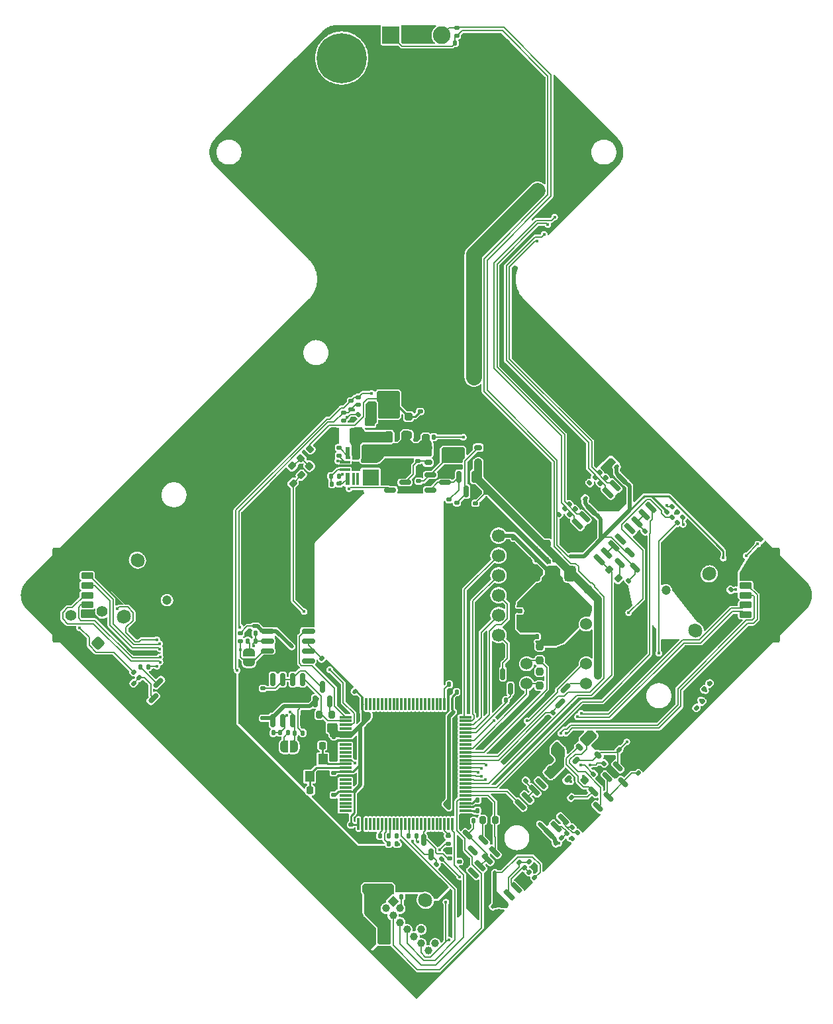
<source format=gbr>
%TF.GenerationSoftware,KiCad,Pcbnew,7.0.11*%
%TF.CreationDate,2025-06-24T23:15:39+09:00*%
%TF.ProjectId,Drive,44726976-652e-46b6-9963-61645f706362,rev?*%
%TF.SameCoordinates,Original*%
%TF.FileFunction,Copper,L2,Bot*%
%TF.FilePolarity,Positive*%
%FSLAX46Y46*%
G04 Gerber Fmt 4.6, Leading zero omitted, Abs format (unit mm)*
G04 Created by KiCad (PCBNEW 7.0.11) date 2025-06-24 23:15:39*
%MOMM*%
%LPD*%
G01*
G04 APERTURE LIST*
G04 Aperture macros list*
%AMRoundRect*
0 Rectangle with rounded corners*
0 $1 Rounding radius*
0 $2 $3 $4 $5 $6 $7 $8 $9 X,Y pos of 4 corners*
0 Add a 4 corners polygon primitive as box body*
4,1,4,$2,$3,$4,$5,$6,$7,$8,$9,$2,$3,0*
0 Add four circle primitives for the rounded corners*
1,1,$1+$1,$2,$3*
1,1,$1+$1,$4,$5*
1,1,$1+$1,$6,$7*
1,1,$1+$1,$8,$9*
0 Add four rect primitives between the rounded corners*
20,1,$1+$1,$2,$3,$4,$5,0*
20,1,$1+$1,$4,$5,$6,$7,0*
20,1,$1+$1,$6,$7,$8,$9,0*
20,1,$1+$1,$8,$9,$2,$3,0*%
%AMHorizOval*
0 Thick line with rounded ends*
0 $1 width*
0 $2 $3 position (X,Y) of the first rounded end (center of the circle)*
0 $4 $5 position (X,Y) of the second rounded end (center of the circle)*
0 Add line between two ends*
20,1,$1,$2,$3,$4,$5,0*
0 Add two circle primitives to create the rounded ends*
1,1,$1,$2,$3*
1,1,$1,$4,$5*%
%AMRotRect*
0 Rectangle, with rotation*
0 The origin of the aperture is its center*
0 $1 length*
0 $2 width*
0 $3 Rotation angle, in degrees counterclockwise*
0 Add horizontal line*
21,1,$1,$2,0,0,$3*%
%AMFreePoly0*
4,1,33,0.500000,-0.750000,0.000000,-0.750000,0.000000,-0.749013,-0.031395,-0.749013,-0.093691,-0.741144,-0.154508,-0.725528,-0.212890,-0.702414,-0.267913,-0.672164,-0.318712,-0.635257,-0.364484,-0.592274,-0.404508,-0.543893,-0.438153,-0.490877,-0.464888,-0.434062,-0.484292,-0.374345,-0.496057,-0.312667,-0.500000,-0.250000,-0.500000,0.250000,-0.496057,0.312667,-0.484292,0.374345,-0.464888,0.434062,
-0.438153,0.490877,-0.404508,0.543893,-0.364484,0.592274,-0.318712,0.635257,-0.267913,0.672164,-0.212890,0.702414,-0.154508,0.725528,-0.093691,0.741144,-0.031395,0.749013,0.000000,0.749013,0.000000,0.750000,0.500000,0.750000,0.500000,-0.750000,0.500000,-0.750000,$1*%
%AMFreePoly1*
4,1,33,0.000000,0.749013,0.031395,0.749013,0.093691,0.741144,0.154508,0.725528,0.212890,0.702414,0.267913,0.672164,0.318712,0.635257,0.364484,0.592274,0.404508,0.543893,0.438153,0.490877,0.464888,0.434062,0.484292,0.374345,0.496057,0.312667,0.500000,0.250000,0.500000,-0.250000,0.496057,-0.312667,0.484292,-0.374345,0.464888,-0.434062,0.438153,-0.490877,0.404508,-0.543893,
0.364484,-0.592274,0.318712,-0.635257,0.267913,-0.672164,0.212890,-0.702414,0.154508,-0.725528,0.093691,-0.741144,0.031395,-0.749013,0.000000,-0.749013,0.000000,-0.750000,-0.500000,-0.750000,-0.500000,0.750000,0.000000,0.750000,0.000000,0.749013,0.000000,0.749013,$1*%
G04 Aperture macros list end*
%TA.AperFunction,ComponentPad*%
%ADD10HorizOval,1.100000X-0.212132X0.212132X0.212132X-0.212132X0*%
%TD*%
%TA.AperFunction,ComponentPad*%
%ADD11C,1.524000*%
%TD*%
%TA.AperFunction,ComponentPad*%
%ADD12C,0.800000*%
%TD*%
%TA.AperFunction,ComponentPad*%
%ADD13C,6.400000*%
%TD*%
%TA.AperFunction,ComponentPad*%
%ADD14C,1.200000*%
%TD*%
%TA.AperFunction,ComponentPad*%
%ADD15C,2.000000*%
%TD*%
%TA.AperFunction,ComponentPad*%
%ADD16RoundRect,0.350000X0.000000X0.494975X-0.494975X0.000000X0.000000X-0.494975X0.494975X0.000000X0*%
%TD*%
%TA.AperFunction,ComponentPad*%
%ADD17C,1.400000*%
%TD*%
%TA.AperFunction,SMDPad,CuDef*%
%ADD18RoundRect,0.140000X0.219203X0.021213X0.021213X0.219203X-0.219203X-0.021213X-0.021213X-0.219203X0*%
%TD*%
%TA.AperFunction,SMDPad,CuDef*%
%ADD19RoundRect,0.135000X0.135000X0.185000X-0.135000X0.185000X-0.135000X-0.185000X0.135000X-0.185000X0*%
%TD*%
%TA.AperFunction,SMDPad,CuDef*%
%ADD20RoundRect,0.135000X-0.226274X-0.035355X-0.035355X-0.226274X0.226274X0.035355X0.035355X0.226274X0*%
%TD*%
%TA.AperFunction,SMDPad,CuDef*%
%ADD21RoundRect,0.175000X-0.325000X-0.175000X0.325000X-0.175000X0.325000X0.175000X-0.325000X0.175000X0*%
%TD*%
%TA.AperFunction,SMDPad,CuDef*%
%ADD22RoundRect,0.135000X0.185000X-0.135000X0.185000X0.135000X-0.185000X0.135000X-0.185000X-0.135000X0*%
%TD*%
%TA.AperFunction,SMDPad,CuDef*%
%ADD23RoundRect,0.250000X0.325000X0.650000X-0.325000X0.650000X-0.325000X-0.650000X0.325000X-0.650000X0*%
%TD*%
%TA.AperFunction,SMDPad,CuDef*%
%ADD24RoundRect,0.135000X-0.035355X0.226274X-0.226274X0.035355X0.035355X-0.226274X0.226274X-0.035355X0*%
%TD*%
%TA.AperFunction,SMDPad,CuDef*%
%ADD25RoundRect,0.140000X-0.140000X-0.170000X0.140000X-0.170000X0.140000X0.170000X-0.140000X0.170000X0*%
%TD*%
%TA.AperFunction,SMDPad,CuDef*%
%ADD26RoundRect,0.140000X-0.219203X-0.021213X-0.021213X-0.219203X0.219203X0.021213X0.021213X0.219203X0*%
%TD*%
%TA.AperFunction,SMDPad,CuDef*%
%ADD27RoundRect,0.150000X0.583363X-0.371231X-0.371231X0.583363X-0.583363X0.371231X0.371231X-0.583363X0*%
%TD*%
%TA.AperFunction,SMDPad,CuDef*%
%ADD28RoundRect,0.140000X0.140000X0.170000X-0.140000X0.170000X-0.140000X-0.170000X0.140000X-0.170000X0*%
%TD*%
%TA.AperFunction,SMDPad,CuDef*%
%ADD29R,1.200000X1.400000*%
%TD*%
%TA.AperFunction,SMDPad,CuDef*%
%ADD30RoundRect,0.150000X0.521491X-0.309359X-0.309359X0.521491X-0.521491X0.309359X0.309359X-0.521491X0*%
%TD*%
%TA.AperFunction,SMDPad,CuDef*%
%ADD31RoundRect,0.250000X-0.475000X0.250000X-0.475000X-0.250000X0.475000X-0.250000X0.475000X0.250000X0*%
%TD*%
%TA.AperFunction,SMDPad,CuDef*%
%ADD32RoundRect,0.135000X-0.135000X-0.185000X0.135000X-0.185000X0.135000X0.185000X-0.135000X0.185000X0*%
%TD*%
%TA.AperFunction,SMDPad,CuDef*%
%ADD33RoundRect,0.135000X0.035355X-0.226274X0.226274X-0.035355X-0.035355X0.226274X-0.226274X0.035355X0*%
%TD*%
%TA.AperFunction,SMDPad,CuDef*%
%ADD34RoundRect,0.150000X-0.309359X-0.521491X0.521491X0.309359X0.309359X0.521491X-0.521491X-0.309359X0*%
%TD*%
%TA.AperFunction,SMDPad,CuDef*%
%ADD35RoundRect,0.140000X0.170000X-0.140000X0.170000X0.140000X-0.170000X0.140000X-0.170000X-0.140000X0*%
%TD*%
%TA.AperFunction,SMDPad,CuDef*%
%ADD36R,0.499500X1.650000*%
%TD*%
%TA.AperFunction,SMDPad,CuDef*%
%ADD37R,0.300000X1.650000*%
%TD*%
%TA.AperFunction,SMDPad,CuDef*%
%ADD38R,2.149998X2.049998*%
%TD*%
%TA.AperFunction,SMDPad,CuDef*%
%ADD39R,2.150000X2.049998*%
%TD*%
%TA.AperFunction,SMDPad,CuDef*%
%ADD40R,0.500000X1.650000*%
%TD*%
%TA.AperFunction,SMDPad,CuDef*%
%ADD41R,1.400002X0.300000*%
%TD*%
%TA.AperFunction,SMDPad,CuDef*%
%ADD42R,5.050000X0.300000*%
%TD*%
%TA.AperFunction,SMDPad,CuDef*%
%ADD43RoundRect,0.135000X-0.185000X0.135000X-0.185000X-0.135000X0.185000X-0.135000X0.185000X0.135000X0*%
%TD*%
%TA.AperFunction,SMDPad,CuDef*%
%ADD44RoundRect,0.200000X0.200000X0.275000X-0.200000X0.275000X-0.200000X-0.275000X0.200000X-0.275000X0*%
%TD*%
%TA.AperFunction,SMDPad,CuDef*%
%ADD45RoundRect,0.200000X-0.053033X0.335876X-0.335876X0.053033X0.053033X-0.335876X0.335876X-0.053033X0*%
%TD*%
%TA.AperFunction,ComponentPad*%
%ADD46RoundRect,0.250000X-0.053033X0.901561X-0.901561X0.053033X0.053033X-0.901561X0.901561X-0.053033X0*%
%TD*%
%TA.AperFunction,ComponentPad*%
%ADD47HorizOval,1.700000X-0.053033X0.053033X0.053033X-0.053033X0*%
%TD*%
%TA.AperFunction,SMDPad,CuDef*%
%ADD48RoundRect,0.200000X0.335876X0.053033X0.053033X0.335876X-0.335876X-0.053033X-0.053033X-0.335876X0*%
%TD*%
%TA.AperFunction,SMDPad,CuDef*%
%ADD49RoundRect,0.140000X-0.170000X0.140000X-0.170000X-0.140000X0.170000X-0.140000X0.170000X0.140000X0*%
%TD*%
%TA.AperFunction,SMDPad,CuDef*%
%ADD50RoundRect,0.135000X0.226274X0.035355X0.035355X0.226274X-0.226274X-0.035355X-0.035355X-0.226274X0*%
%TD*%
%TA.AperFunction,SMDPad,CuDef*%
%ADD51RoundRect,0.250000X0.475000X-0.250000X0.475000X0.250000X-0.475000X0.250000X-0.475000X-0.250000X0*%
%TD*%
%TA.AperFunction,SMDPad,CuDef*%
%ADD52RoundRect,0.150000X-0.587500X-0.150000X0.587500X-0.150000X0.587500X0.150000X-0.587500X0.150000X0*%
%TD*%
%TA.AperFunction,SMDPad,CuDef*%
%ADD53RoundRect,0.150000X-0.583363X0.371231X0.371231X-0.583363X0.583363X-0.371231X-0.371231X0.583363X0*%
%TD*%
%TA.AperFunction,SMDPad,CuDef*%
%ADD54RoundRect,0.218750X-0.256250X0.218750X-0.256250X-0.218750X0.256250X-0.218750X0.256250X0.218750X0*%
%TD*%
%TA.AperFunction,ComponentPad*%
%ADD55RoundRect,0.250000X0.053033X-0.901561X0.901561X-0.053033X-0.053033X0.901561X-0.901561X0.053033X0*%
%TD*%
%TA.AperFunction,SMDPad,CuDef*%
%ADD56RoundRect,0.175000X-0.353553X0.106066X0.106066X-0.353553X0.353553X-0.106066X-0.106066X0.353553X0*%
%TD*%
%TA.AperFunction,SMDPad,CuDef*%
%ADD57RoundRect,0.150000X-0.150000X0.587500X-0.150000X-0.587500X0.150000X-0.587500X0.150000X0.587500X0*%
%TD*%
%TA.AperFunction,SMDPad,CuDef*%
%ADD58RoundRect,0.237500X-0.237500X0.250000X-0.237500X-0.250000X0.237500X-0.250000X0.237500X0.250000X0*%
%TD*%
%TA.AperFunction,ComponentPad*%
%ADD59RoundRect,0.250000X0.901561X0.053033X0.053033X0.901561X-0.901561X-0.053033X-0.053033X-0.901561X0*%
%TD*%
%TA.AperFunction,ComponentPad*%
%ADD60HorizOval,1.700000X0.053033X0.053033X-0.053033X-0.053033X0*%
%TD*%
%TA.AperFunction,SMDPad,CuDef*%
%ADD61RoundRect,0.225000X-0.225000X-0.250000X0.225000X-0.250000X0.225000X0.250000X-0.225000X0.250000X0*%
%TD*%
%TA.AperFunction,SMDPad,CuDef*%
%ADD62RoundRect,0.250000X-0.250000X0.250000X-0.250000X-0.250000X0.250000X-0.250000X0.250000X0.250000X0*%
%TD*%
%TA.AperFunction,SMDPad,CuDef*%
%ADD63RoundRect,0.225000X-0.225000X-0.375000X0.225000X-0.375000X0.225000X0.375000X-0.225000X0.375000X0*%
%TD*%
%TA.AperFunction,SMDPad,CuDef*%
%ADD64RoundRect,0.250000X-0.250000X-0.250000X0.250000X-0.250000X0.250000X0.250000X-0.250000X0.250000X0*%
%TD*%
%TA.AperFunction,ComponentPad*%
%ADD65R,2.250000X2.250000*%
%TD*%
%TA.AperFunction,ComponentPad*%
%ADD66C,2.250000*%
%TD*%
%TA.AperFunction,ComponentPad*%
%ADD67RotRect,1.000000X1.000000X135.000000*%
%TD*%
%TA.AperFunction,ComponentPad*%
%ADD68C,1.000000*%
%TD*%
%TA.AperFunction,SMDPad,CuDef*%
%ADD69RoundRect,0.150000X0.675000X0.150000X-0.675000X0.150000X-0.675000X-0.150000X0.675000X-0.150000X0*%
%TD*%
%TA.AperFunction,SMDPad,CuDef*%
%ADD70RoundRect,0.200000X-0.200000X-0.275000X0.200000X-0.275000X0.200000X0.275000X-0.200000X0.275000X0*%
%TD*%
%TA.AperFunction,SMDPad,CuDef*%
%ADD71RoundRect,0.150000X-0.521491X0.309359X0.309359X-0.521491X0.521491X-0.309359X-0.309359X0.521491X0*%
%TD*%
%TA.AperFunction,SMDPad,CuDef*%
%ADD72RoundRect,0.200000X-0.335876X-0.053033X-0.053033X-0.335876X0.335876X0.053033X0.053033X0.335876X0*%
%TD*%
%TA.AperFunction,SMDPad,CuDef*%
%ADD73RoundRect,0.175000X0.325000X0.175000X-0.325000X0.175000X-0.325000X-0.175000X0.325000X-0.175000X0*%
%TD*%
%TA.AperFunction,SMDPad,CuDef*%
%ADD74RoundRect,0.375000X-0.375000X0.625000X-0.375000X-0.625000X0.375000X-0.625000X0.375000X0.625000X0*%
%TD*%
%TA.AperFunction,SMDPad,CuDef*%
%ADD75RoundRect,0.500000X-1.400000X0.500000X-1.400000X-0.500000X1.400000X-0.500000X1.400000X0.500000X0*%
%TD*%
%TA.AperFunction,SMDPad,CuDef*%
%ADD76RoundRect,0.200000X0.600000X-0.200000X0.600000X0.200000X-0.600000X0.200000X-0.600000X-0.200000X0*%
%TD*%
%TA.AperFunction,SMDPad,CuDef*%
%ADD77RoundRect,0.250001X1.249999X-0.799999X1.249999X0.799999X-1.249999X0.799999X-1.249999X-0.799999X0*%
%TD*%
%TA.AperFunction,ComponentPad*%
%ADD78RoundRect,0.250000X-0.901561X-0.053033X-0.053033X-0.901561X0.901561X0.053033X0.053033X0.901561X0*%
%TD*%
%TA.AperFunction,ComponentPad*%
%ADD79HorizOval,1.700000X-0.053033X-0.053033X0.053033X0.053033X0*%
%TD*%
%TA.AperFunction,SMDPad,CuDef*%
%ADD80RoundRect,0.150000X-0.150000X0.675000X-0.150000X-0.675000X0.150000X-0.675000X0.150000X0.675000X0*%
%TD*%
%TA.AperFunction,SMDPad,CuDef*%
%ADD81RoundRect,0.250000X0.250000X-0.250000X0.250000X0.250000X-0.250000X0.250000X-0.250000X-0.250000X0*%
%TD*%
%TA.AperFunction,SMDPad,CuDef*%
%ADD82FreePoly0,180.000000*%
%TD*%
%TA.AperFunction,SMDPad,CuDef*%
%ADD83FreePoly1,180.000000*%
%TD*%
%TA.AperFunction,SMDPad,CuDef*%
%ADD84RoundRect,0.250000X0.159099X-0.512652X0.512652X-0.159099X-0.159099X0.512652X-0.512652X0.159099X0*%
%TD*%
%TA.AperFunction,SMDPad,CuDef*%
%ADD85FreePoly0,90.000000*%
%TD*%
%TA.AperFunction,SMDPad,CuDef*%
%ADD86FreePoly1,90.000000*%
%TD*%
%TA.AperFunction,SMDPad,CuDef*%
%ADD87RoundRect,0.150000X0.150000X-0.587500X0.150000X0.587500X-0.150000X0.587500X-0.150000X-0.587500X0*%
%TD*%
%TA.AperFunction,SMDPad,CuDef*%
%ADD88RoundRect,0.175000X-0.106066X-0.353553X0.353553X0.106066X0.106066X0.353553X-0.353553X-0.106066X0*%
%TD*%
%TA.AperFunction,ComponentPad*%
%ADD89C,1.700000*%
%TD*%
%TA.AperFunction,SMDPad,CuDef*%
%ADD90RoundRect,0.225000X0.225000X0.250000X-0.225000X0.250000X-0.225000X-0.250000X0.225000X-0.250000X0*%
%TD*%
%TA.AperFunction,SMDPad,CuDef*%
%ADD91RoundRect,0.200000X-0.600000X0.200000X-0.600000X-0.200000X0.600000X-0.200000X0.600000X0.200000X0*%
%TD*%
%TA.AperFunction,SMDPad,CuDef*%
%ADD92RoundRect,0.250001X-1.249999X0.799999X-1.249999X-0.799999X1.249999X-0.799999X1.249999X0.799999X0*%
%TD*%
%TA.AperFunction,SMDPad,CuDef*%
%ADD93RoundRect,0.225000X0.017678X-0.335876X0.335876X-0.017678X-0.017678X0.335876X-0.335876X0.017678X0*%
%TD*%
%TA.AperFunction,SMDPad,CuDef*%
%ADD94RoundRect,0.075000X-0.725000X-0.075000X0.725000X-0.075000X0.725000X0.075000X-0.725000X0.075000X0*%
%TD*%
%TA.AperFunction,SMDPad,CuDef*%
%ADD95RoundRect,0.075000X-0.075000X-0.725000X0.075000X-0.725000X0.075000X0.725000X-0.075000X0.725000X0*%
%TD*%
%TA.AperFunction,ViaPad*%
%ADD96C,0.450000*%
%TD*%
%TA.AperFunction,Conductor*%
%ADD97C,0.500000*%
%TD*%
%TA.AperFunction,Conductor*%
%ADD98C,0.200000*%
%TD*%
%TA.AperFunction,Conductor*%
%ADD99C,0.250000*%
%TD*%
%TA.AperFunction,Conductor*%
%ADD100C,1.000000*%
%TD*%
%TA.AperFunction,Conductor*%
%ADD101C,2.000000*%
%TD*%
G04 APERTURE END LIST*
D10*
%TO.P,J7,S1,SHIELD*%
%TO.N,GND*%
X145073978Y-138183381D03*
X147760984Y-140870387D03*
X151183381Y-132073978D03*
X153870387Y-134760984D03*
%TD*%
D11*
%TO.P,U7,2,GND*%
%TO.N,GND*%
X141090000Y-120230000D03*
X148710000Y-120230000D03*
%TO.P,U7,3,VDD*%
%TO.N,+3.3V*%
X141090000Y-117690000D03*
%TO.P,U7,11,~{RESET}*%
%TO.N,RST_BNO*%
X148710000Y-125310000D03*
%TO.P,U7,14,INT*%
%TO.N,INT_BNO*%
X148710000Y-122770000D03*
%TO.P,U7,19,COM1*%
%TO.N,SCL4*%
X141090000Y-125310000D03*
%TO.P,U7,20,COM0*%
%TO.N,SDA4*%
X141090000Y-122770000D03*
%TO.P,U7,28,VDDIO*%
%TO.N,unconnected-(U7-VDDIO-Pad28)*%
X148710000Y-117690000D03*
%TD*%
D12*
%TO.P,H1,1,1*%
%TO.N,+BATT*%
X115050000Y-45340000D03*
X115752944Y-43642944D03*
X115752944Y-47037056D03*
X117450000Y-42940000D03*
D13*
X117450000Y-45340000D03*
D12*
X117450000Y-47740000D03*
X119147056Y-43642944D03*
X119147056Y-47037056D03*
X119850000Y-45340000D03*
%TD*%
D14*
%TO.P,C32,1*%
%TO.N,+BATT*%
X158892042Y-113364466D03*
%TO.P,C32,2*%
%TO.N,GND*%
X160306256Y-111950253D03*
%TD*%
D15*
%TO.P,TP3,1,1*%
%TO.N,GND*%
X108030000Y-109170000D03*
%TD*%
D12*
%TO.P,H2,1,1*%
%TO.N,GND*%
X134135000Y-45337000D03*
X134837944Y-43639944D03*
X134837944Y-47034056D03*
X136535000Y-42937000D03*
D13*
X136535000Y-45337000D03*
D12*
X136535000Y-47737000D03*
X138232056Y-43639944D03*
X138232056Y-47034056D03*
X138935000Y-45337000D03*
%TD*%
D16*
%TO.P,SW2,1,A*%
%TO.N,unconnected-(SW2-A-Pad1)*%
X86311396Y-120141902D03*
D17*
%TO.P,SW2,2,B*%
%TO.N,/Power/S-S*%
X86806371Y-116111393D03*
%TO.P,SW2,3,C*%
%TO.N,Net-(SW2-C)*%
X82775862Y-116606368D03*
%TD*%
D14*
%TO.P,C33,1*%
%TO.N,+BATT*%
X95107959Y-114635534D03*
%TO.P,C33,2*%
%TO.N,GND*%
X93693745Y-116049747D03*
%TD*%
D18*
%TO.P,C27,1*%
%TO.N,+3.3V*%
X148577710Y-101654308D03*
%TO.P,C27,2*%
%TO.N,GND*%
X147898888Y-100975486D03*
%TD*%
D19*
%TO.P,R21,1*%
%TO.N,Net-(Q9-G)*%
X92740000Y-123160000D03*
%TO.P,R21,2*%
%TO.N,Net-(Q8-D)*%
X91720000Y-123160000D03*
%TD*%
D20*
%TO.P,R4,1*%
%TO.N,GND*%
X143139376Y-136099376D03*
%TO.P,R4,2*%
%TO.N,VBUS*%
X143860624Y-136820624D03*
%TD*%
D21*
%TO.P,Q6,1,G*%
%TO.N,Net-(Q5-D)*%
X128500000Y-97050000D03*
%TO.P,Q6,2,S*%
%TO.N,/Power/Vout*%
X128500000Y-95150000D03*
%TO.P,Q6,3,D*%
%TO.N,/Power/VSYS*%
X130900000Y-96100000D03*
%TD*%
D22*
%TO.P,R25,1*%
%TO.N,GND*%
X132180000Y-103210000D03*
%TO.P,R25,2*%
%TO.N,Net-(Q11-G)*%
X132180000Y-102190000D03*
%TD*%
D23*
%TO.P,C16,1*%
%TO.N,VCC*%
X119375000Y-93480000D03*
%TO.P,C16,2*%
%TO.N,GND*%
X116425000Y-93480000D03*
%TD*%
D24*
%TO.P,R3,1*%
%TO.N,Main->RST_BNO*%
X144429624Y-129021376D03*
%TO.P,R3,2*%
%TO.N,GND*%
X143708376Y-129742624D03*
%TD*%
D25*
%TO.P,C4,1*%
%TO.N,+3.3V*%
X134800000Y-141530000D03*
%TO.P,C4,2*%
%TO.N,GND*%
X135760000Y-141530000D03*
%TD*%
D24*
%TO.P,R33,1*%
%TO.N,Net-(D9-A)*%
X159710624Y-102659376D03*
%TO.P,R33,2*%
%TO.N,+3.3V*%
X158989376Y-103380624D03*
%TD*%
D26*
%TO.P,C35,1*%
%TO.N,+3.3V*%
X136810589Y-153750589D03*
%TO.P,C35,2*%
%TO.N,GND*%
X137489411Y-154429411D03*
%TD*%
D27*
%TO.P,U3,1,RO*%
%TO.N,unconnected-(U3-RO-Pad1)*%
X153103194Y-106809117D03*
%TO.P,U3,2,~{RE}*%
%TO.N,Net-(Q13-C)*%
X152205168Y-107707142D03*
%TO.P,U3,3,DE*%
X151307142Y-108605168D03*
%TO.P,U3,4,DI*%
%TO.N,MainTX1_RS485RingXRX*%
X150409117Y-109503194D03*
%TO.P,U3,5,GND*%
%TO.N,GND*%
X146696806Y-105790883D03*
%TO.P,U3,6,A*%
%TO.N,/RS485_RingNW/RS485RingX_TA*%
X147594832Y-104892858D03*
%TO.P,U3,7,B*%
%TO.N,/RS485_RingNW/RS485RingX_TB*%
X148492858Y-103994832D03*
%TO.P,U3,8,VCC*%
%TO.N,+3.3V*%
X149390883Y-103096806D03*
%TD*%
D28*
%TO.P,C3,1*%
%TO.N,+3.3V*%
X132144000Y-126390000D03*
%TO.P,C3,2*%
%TO.N,GND*%
X131184000Y-126390000D03*
%TD*%
D29*
%TO.P,Y2,1,1*%
%TO.N,HSE_IN*%
X113348000Y-137184000D03*
%TO.P,Y2,2,2*%
%TO.N,GND*%
X113348000Y-134984000D03*
%TO.P,Y2,3,3*%
%TO.N,HSE_OUT*%
X115048000Y-134984000D03*
%TO.P,Y2,4,4*%
%TO.N,GND*%
X115048000Y-137184000D03*
%TD*%
D30*
%TO.P,Q17,1,B*%
%TO.N,Net-(Q17-B)*%
X135560664Y-145292161D03*
%TO.P,Q17,2,E*%
%TO.N,+3.3V*%
X134217161Y-146635664D03*
%TO.P,Q17,3,C*%
%TO.N,Net-(Q17-C)*%
X133563087Y-144638087D03*
%TD*%
D31*
%TO.P,C41,1*%
%TO.N,/Power/Vout*%
X123600000Y-95250000D03*
%TO.P,C41,2*%
%TO.N,GND*%
X123600000Y-97150000D03*
%TD*%
D20*
%TO.P,R20,1*%
%TO.N,Net-(SW2-C)*%
X90839376Y-123839376D03*
%TO.P,R20,2*%
%TO.N,/Power/PowerSW*%
X91560624Y-124560624D03*
%TD*%
D18*
%TO.P,C1,1*%
%TO.N,+3.3V*%
X119143411Y-126305411D03*
%TO.P,C1,2*%
%TO.N,GND*%
X118464589Y-125626589D03*
%TD*%
D32*
%TO.P,R51,1*%
%TO.N,Net-(JP5-B)*%
X105410000Y-119850000D03*
%TO.P,R51,2*%
%TO.N,/RS485_MD/RS485MD_RB*%
X106430000Y-119850000D03*
%TD*%
D33*
%TO.P,R41,1*%
%TO.N,/RS485_RingNW/RS485RingX_TA*%
X146569528Y-103690776D03*
%TO.P,R41,2*%
%TO.N,/RS485_RingNW/RS485RingX_TB*%
X147290776Y-102969528D03*
%TD*%
D24*
%TO.P,R35,1*%
%TO.N,Net-(Q13-C)*%
X154140624Y-112189376D03*
%TO.P,R35,2*%
%TO.N,GND*%
X153419376Y-112910624D03*
%TD*%
D22*
%TO.P,R19,1*%
%TO.N,/Power/S-S*%
X118650000Y-90210000D03*
%TO.P,R19,2*%
%TO.N,Net-(Q9-G)*%
X118650000Y-89190000D03*
%TD*%
D24*
%TO.P,R31,1*%
%TO.N,Net-(D7-A)*%
X161060624Y-104029376D03*
%TO.P,R31,2*%
%TO.N,/Power/IND*%
X160339376Y-104750624D03*
%TD*%
D34*
%TO.P,Q8,1,G*%
%TO.N,/Power/PowerSW*%
X93358839Y-127184664D03*
%TO.P,Q8,2,S*%
%TO.N,GND*%
X92015336Y-125841161D03*
%TO.P,Q8,3,D*%
%TO.N,Net-(Q8-D)*%
X94012913Y-125187087D03*
%TD*%
D32*
%TO.P,R12,1*%
%TO.N,GND*%
X115190000Y-99800000D03*
%TO.P,R12,2*%
%TO.N,Net-(U2-FB)*%
X116210000Y-99800000D03*
%TD*%
D33*
%TO.P,R38,1*%
%TO.N,/RS485_RingNW/RS485RingX_TB*%
X146569376Y-102360624D03*
%TO.P,R38,2*%
%TO.N,GND*%
X147290624Y-101639376D03*
%TD*%
D35*
%TO.P,C2,1*%
%TO.N,NRST*%
X132480000Y-148060000D03*
%TO.P,C2,2*%
%TO.N,GND*%
X132480000Y-147100000D03*
%TD*%
D19*
%TO.P,R67,1*%
%TO.N,Net-(D14-A)*%
X124500000Y-145800000D03*
%TO.P,R67,2*%
%TO.N,LED_Y0*%
X123480000Y-145800000D03*
%TD*%
%TO.P,R50,1*%
%TO.N,Net-(JP4-B)*%
X110600000Y-131590000D03*
%TO.P,R50,2*%
%TO.N,/RS485_MD/RS485MD_TB*%
X109580000Y-131590000D03*
%TD*%
D36*
%TO.P,U2,1,PGOOD*%
%TO.N,/Power/PG*%
X118180251Y-95805000D03*
D37*
%TO.P,U2,2,EN*%
%TO.N,VCC*%
X118980001Y-95805000D03*
%TO.P,U2,3,VIN*%
X119480000Y-95805000D03*
D38*
%TO.P,U2,4,VOUT*%
%TO.N,/Power/Vout*%
X121130001Y-96005001D03*
D39*
%TO.P,U2,5,SW*%
%TO.N,unconnected-(U2-SW-Pad5)*%
X121130002Y-98954999D03*
D37*
%TO.P,U2,6,SW*%
%TO.N,unconnected-(U2-SW-Pad6)*%
X119480000Y-99155000D03*
%TO.P,U2,7,BOOT*%
%TO.N,unconnected-(U2-BOOT-Pad7)*%
X118980001Y-99155000D03*
D40*
%TO.P,U2,8,VCC*%
%TO.N,Net-(U2-RT)*%
X118180001Y-99155000D03*
D41*
%TO.P,U2,9,FB*%
%TO.N,Net-(U2-FB)*%
X117830002Y-97979999D03*
D42*
%TO.P,U2,10,GND*%
%TO.N,GND*%
X119655001Y-97480000D03*
D41*
%TO.P,U2,11,RT*%
%TO.N,Net-(U2-RT)*%
X117830002Y-96980001D03*
%TD*%
D33*
%TO.P,R76,1*%
%TO.N,+3.3V*%
X146889376Y-145090624D03*
%TO.P,R76,2*%
%TO.N,/RS485_RingNW/RS485RingY_RA*%
X147610624Y-144369376D03*
%TD*%
D43*
%TO.P,R14,1*%
%TO.N,/Power/Vout*%
X127200000Y-95810000D03*
%TO.P,R14,2*%
%TO.N,Net-(Q5-D)*%
X127200000Y-96830000D03*
%TD*%
D44*
%TO.P,R43,1*%
%TO.N,Net-(Q14-B)*%
X116204000Y-129280000D03*
%TO.P,R43,2*%
%TO.N,MainTX2_RS485MDRX*%
X114554000Y-129280000D03*
%TD*%
D45*
%TO.P,R28,1*%
%TO.N,VDD*%
X113383363Y-95306637D03*
%TO.P,R28,2*%
%TO.N,Net-(C24-Pad1)*%
X112216637Y-96473363D03*
%TD*%
D46*
%TO.P,J2,1,Pin_1*%
%TO.N,GND*%
X164437000Y-116720000D03*
D47*
%TO.P,J2,2,Pin_2*%
%TO.N,+BATT*%
X162669233Y-118487767D03*
%TD*%
D24*
%TO.P,R79,1*%
%TO.N,/RS485_RingNW/RS485RingY_RA*%
X146930624Y-143709376D03*
%TO.P,R79,2*%
%TO.N,/RS485_RingNW/RS485RingY_RB*%
X146209376Y-144430624D03*
%TD*%
D25*
%TO.P,C15,1*%
%TO.N,Net-(C15-Pad1)*%
X134800000Y-140210000D03*
%TO.P,C15,2*%
%TO.N,GND*%
X135760000Y-140210000D03*
%TD*%
D48*
%TO.P,R30,1*%
%TO.N,V_Meas.*%
X111223363Y-99703363D03*
%TO.P,R30,2*%
%TO.N,GND*%
X110056637Y-98536637D03*
%TD*%
D49*
%TO.P,C7,1*%
%TO.N,+3.3V*%
X118670000Y-143330000D03*
%TO.P,C7,2*%
%TO.N,GND*%
X118670000Y-144290000D03*
%TD*%
D20*
%TO.P,R77,1*%
%TO.N,/RS485_RingNW/RS485RingY_RB*%
X145529376Y-145039376D03*
%TO.P,R77,2*%
%TO.N,GND*%
X146250624Y-145760624D03*
%TD*%
D50*
%TO.P,R78,1*%
%TO.N,/RS485_RingNW/RS485RingY_TA*%
X140820624Y-148860624D03*
%TO.P,R78,2*%
%TO.N,/RS485_RingNW/RS485RingY_TB*%
X140099376Y-148139376D03*
%TD*%
D51*
%TO.P,C25,1*%
%TO.N,+5V*%
X143400000Y-107450000D03*
%TO.P,C25,2*%
%TO.N,GND*%
X143400000Y-105550000D03*
%TD*%
D43*
%TO.P,R18,1*%
%TO.N,/Power/S-S*%
X117700000Y-90640000D03*
%TO.P,R18,2*%
%TO.N,Net-(Q7-G)*%
X117700000Y-91660000D03*
%TD*%
D52*
%TO.P,Q10,1,B*%
%TO.N,Net-(Q10-B)*%
X128762500Y-100550000D03*
%TO.P,Q10,2,E*%
%TO.N,/Power/VSYS*%
X128762500Y-98650000D03*
%TO.P,Q10,3,C*%
%TO.N,Net-(Q10-B)*%
X130637500Y-99600000D03*
%TD*%
D24*
%TO.P,R66,1*%
%TO.N,+3.3V*%
X130270624Y-147719376D03*
%TO.P,R66,2*%
%TO.N,Net-(D13-A)*%
X129549376Y-148440624D03*
%TD*%
%TO.P,R32,1*%
%TO.N,Net-(D8-A)*%
X160380624Y-103339376D03*
%TO.P,R32,2*%
%TO.N,+5V*%
X159659376Y-104060624D03*
%TD*%
D20*
%TO.P,R75,1*%
%TO.N,/RS485_RingNW/RS485RingY_TB*%
X141409376Y-148109376D03*
%TO.P,R75,2*%
%TO.N,GND*%
X142130624Y-148830624D03*
%TD*%
D53*
%TO.P,U12,1,RO*%
%TO.N,MainRX4_RS485RingYTX*%
X140266806Y-140760883D03*
%TO.P,U12,2,~{RE}*%
%TO.N,Net-(U12-DE)*%
X141164832Y-139862858D03*
%TO.P,U12,3,DE*%
X142062858Y-138964832D03*
%TO.P,U12,4,DI*%
%TO.N,unconnected-(U12-DI-Pad4)*%
X142960883Y-138066806D03*
%TO.P,U12,5,GND*%
%TO.N,GND*%
X146673194Y-141779117D03*
%TO.P,U12,6,A*%
%TO.N,/RS485_RingNW/RS485RingY_RA*%
X145775168Y-142677142D03*
%TO.P,U12,7,B*%
%TO.N,/RS485_RingNW/RS485RingY_RB*%
X144877142Y-143575168D03*
%TO.P,U12,8,VCC*%
%TO.N,+3.3V*%
X143979117Y-144473194D03*
%TD*%
D54*
%TO.P,L1,1,1*%
%TO.N,Net-(D5-K)*%
X120950000Y-91962500D03*
%TO.P,L1,2,2*%
%TO.N,VCC*%
X120950000Y-93537500D03*
%TD*%
D32*
%TO.P,R68,1*%
%TO.N,SHDN{slash}BOOT*%
X131940000Y-43450000D03*
%TO.P,R68,2*%
%TO.N,GND*%
X132960000Y-43450000D03*
%TD*%
D35*
%TO.P,C34,1*%
%TO.N,GND*%
X139500000Y-107680000D03*
%TO.P,C34,2*%
%TO.N,+3.3V*%
X139500000Y-106720000D03*
%TD*%
D55*
%TO.P,J3,1,Pin_1*%
%TO.N,GND*%
X89560000Y-111280000D03*
D47*
%TO.P,J3,2,Pin_2*%
%TO.N,+BATT*%
X91327767Y-109512233D03*
%TD*%
D50*
%TO.P,R22,1*%
%TO.N,/Power/PowerSW*%
X90860624Y-125260624D03*
%TO.P,R22,2*%
%TO.N,GND*%
X90139376Y-124539376D03*
%TD*%
D56*
%TO.P,Q3,1,G*%
%TO.N,Net-(Q3-G)*%
X147881192Y-133424695D03*
%TO.P,Q3,2,S*%
%TO.N,+5V*%
X149224695Y-132081192D03*
%TO.P,Q3,3,D*%
%TO.N,/Power/IND*%
X150250000Y-134450000D03*
%TD*%
D57*
%TO.P,Q12,1,B*%
%TO.N,Net-(Q10-B)*%
X132450000Y-98862500D03*
%TO.P,Q12,2,E*%
%TO.N,+5V*%
X134350000Y-98862500D03*
%TO.P,Q12,3,C*%
%TO.N,Net-(Q11-G)*%
X133400000Y-100737500D03*
%TD*%
D52*
%TO.P,Q5,1,G*%
%TO.N,/Power/PG*%
X123662500Y-100550000D03*
%TO.P,Q5,2,S*%
%TO.N,GND*%
X123662500Y-98650000D03*
%TO.P,Q5,3,D*%
%TO.N,Net-(Q5-D)*%
X125537500Y-99600000D03*
%TD*%
D32*
%TO.P,R62,1*%
%TO.N,Net-(D1-K)*%
X125070000Y-152570000D03*
%TO.P,R62,2*%
%TO.N,GND*%
X126090000Y-152570000D03*
%TD*%
D53*
%TO.P,U11,1,RO*%
%TO.N,unconnected-(U11-RO-Pad1)*%
X134276806Y-149500883D03*
%TO.P,U11,2,~{RE}*%
%TO.N,Net-(Q17-C)*%
X135174832Y-148602858D03*
%TO.P,U11,3,DE*%
X136072858Y-147704832D03*
%TO.P,U11,4,DI*%
%TO.N,MainTX4_RS485RingYRX*%
X136970883Y-146806806D03*
%TO.P,U11,5,GND*%
%TO.N,GND*%
X140683194Y-150519117D03*
%TO.P,U11,6,A*%
%TO.N,/RS485_RingNW/RS485RingY_TA*%
X139785168Y-151417142D03*
%TO.P,U11,7,B*%
%TO.N,/RS485_RingNW/RS485RingY_TB*%
X138887142Y-152315168D03*
%TO.P,U11,8,VCC*%
%TO.N,+3.3V*%
X137989117Y-153213194D03*
%TD*%
D58*
%TO.P,R61,1*%
%TO.N,+3.3V*%
X142770000Y-123757500D03*
%TO.P,R61,2*%
%TO.N,SCL4*%
X142770000Y-125582500D03*
%TD*%
D59*
%TO.P,J4,1,Pin_1*%
%TO.N,GND*%
X91327717Y-118490051D03*
D60*
%TO.P,J4,2,Pin_2*%
%TO.N,+BATT*%
X89559950Y-116722284D03*
%TD*%
D33*
%TO.P,R73,1*%
%TO.N,Net-(U12-DE)*%
X141006432Y-137721793D03*
%TO.P,R73,2*%
%TO.N,GND*%
X141727680Y-137000545D03*
%TD*%
D61*
%TO.P,C6,1*%
%TO.N,GND*%
X113423001Y-133234000D03*
%TO.P,C6,2*%
%TO.N,HSE_OUT*%
X114973001Y-133234000D03*
%TD*%
D20*
%TO.P,R13,1*%
%TO.N,GND*%
X146089376Y-139139376D03*
%TO.P,R13,2*%
%TO.N,Net-(Q3-G)*%
X146810624Y-139860624D03*
%TD*%
D62*
%TO.P,D6,1,K*%
%TO.N,+5V*%
X148970000Y-113240000D03*
%TO.P,D6,2,A*%
%TO.N,+3.3V*%
X148970000Y-115740000D03*
%TD*%
D30*
%TO.P,Q4,1,B*%
%TO.N,Net-(Q2-B)*%
X151584664Y-139741161D03*
%TO.P,Q4,2,E*%
%TO.N,+5V*%
X150241161Y-141084664D03*
%TO.P,Q4,3,C*%
%TO.N,Net-(Q3-G)*%
X149587087Y-139087087D03*
%TD*%
D63*
%TO.P,D5,1,K*%
%TO.N,Net-(D5-K)*%
X121049000Y-89958000D03*
%TO.P,D5,2,A*%
%TO.N,VDD*%
X124349000Y-89958000D03*
%TD*%
D28*
%TO.P,C20,1*%
%TO.N,+5V*%
X144650000Y-109510000D03*
%TO.P,C20,2*%
%TO.N,GND*%
X143690000Y-109510000D03*
%TD*%
D19*
%TO.P,R49,1*%
%TO.N,/RS485_MD/RS485MD_RB*%
X106430000Y-118900000D03*
%TO.P,R49,2*%
%TO.N,GND*%
X105410000Y-118900000D03*
%TD*%
D31*
%TO.P,C26,1*%
%TO.N,+3.3V*%
X144938000Y-119584000D03*
%TO.P,C26,2*%
%TO.N,GND*%
X144938000Y-121484000D03*
%TD*%
D33*
%TO.P,R42,1*%
%TO.N,/RS485_RingNW/RS485RingX_RA*%
X150469376Y-99700624D03*
%TO.P,R42,2*%
%TO.N,/RS485_RingNW/RS485RingX_RB*%
X151190624Y-98979376D03*
%TD*%
D64*
%TO.P,D2,1,K*%
%TO.N,VCC*%
X123446000Y-93544000D03*
%TO.P,D2,2,A*%
%TO.N,/Power/Vout*%
X125946000Y-93544000D03*
%TD*%
D22*
%TO.P,R53,1*%
%TO.N,Net-(D11-A)*%
X131040000Y-145780000D03*
%TO.P,R53,2*%
%TO.N,LED_B1*%
X131040000Y-144760000D03*
%TD*%
D65*
%TO.P,SW5,1,A*%
%TO.N,SHDN{slash}BOOT*%
X123750000Y-42400000D03*
D66*
%TO.P,SW5,2,B*%
%TO.N,+3.3V*%
X130250000Y-42400000D03*
%TD*%
D67*
%TO.P,J1,1,Pin_1*%
%TO.N,unconnected-(J1-Pin_1-Pad1)*%
X124009872Y-153138821D03*
D68*
%TO.P,J1,2,Pin_2*%
%TO.N,unconnected-(J1-Pin_2-Pad2)*%
X123111847Y-154036847D03*
%TO.P,J1,3,Pin_3*%
%TO.N,Net-(D1-K)*%
X124907898Y-154036847D03*
%TO.P,J1,4,Pin_4*%
%TO.N,SWDIO*%
X124009872Y-154934872D03*
%TO.P,J1,5,Pin_5*%
%TO.N,GND*%
X125805923Y-154934872D03*
%TO.P,J1,6,Pin_6*%
%TO.N,SWCLK*%
X124907898Y-155832898D03*
%TO.P,J1,7,Pin_7*%
%TO.N,GND*%
X126703949Y-155832898D03*
%TO.P,J1,8,Pin_8*%
%TO.N,SWO*%
X125805923Y-156730924D03*
%TO.P,J1,9,Pin_9*%
%TO.N,unconnected-(J1-Pin_9-Pad9)*%
X127601975Y-156730924D03*
%TO.P,J1,10,Pin_10*%
%TO.N,unconnected-(J1-Pin_10-Pad10)*%
X126703949Y-157628949D03*
%TO.P,J1,11,Pin_11*%
%TO.N,GND*%
X128500000Y-157628949D03*
%TO.P,J1,12,Pin_12*%
%TO.N,NRST*%
X127601975Y-158526975D03*
%TO.P,J1,13,Pin_13*%
%TO.N,unconnected-(J1-Pin_13-Pad13)*%
X129398026Y-158526975D03*
%TO.P,J1,14,Pin_14*%
%TO.N,unconnected-(J1-Pin_14-Pad14)*%
X128500000Y-159425000D03*
%TD*%
D69*
%TO.P,U6,1,RO*%
%TO.N,MainRX2_RS485MDTX*%
X113175000Y-118570000D03*
%TO.P,U6,2,~{RE}*%
%TO.N,Net-(U6-DE)*%
X113175000Y-119840000D03*
%TO.P,U6,3,DE*%
X113175000Y-121110000D03*
%TO.P,U6,4,DI*%
%TO.N,unconnected-(U6-DI-Pad4)*%
X113175000Y-122380000D03*
%TO.P,U6,5,GND*%
%TO.N,GND*%
X107925000Y-122380000D03*
%TO.P,U6,6,A*%
%TO.N,/RS485_MD/RS485MD_RA*%
X107925000Y-121110000D03*
%TO.P,U6,7,B*%
%TO.N,/RS485_MD/RS485MD_RB*%
X107925000Y-119840000D03*
%TO.P,U6,8,VCC*%
%TO.N,+3.3V*%
X107925000Y-118570000D03*
%TD*%
D70*
%TO.P,R71,1*%
%TO.N,Net-(Q17-B)*%
X135445000Y-142730000D03*
%TO.P,R71,2*%
%TO.N,MainTX4_RS485RingYRX*%
X137095000Y-142730000D03*
%TD*%
D24*
%TO.P,R56,1*%
%TO.N,SlideSW0*%
X167190624Y-113319376D03*
%TO.P,R56,2*%
%TO.N,GND*%
X166469376Y-114040624D03*
%TD*%
D22*
%TO.P,R23,1*%
%TO.N,GND*%
X131200000Y-102810000D03*
%TO.P,R23,2*%
%TO.N,Net-(Q10-B)*%
X131200000Y-101790000D03*
%TD*%
D33*
%TO.P,R37,1*%
%TO.N,+3.3V*%
X145249376Y-103680624D03*
%TO.P,R37,2*%
%TO.N,/RS485_RingNW/RS485RingX_TA*%
X145970624Y-102959376D03*
%TD*%
D62*
%TO.P,D3,1,K*%
%TO.N,+5V*%
X136110000Y-100670000D03*
%TO.P,D3,2,A*%
%TO.N,GND*%
X136110000Y-103170000D03*
%TD*%
D71*
%TO.P,Q2,1,B*%
%TO.N,Net-(Q2-B)*%
X151415336Y-137258839D03*
%TO.P,Q2,2,E*%
%TO.N,/Power/IND*%
X152758839Y-135915336D03*
%TO.P,Q2,3,C*%
%TO.N,Net-(Q2-B)*%
X153412913Y-137912913D03*
%TD*%
D46*
%TO.P,J6,1,Pin_1*%
%TO.N,GND*%
X129910051Y-151242284D03*
D47*
%TO.P,J6,2,Pin_2*%
%TO.N,+BATT*%
X128142284Y-153010051D03*
%TD*%
D72*
%TO.P,R29,1*%
%TO.N,Net-(C24-Pad1)*%
X111116637Y-97476637D03*
%TO.P,R29,2*%
%TO.N,V_Meas.*%
X112283363Y-98643363D03*
%TD*%
D50*
%TO.P,R74,1*%
%TO.N,+3.3V*%
X142100624Y-150130624D03*
%TO.P,R74,2*%
%TO.N,/RS485_RingNW/RS485RingY_TA*%
X141379376Y-149409376D03*
%TD*%
D22*
%TO.P,R10,1*%
%TO.N,Net-(U2-RT)*%
X117100000Y-96180001D03*
%TO.P,R10,2*%
%TO.N,/Power/PG*%
X117100000Y-95160001D03*
%TD*%
D73*
%TO.P,Q11,1,G*%
%TO.N,Net-(Q11-G)*%
X134900000Y-95150000D03*
%TO.P,Q11,2,S*%
%TO.N,+5V*%
X134900000Y-97050000D03*
%TO.P,Q11,3,D*%
%TO.N,/Power/VSYS*%
X132500000Y-96100000D03*
%TD*%
D19*
%TO.P,R72,1*%
%TO.N,Net-(Q17-C)*%
X134320000Y-142860000D03*
%TO.P,R72,2*%
%TO.N,GND*%
X133300000Y-142860000D03*
%TD*%
D74*
%TO.P,U1,1,GND*%
%TO.N,GND*%
X142087500Y-111240000D03*
%TO.P,U1,2,VO*%
%TO.N,+3.3V*%
X144387500Y-111240000D03*
D75*
X144387500Y-117540000D03*
D74*
%TO.P,U1,3,VI*%
%TO.N,+5V*%
X146687500Y-111240000D03*
%TD*%
D20*
%TO.P,R58,1*%
%TO.N,GND*%
X162079376Y-127699376D03*
%TO.P,R58,2*%
%TO.N,DIPSW3*%
X162800624Y-128420624D03*
%TD*%
D33*
%TO.P,R39,1*%
%TO.N,+3.3V*%
X149129376Y-99660624D03*
%TO.P,R39,2*%
%TO.N,/RS485_RingNW/RS485RingX_RA*%
X149850624Y-98939376D03*
%TD*%
D76*
%TO.P,J9,1,Pin_1*%
%TO.N,GND*%
X84900000Y-116500000D03*
%TO.P,J9,2,Pin_2*%
%TO.N,/RS485_MD/RS485MD_TA*%
X84900000Y-115250000D03*
%TO.P,J9,3,Pin_3*%
%TO.N,/RS485_MD/RS485MD_TB*%
X84900000Y-114000000D03*
%TO.P,J9,4,Pin_4*%
%TO.N,/RS485_MD/RS485MD_RA*%
X84900000Y-112750000D03*
%TO.P,J9,5,Pin_5*%
%TO.N,/RS485_MD/RS485MD_RB*%
X84900000Y-111500000D03*
D77*
%TO.P,J9,MP,MountPin*%
%TO.N,GND*%
X82000000Y-119050000D03*
X82000000Y-108950000D03*
%TD*%
D19*
%TO.P,R59,1*%
%TO.N,Main->INT_Mouse*%
X138438000Y-127457000D03*
%TO.P,R59,2*%
%TO.N,GND*%
X137418000Y-127457000D03*
%TD*%
D28*
%TO.P,C13,1*%
%TO.N,+3.3V*%
X116435000Y-132050000D03*
%TO.P,C13,2*%
%TO.N,GND*%
X115475000Y-132050000D03*
%TD*%
%TO.P,C21,1*%
%TO.N,+3.3V*%
X142340000Y-109510000D03*
%TO.P,C21,2*%
%TO.N,GND*%
X141380000Y-109510000D03*
%TD*%
D78*
%TO.P,J5,1,Pin_1*%
%TO.N,GND*%
X162674000Y-109510000D03*
D79*
%TO.P,J5,2,Pin_2*%
%TO.N,+BATT*%
X164441767Y-111277767D03*
%TD*%
D49*
%TO.P,C10,1*%
%TO.N,+3.3V*%
X132200000Y-41520000D03*
%TO.P,C10,2*%
%TO.N,SHDN{slash}BOOT*%
X132200000Y-42480000D03*
%TD*%
D32*
%TO.P,R6,1*%
%TO.N,/Power/Vout*%
X128190000Y-93800000D03*
%TO.P,R6,2*%
%TO.N,Net-(Q1-G)*%
X129210000Y-93800000D03*
%TD*%
D20*
%TO.P,R9,1*%
%TO.N,GND*%
X154639376Y-136039376D03*
%TO.P,R9,2*%
%TO.N,Net-(Q2-B)*%
X155360624Y-136760624D03*
%TD*%
D43*
%TO.P,R17,1*%
%TO.N,GND*%
X127300000Y-98410000D03*
%TO.P,R17,2*%
%TO.N,/Power/VSYS*%
X127300000Y-99430000D03*
%TD*%
D22*
%TO.P,R44,1*%
%TO.N,Net-(Q14-C)*%
X107370000Y-125910000D03*
%TO.P,R44,2*%
%TO.N,GND*%
X107370000Y-124890000D03*
%TD*%
D71*
%TO.P,Q13,1,B*%
%TO.N,Net-(Q13-B)*%
X152965336Y-109868839D03*
%TO.P,Q13,2,E*%
%TO.N,+3.3V*%
X154308839Y-108525336D03*
%TO.P,Q13,3,C*%
%TO.N,Net-(Q13-C)*%
X154962913Y-110522913D03*
%TD*%
D80*
%TO.P,U5,1,RO*%
%TO.N,unconnected-(U5-RO-Pad1)*%
X108645000Y-124775000D03*
%TO.P,U5,2,~{RE}*%
%TO.N,Net-(Q14-C)*%
X109915000Y-124775000D03*
%TO.P,U5,3,DE*%
X111185000Y-124775000D03*
%TO.P,U5,4,DI*%
%TO.N,MainTX2_RS485MDRX*%
X112455000Y-124775000D03*
%TO.P,U5,5,GND*%
%TO.N,GND*%
X112455000Y-130025000D03*
%TO.P,U5,6,A*%
%TO.N,/RS485_MD/RS485MD_TA*%
X111185000Y-130025000D03*
%TO.P,U5,7,B*%
%TO.N,/RS485_MD/RS485MD_TB*%
X109915000Y-130025000D03*
%TO.P,U5,8,VCC*%
%TO.N,+3.3V*%
X108645000Y-130025000D03*
%TD*%
D32*
%TO.P,R11,1*%
%TO.N,Net-(U2-FB)*%
X116090000Y-98800000D03*
%TO.P,R11,2*%
%TO.N,/Power/Vout*%
X117110000Y-98800000D03*
%TD*%
D81*
%TO.P,D4,1,K*%
%TO.N,VDD*%
X126015000Y-91185000D03*
%TO.P,D4,2,A*%
%TO.N,GND*%
X126015000Y-88685000D03*
%TD*%
D24*
%TO.P,R16,1*%
%TO.N,Net-(Q7-G)*%
X119560624Y-90889376D03*
%TO.P,R16,2*%
%TO.N,GND*%
X118839376Y-91610624D03*
%TD*%
D49*
%TO.P,C31,1*%
%TO.N,+3.3V*%
X140252000Y-115059000D03*
%TO.P,C31,2*%
%TO.N,GND*%
X140252000Y-116019000D03*
%TD*%
D20*
%TO.P,R57,1*%
%TO.N,GND*%
X162849376Y-126879376D03*
%TO.P,R57,2*%
%TO.N,DIPSW2*%
X163570624Y-127600624D03*
%TD*%
D82*
%TO.P,JP4,1,A*%
%TO.N,/RS485_MD/RS485MD_TA*%
X111370000Y-133370000D03*
D83*
%TO.P,JP4,2,B*%
%TO.N,Net-(JP4-B)*%
X110070000Y-133370000D03*
%TD*%
D19*
%TO.P,R46,1*%
%TO.N,+3.3V*%
X112470000Y-131610000D03*
%TO.P,R46,2*%
%TO.N,/RS485_MD/RS485MD_TA*%
X111450000Y-131610000D03*
%TD*%
D22*
%TO.P,R26,1*%
%TO.N,VCC*%
X122198000Y-93432000D03*
%TO.P,R26,2*%
%TO.N,GND*%
X122198000Y-92412000D03*
%TD*%
D19*
%TO.P,R52,1*%
%TO.N,Net-(D10-A)*%
X127034000Y-144782000D03*
%TO.P,R52,2*%
%TO.N,LED_B0*%
X126014000Y-144782000D03*
%TD*%
D25*
%TO.P,C14,1*%
%TO.N,Net-(C14-Pad1)*%
X131183000Y-125410000D03*
%TO.P,C14,2*%
%TO.N,GND*%
X132143000Y-125410000D03*
%TD*%
D84*
%TO.P,C40,1*%
%TO.N,GND*%
X143828249Y-134871751D03*
%TO.P,C40,2*%
%TO.N,VBUS*%
X145171751Y-133528249D03*
%TD*%
D85*
%TO.P,JP5,1,A*%
%TO.N,/RS485_MD/RS485MD_RA*%
X105600000Y-122625000D03*
D86*
%TO.P,JP5,2,B*%
%TO.N,Net-(JP5-B)*%
X105600000Y-121325000D03*
%TD*%
D20*
%TO.P,R45,1*%
%TO.N,Net-(U6-DE)*%
X114899376Y-122089376D03*
%TO.P,R45,2*%
%TO.N,GND*%
X115620624Y-122810624D03*
%TD*%
D34*
%TO.P,Q16,1,G*%
%TO.N,Main->RST_BNO*%
X145411839Y-127865664D03*
%TO.P,Q16,2,S*%
%TO.N,GND*%
X144068336Y-126522161D03*
%TO.P,Q16,3,D*%
%TO.N,RST_BNO*%
X146065913Y-125868087D03*
%TD*%
D19*
%TO.P,R63,1*%
%TO.N,Net-(D12-A)*%
X124510000Y-144810000D03*
%TO.P,R63,2*%
%TO.N,LED_LG0*%
X123490000Y-144810000D03*
%TD*%
D31*
%TO.P,C18,1*%
%TO.N,/Power/Vout*%
X125600000Y-95250000D03*
%TO.P,C18,2*%
%TO.N,GND*%
X125600000Y-97150000D03*
%TD*%
D19*
%TO.P,R1,1*%
%TO.N,BOOT0*%
X122345000Y-144797000D03*
%TO.P,R1,2*%
%TO.N,GND*%
X121325000Y-144797000D03*
%TD*%
D50*
%TO.P,R55,1*%
%TO.N,GND*%
X164510624Y-126740624D03*
%TO.P,R55,2*%
%TO.N,DIPSW1*%
X163789376Y-126019376D03*
%TD*%
D26*
%TO.P,C36,1*%
%TO.N,+3.3V*%
X144870589Y-145710589D03*
%TO.P,C36,2*%
%TO.N,GND*%
X145549411Y-146389411D03*
%TD*%
D87*
%TO.P,Q15,1,G*%
%TO.N,Main->INT_Mouse*%
X139009000Y-125953500D03*
%TO.P,Q15,2,S*%
%TO.N,GND*%
X137109000Y-125953500D03*
%TO.P,Q15,3,D*%
%TO.N,INT_Mouse*%
X138059000Y-124078500D03*
%TD*%
D88*
%TO.P,Q1,1,G*%
%TO.N,Net-(Q1-G)*%
X146373223Y-137520280D03*
%TO.P,Q1,2,S*%
%TO.N,VBUS*%
X145029720Y-136176777D03*
%TO.P,Q1,3,D*%
%TO.N,/Power/IND*%
X147398528Y-135151472D03*
%TD*%
D89*
%TO.P,U10,1,3-5V*%
%TO.N,+3.3V*%
X137500000Y-106380000D03*
%TO.P,U10,2,CS*%
%TO.N,CS2_Mouse*%
X137500000Y-108920000D03*
%TO.P,U10,3,SCK*%
%TO.N,SCLK2*%
X137500000Y-111460000D03*
%TO.P,U10,4,MOSI*%
%TO.N,MOSI2*%
X137500000Y-114000000D03*
%TO.P,U10,5,MISO*%
%TO.N,MISO2*%
X137500000Y-116540000D03*
%TO.P,U10,6,INT*%
%TO.N,INT_Mouse*%
X137500000Y-119080000D03*
%TO.P,U10,7,GND*%
%TO.N,GND*%
X137500000Y-121620000D03*
%TD*%
D90*
%TO.P,C12,1*%
%TO.N,+3.3V*%
X116163000Y-130859000D03*
%TO.P,C12,2*%
%TO.N,GND*%
X114613000Y-130859000D03*
%TD*%
D35*
%TO.P,C30,1*%
%TO.N,+3.3V*%
X106331000Y-117975000D03*
%TO.P,C30,2*%
%TO.N,GND*%
X106331000Y-117015000D03*
%TD*%
%TO.P,C9,1*%
%TO.N,+3.3V*%
X116398000Y-139564000D03*
%TO.P,C9,2*%
%TO.N,GND*%
X116398000Y-138604000D03*
%TD*%
D91*
%TO.P,J8,1,Pin_1*%
%TO.N,GND*%
X169100000Y-111500000D03*
%TO.P,J8,2,Pin_2*%
%TO.N,/RS485_MD/RS485MD_TA*%
X169100000Y-112750000D03*
%TO.P,J8,3,Pin_3*%
%TO.N,/RS485_MD/RS485MD_TB*%
X169100000Y-114000000D03*
%TO.P,J8,4,Pin_4*%
%TO.N,/RS485_MD/RS485MD_RA*%
X169100000Y-115250000D03*
%TO.P,J8,5,Pin_5*%
%TO.N,/RS485_MD/RS485MD_RB*%
X169100000Y-116500000D03*
D92*
%TO.P,J8,MP,MountPin*%
%TO.N,GND*%
X172000000Y-108950000D03*
X172000000Y-119050000D03*
%TD*%
D33*
%TO.P,R40,1*%
%TO.N,/RS485_RingNW/RS485RingX_RB*%
X150439376Y-98330624D03*
%TO.P,R40,2*%
%TO.N,GND*%
X151160624Y-97609376D03*
%TD*%
D57*
%TO.P,Q18,1,G*%
%TO.N,LED_nR0*%
X127910000Y-145302500D03*
%TO.P,Q18,2,S*%
%TO.N,GND*%
X129810000Y-145302500D03*
%TO.P,Q18,3,D*%
%TO.N,Net-(D13-A)*%
X128860000Y-147177500D03*
%TD*%
D87*
%TO.P,Q14,1,B*%
%TO.N,Net-(Q14-B)*%
X115950000Y-127567500D03*
%TO.P,Q14,2,E*%
%TO.N,+3.3V*%
X114050000Y-127567500D03*
%TO.P,Q14,3,C*%
%TO.N,Net-(Q14-C)*%
X115000000Y-125692500D03*
%TD*%
D58*
%TO.P,R60,1*%
%TO.N,+3.3V*%
X142781000Y-120530500D03*
%TO.P,R60,2*%
%TO.N,SDA4*%
X142781000Y-122355500D03*
%TD*%
D35*
%TO.P,C19,1*%
%TO.N,/Power/S-S*%
X119600000Y-89680000D03*
%TO.P,C19,2*%
%TO.N,Net-(Q9-G)*%
X119600000Y-88720000D03*
%TD*%
D22*
%TO.P,R24,1*%
%TO.N,VDD*%
X127486000Y-90521000D03*
%TO.P,R24,2*%
%TO.N,GND*%
X127486000Y-89501000D03*
%TD*%
D49*
%TO.P,C11,1*%
%TO.N,Net-(U2-RT)*%
X117100000Y-99770000D03*
%TO.P,C11,2*%
%TO.N,GND*%
X117100000Y-100730000D03*
%TD*%
D32*
%TO.P,R27,1*%
%TO.N,GND*%
X142440000Y-119300000D03*
%TO.P,R27,2*%
%TO.N,+3.3V*%
X143460000Y-119300000D03*
%TD*%
D93*
%TO.P,C17,1*%
%TO.N,GND*%
X147431992Y-138728008D03*
%TO.P,C17,2*%
%TO.N,Net-(Q1-G)*%
X148528008Y-137631992D03*
%TD*%
D24*
%TO.P,R65,1*%
%TO.N,GND*%
X150360624Y-136139376D03*
%TO.P,R65,2*%
%TO.N,Net-(J7-CC1)*%
X149639376Y-136860624D03*
%TD*%
D22*
%TO.P,R69,1*%
%TO.N,LED_nR0*%
X131240000Y-147640000D03*
%TO.P,R69,2*%
%TO.N,GND*%
X131240000Y-146620000D03*
%TD*%
%TO.P,R15,1*%
%TO.N,GND*%
X134570000Y-103280000D03*
%TO.P,R15,2*%
%TO.N,+5V*%
X134570000Y-102260000D03*
%TD*%
%TO.P,R7,1*%
%TO.N,/Power/Vout*%
X127200000Y-94860000D03*
%TO.P,R7,2*%
%TO.N,GND*%
X127200000Y-93840000D03*
%TD*%
D49*
%TO.P,C29,1*%
%TO.N,+3.3V*%
X107390000Y-129740000D03*
%TO.P,C29,2*%
%TO.N,GND*%
X107390000Y-130700000D03*
%TD*%
D24*
%TO.P,R36,1*%
%TO.N,Net-(U4-DE)*%
X156211233Y-105828463D03*
%TO.P,R36,2*%
%TO.N,GND*%
X155489985Y-106549711D03*
%TD*%
D48*
%TO.P,R34,1*%
%TO.N,Net-(Q13-B)*%
X152833363Y-111863363D03*
%TO.P,R34,2*%
%TO.N,MainTX1_RS485RingXRX*%
X151666637Y-110696637D03*
%TD*%
D19*
%TO.P,R47,1*%
%TO.N,/RS485_MD/RS485MD_TB*%
X108720000Y-131600000D03*
%TO.P,R47,2*%
%TO.N,GND*%
X107700000Y-131600000D03*
%TD*%
D43*
%TO.P,R48,1*%
%TO.N,+3.3V*%
X104520000Y-118865000D03*
%TO.P,R48,2*%
%TO.N,/RS485_MD/RS485MD_RA*%
X104520000Y-119885000D03*
%TD*%
D94*
%TO.P,U8,1,PE2*%
%TO.N,unconnected-(U8-PE2-Pad1)*%
X117923000Y-141584000D03*
%TO.P,U8,2,PE3*%
%TO.N,unconnected-(U8-PE3-Pad2)*%
X117923000Y-141084000D03*
%TO.P,U8,3,PE4*%
%TO.N,unconnected-(U8-PE4-Pad3)*%
X117923000Y-140584000D03*
%TO.P,U8,4,PE5*%
%TO.N,unconnected-(U8-PE5-Pad4)*%
X117923000Y-140084000D03*
%TO.P,U8,5,PE6*%
%TO.N,unconnected-(U8-PE6-Pad5)*%
X117923000Y-139584000D03*
%TO.P,U8,6,VBAT*%
%TO.N,+3.3V*%
X117923000Y-139084000D03*
%TO.P,U8,7,PC13*%
%TO.N,unconnected-(U8-PC13-Pad7)*%
X117923000Y-138584000D03*
%TO.P,U8,8,PC14*%
%TO.N,unconnected-(U8-PC14-Pad8)*%
X117923000Y-138084000D03*
%TO.P,U8,9,PC15*%
%TO.N,unconnected-(U8-PC15-Pad9)*%
X117923000Y-137584000D03*
%TO.P,U8,10,VSS*%
%TO.N,GND*%
X117923000Y-137084000D03*
%TO.P,U8,11,VDD*%
%TO.N,+3.3V*%
X117923000Y-136584000D03*
%TO.P,U8,12,PH0*%
%TO.N,HSE_IN*%
X117923000Y-136084000D03*
%TO.P,U8,13,PH1*%
%TO.N,HSE_OUT*%
X117923000Y-135584000D03*
%TO.P,U8,14,NRST*%
%TO.N,NRST*%
X117923000Y-135084000D03*
%TO.P,U8,15,PC0*%
%TO.N,unconnected-(U8-PC0-Pad15)*%
X117923000Y-134584000D03*
%TO.P,U8,16,PC1*%
%TO.N,unconnected-(U8-PC1-Pad16)*%
X117923000Y-134084000D03*
%TO.P,U8,17,PC2_C*%
%TO.N,unconnected-(U8-PC2_C-Pad17)*%
X117923000Y-133584000D03*
%TO.P,U8,18,PC3_C*%
%TO.N,unconnected-(U8-PC3_C-Pad18)*%
X117923000Y-133084000D03*
%TO.P,U8,19,VSSA*%
%TO.N,GND*%
X117923000Y-132584000D03*
%TO.P,U8,20,VREF+*%
%TO.N,+3.3V*%
X117923000Y-132084000D03*
%TO.P,U8,21,VDDA*%
X117923000Y-131584000D03*
%TO.P,U8,22,PA0*%
%TO.N,unconnected-(U8-PA0-Pad22)*%
X117923000Y-131084000D03*
%TO.P,U8,23,PA1*%
%TO.N,V_Meas.*%
X117923000Y-130584000D03*
%TO.P,U8,24,PA2*%
%TO.N,MainTX2_RS485MDRX*%
X117923000Y-130084000D03*
%TO.P,U8,25,PA3*%
%TO.N,MainRX2_RS485MDTX*%
X117923000Y-129584000D03*
D95*
%TO.P,U8,26,VSS*%
%TO.N,GND*%
X119598000Y-127909000D03*
%TO.P,U8,27,VDD*%
%TO.N,+3.3V*%
X120098000Y-127909000D03*
%TO.P,U8,28,PA4*%
%TO.N,unconnected-(U8-PA4-Pad28)*%
X120598000Y-127909000D03*
%TO.P,U8,29,PA5*%
%TO.N,unconnected-(U8-PA5-Pad29)*%
X121098000Y-127909000D03*
%TO.P,U8,30,PA6*%
%TO.N,unconnected-(U8-PA6-Pad30)*%
X121598000Y-127909000D03*
%TO.P,U8,31,PA7*%
%TO.N,unconnected-(U8-PA7-Pad31)*%
X122098000Y-127909000D03*
%TO.P,U8,32,PC4*%
%TO.N,unconnected-(U8-PC4-Pad32)*%
X122598000Y-127909000D03*
%TO.P,U8,33,PC5*%
%TO.N,unconnected-(U8-PC5-Pad33)*%
X123098000Y-127909000D03*
%TO.P,U8,34,PB0*%
%TO.N,unconnected-(U8-PB0-Pad34)*%
X123598000Y-127909000D03*
%TO.P,U8,35,PB1*%
%TO.N,unconnected-(U8-PB1-Pad35)*%
X124098000Y-127909000D03*
%TO.P,U8,36,PB2*%
%TO.N,unconnected-(U8-PB2-Pad36)*%
X124598000Y-127909000D03*
%TO.P,U8,37,PE7*%
%TO.N,unconnected-(U8-PE7-Pad37)*%
X125098000Y-127909000D03*
%TO.P,U8,38,PE8*%
%TO.N,unconnected-(U8-PE8-Pad38)*%
X125598000Y-127909000D03*
%TO.P,U8,39,PE9*%
%TO.N,unconnected-(U8-PE9-Pad39)*%
X126098000Y-127909000D03*
%TO.P,U8,40,PE10*%
%TO.N,unconnected-(U8-PE10-Pad40)*%
X126598000Y-127909000D03*
%TO.P,U8,41,PE11*%
%TO.N,unconnected-(U8-PE11-Pad41)*%
X127098000Y-127909000D03*
%TO.P,U8,42,PE12*%
%TO.N,unconnected-(U8-PE12-Pad42)*%
X127598000Y-127909000D03*
%TO.P,U8,43,PE13*%
%TO.N,unconnected-(U8-PE13-Pad43)*%
X128098000Y-127909000D03*
%TO.P,U8,44,PE14*%
%TO.N,unconnected-(U8-PE14-Pad44)*%
X128598000Y-127909000D03*
%TO.P,U8,45,PE15*%
%TO.N,unconnected-(U8-PE15-Pad45)*%
X129098000Y-127909000D03*
%TO.P,U8,46,PB10*%
%TO.N,unconnected-(U8-PB10-Pad46)*%
X129598000Y-127909000D03*
%TO.P,U8,47,PB11*%
%TO.N,unconnected-(U8-PB11-Pad47)*%
X130098000Y-127909000D03*
%TO.P,U8,48,VCAP*%
%TO.N,Net-(C14-Pad1)*%
X130598000Y-127909000D03*
%TO.P,U8,49,VSS*%
%TO.N,GND*%
X131098000Y-127909000D03*
%TO.P,U8,50,VDD*%
%TO.N,+3.3V*%
X131598000Y-127909000D03*
D94*
%TO.P,U8,51,PB12*%
%TO.N,CS2_Mouse*%
X133273000Y-129584000D03*
%TO.P,U8,52,PB13*%
%TO.N,SCLK2*%
X133273000Y-130084000D03*
%TO.P,U8,53,PB14*%
%TO.N,MISO2*%
X133273000Y-130584000D03*
%TO.P,U8,54,PB15*%
%TO.N,MOSI2*%
X133273000Y-131084000D03*
%TO.P,U8,55,PD8*%
%TO.N,Main->INT_Mouse*%
X133273000Y-131584000D03*
%TO.P,U8,56,PD9*%
%TO.N,unconnected-(U8-PD9-Pad56)*%
X133273000Y-132084000D03*
%TO.P,U8,57,PD10*%
%TO.N,INT_BNO*%
X133273000Y-132584000D03*
%TO.P,U8,58,PD11*%
%TO.N,unconnected-(U8-PD11-Pad58)*%
X133273000Y-133084000D03*
%TO.P,U8,59,PD12*%
%TO.N,SCL4*%
X133273000Y-133584000D03*
%TO.P,U8,60,PD13*%
%TO.N,SDA4*%
X133273000Y-134084000D03*
%TO.P,U8,61,PD14*%
%TO.N,SHDN{slash}BOOT*%
X133273000Y-134584000D03*
%TO.P,U8,62,PD15*%
%TO.N,Main->RST_BNO*%
X133273000Y-135084000D03*
%TO.P,U8,63,PC6*%
%TO.N,SlideSW0*%
X133273000Y-135584000D03*
%TO.P,U8,64,PC7*%
%TO.N,DIPSW0*%
X133273000Y-136084000D03*
%TO.P,U8,65,PC8*%
%TO.N,DIPSW1*%
X133273000Y-136584000D03*
%TO.P,U8,66,PC9*%
%TO.N,DIPSW2*%
X133273000Y-137084000D03*
%TO.P,U8,67,PA8*%
%TO.N,DIPSW3*%
X133273000Y-137584000D03*
%TO.P,U8,68,PA9*%
%TO.N,MainTX1_RS485RingXRX*%
X133273000Y-138084000D03*
%TO.P,U8,69,PA10*%
%TO.N,MainRX1_RS485RingXTX*%
X133273000Y-138584000D03*
%TO.P,U8,70,PA11*%
%TO.N,MainRX4_RS485RingYTX*%
X133273000Y-139084000D03*
%TO.P,U8,71,PA12*%
%TO.N,MainTX4_RS485RingYRX*%
X133273000Y-139584000D03*
%TO.P,U8,72,PA13(JTMS*%
%TO.N,SWDIO*%
X133273000Y-140084000D03*
%TO.P,U8,73,VCAP*%
%TO.N,Net-(C15-Pad1)*%
X133273000Y-140584000D03*
%TO.P,U8,74,VSS*%
%TO.N,GND*%
X133273000Y-141084000D03*
%TO.P,U8,75,VDD*%
%TO.N,+3.3V*%
X133273000Y-141584000D03*
D95*
%TO.P,U8,76,PA14(JTCK*%
%TO.N,SWCLK*%
X131598000Y-143259000D03*
%TO.P,U8,77,PA15(JTDI)*%
%TO.N,unconnected-(U8-PA15(JTDI)-Pad77)*%
X131098000Y-143259000D03*
%TO.P,U8,78,PC10*%
%TO.N,LED_B1*%
X130598000Y-143259000D03*
%TO.P,U8,79,PC11*%
%TO.N,unconnected-(U8-PC11-Pad79)*%
X130098000Y-143259000D03*
%TO.P,U8,80,PC12*%
%TO.N,unconnected-(U8-PC12-Pad80)*%
X129598000Y-143259000D03*
%TO.P,U8,81,PD0*%
%TO.N,unconnected-(U8-PD0-Pad81)*%
X129098000Y-143259000D03*
%TO.P,U8,82,PD1*%
%TO.N,unconnected-(U8-PD1-Pad82)*%
X128598000Y-143259000D03*
%TO.P,U8,83,PD2*%
%TO.N,LED_nR0*%
X128098000Y-143259000D03*
%TO.P,U8,84,PD3*%
%TO.N,unconnected-(U8-PD3-Pad84)*%
X127598000Y-143259000D03*
%TO.P,U8,85,PD4*%
%TO.N,unconnected-(U8-PD4-Pad85)*%
X127098000Y-143259000D03*
%TO.P,U8,86,PD5*%
%TO.N,unconnected-(U8-PD5-Pad86)*%
X126598000Y-143259000D03*
%TO.P,U8,87,PD6*%
%TO.N,LED_B0*%
X126098000Y-143259000D03*
%TO.P,U8,88,PD7*%
%TO.N,unconnected-(U8-PD7-Pad88)*%
X125598000Y-143259000D03*
%TO.P,U8,89,PB3(JTDO*%
%TO.N,SWO*%
X125098000Y-143259000D03*
%TO.P,U8,90,PB4(NJTRST)*%
%TO.N,unconnected-(U8-PB4(NJTRST)-Pad90)*%
X124598000Y-143259000D03*
%TO.P,U8,91,PB5*%
%TO.N,unconnected-(U8-PB5-Pad91)*%
X124098000Y-143259000D03*
%TO.P,U8,92,PB6*%
%TO.N,LED_LG0*%
X123598000Y-143259000D03*
%TO.P,U8,93,PB7*%
%TO.N,LED_Y0*%
X123098000Y-143259000D03*
%TO.P,U8,94,BOOT0*%
%TO.N,BOOT0*%
X122598000Y-143259000D03*
%TO.P,U8,95,PB8*%
%TO.N,unconnected-(U8-PB8-Pad95)*%
X122098000Y-143259000D03*
%TO.P,U8,96,PB9*%
%TO.N,unconnected-(U8-PB9-Pad96)*%
X121598000Y-143259000D03*
%TO.P,U8,97,PE0*%
%TO.N,unconnected-(U8-PE0-Pad97)*%
X121098000Y-143259000D03*
%TO.P,U8,98,PE1*%
%TO.N,unconnected-(U8-PE1-Pad98)*%
X120598000Y-143259000D03*
%TO.P,U8,99,VSS*%
%TO.N,GND*%
X120098000Y-143259000D03*
%TO.P,U8,100,VDD*%
%TO.N,+3.3V*%
X119598000Y-143259000D03*
%TD*%
D49*
%TO.P,C8,1*%
%TO.N,+3.3V*%
X116398000Y-136704000D03*
%TO.P,C8,2*%
%TO.N,GND*%
X116398000Y-137664000D03*
%TD*%
D18*
%TO.P,C28,1*%
%TO.N,+3.3V*%
X152583776Y-97618953D03*
%TO.P,C28,2*%
%TO.N,GND*%
X151904954Y-96940131D03*
%TD*%
D90*
%TO.P,C5,1*%
%TO.N,GND*%
X114973000Y-138934000D03*
%TO.P,C5,2*%
%TO.N,HSE_IN*%
X113423000Y-138934000D03*
%TD*%
D20*
%TO.P,R8,1*%
%TO.N,GND*%
X152189376Y-133039376D03*
%TO.P,R8,2*%
%TO.N,/Power/IND*%
X152910624Y-133760624D03*
%TD*%
D24*
%TO.P,R64,1*%
%TO.N,GND*%
X151710624Y-134789376D03*
%TO.P,R64,2*%
%TO.N,Net-(J7-CC2)*%
X150989376Y-135510624D03*
%TD*%
D27*
%TO.P,U4,1,RO*%
%TO.N,MainRX1_RS485RingXTX*%
X157003194Y-102809117D03*
%TO.P,U4,2,~{RE}*%
%TO.N,Net-(U4-DE)*%
X156105168Y-103707142D03*
%TO.P,U4,3,DE*%
X155207142Y-104605168D03*
%TO.P,U4,4,DI*%
%TO.N,unconnected-(U4-DI-Pad4)*%
X154309117Y-105503194D03*
%TO.P,U4,5,GND*%
%TO.N,GND*%
X150596806Y-101790883D03*
%TO.P,U4,6,A*%
%TO.N,/RS485_RingNW/RS485RingX_RA*%
X151494832Y-100892858D03*
%TO.P,U4,7,B*%
%TO.N,/RS485_RingNW/RS485RingX_RB*%
X152392858Y-99994832D03*
%TO.P,U4,8,VCC*%
%TO.N,+3.3V*%
X153290883Y-99096806D03*
%TD*%
D50*
%TO.P,R54,1*%
%TO.N,GND*%
X165220624Y-126020624D03*
%TO.P,R54,2*%
%TO.N,DIPSW0*%
X164499376Y-125299376D03*
%TD*%
D93*
%TO.P,C24,1*%
%TO.N,Net-(C24-Pad1)*%
X113301992Y-97498008D03*
%TO.P,C24,2*%
%TO.N,GND*%
X114398008Y-96401992D03*
%TD*%
D96*
%TO.N,+3.3V*%
X149129376Y-99660624D03*
X144995000Y-110705000D03*
X137020000Y-149438503D03*
X132539268Y-150002000D03*
X120950000Y-129200000D03*
X142747962Y-143242038D03*
X134430000Y-141620000D03*
X146675500Y-109024500D03*
X131160000Y-141210000D03*
X120227500Y-129192500D03*
X114326000Y-127244000D03*
X146613050Y-145079296D03*
X166244365Y-109255635D03*
X134217161Y-146635664D03*
X111055000Y-120585000D03*
X145200499Y-145742725D03*
X130670000Y-140720000D03*
X131150000Y-129510000D03*
X131760000Y-128900000D03*
X154300000Y-102500000D03*
X142770000Y-123757500D03*
%TO.N,GND*%
X112100000Y-136040000D03*
X139470000Y-146980000D03*
X126400000Y-89640000D03*
X172250000Y-118750000D03*
X135814000Y-127444000D03*
X146950000Y-119690000D03*
X137643000Y-140924000D03*
X147900000Y-131590000D03*
X110750000Y-52250000D03*
X122100000Y-41400000D03*
X128720000Y-99640000D03*
X132280000Y-150800000D03*
X123210000Y-135750000D03*
X153300000Y-93400000D03*
X129400000Y-76700000D03*
X112040000Y-117950000D03*
X131730000Y-110780000D03*
X122700000Y-44500000D03*
X143480000Y-121480000D03*
X132650000Y-74650000D03*
X134737000Y-152283000D03*
X146700000Y-59570000D03*
X116030000Y-101750000D03*
X133670000Y-126590000D03*
X149200000Y-56000000D03*
X147900000Y-118630000D03*
X126730000Y-132900000D03*
X121590000Y-144550000D03*
X133600000Y-55400000D03*
X137370000Y-99940000D03*
X124370000Y-138460000D03*
X142200000Y-67600000D03*
X131980000Y-129750000D03*
X110500000Y-122410000D03*
X144380000Y-125830000D03*
X145980000Y-58680000D03*
X128680000Y-132960000D03*
X117050000Y-152550000D03*
X130770000Y-149530000D03*
X143410000Y-65310000D03*
X131600000Y-52800000D03*
X107070000Y-128900000D03*
X135880000Y-97390000D03*
X133540000Y-109130000D03*
X148000000Y-60200000D03*
X139860000Y-101340000D03*
X127830000Y-91990000D03*
X138400000Y-100980000D03*
X140840000Y-151380000D03*
X135010000Y-118100000D03*
X137610000Y-103740000D03*
X121410000Y-133970000D03*
X147200000Y-54000000D03*
X109280000Y-123710000D03*
X121600000Y-130000000D03*
X155880000Y-121671000D03*
X138130000Y-99940000D03*
X113000000Y-65000000D03*
X113660000Y-109340000D03*
X138758000Y-118488000D03*
X107860000Y-115020000D03*
X139950000Y-150370000D03*
X142039000Y-121312000D03*
X127920000Y-140220000D03*
X136210000Y-116970000D03*
X107560000Y-127370000D03*
X153622000Y-122558000D03*
X157720000Y-124690000D03*
X142356000Y-147112000D03*
X152360000Y-129990000D03*
X136030000Y-111640000D03*
X128780000Y-93060000D03*
X149900000Y-93900000D03*
X126060000Y-100510000D03*
X134795000Y-150680000D03*
X147000000Y-57600000D03*
X135544000Y-140130000D03*
X175180000Y-116900000D03*
X130400000Y-130000000D03*
X129580000Y-96990000D03*
X169150000Y-110370000D03*
X119550000Y-129473000D03*
X138370000Y-107590000D03*
X143000000Y-51100000D03*
X110220000Y-120800000D03*
X138700000Y-51000000D03*
X147580000Y-121100000D03*
X166100000Y-111400000D03*
X156200000Y-100600000D03*
X128860000Y-141150000D03*
X139900000Y-59700000D03*
X151350000Y-128310000D03*
X129180000Y-145180000D03*
X120050000Y-156900000D03*
X113660000Y-107160000D03*
X132390000Y-115002000D03*
X111460000Y-119520000D03*
X144300000Y-88100000D03*
X131980000Y-134170000D03*
X118500000Y-152500000D03*
X119770000Y-139570000D03*
X122450000Y-133000000D03*
X123070000Y-141960000D03*
X146830000Y-55440000D03*
X125430000Y-98820000D03*
X118790000Y-101900000D03*
X146820000Y-132330000D03*
X173130000Y-110710000D03*
X148860000Y-61410000D03*
X120700000Y-145400000D03*
X126400000Y-129200000D03*
X135210000Y-103970000D03*
X133200000Y-66300000D03*
X142690000Y-135040000D03*
X118210000Y-125310000D03*
X116500000Y-134920000D03*
X110690000Y-115010000D03*
X127600000Y-130000000D03*
X106750000Y-101790000D03*
X129280000Y-139380000D03*
X128700000Y-91260000D03*
X129400000Y-55600000D03*
X119800000Y-153600000D03*
X129370000Y-137710000D03*
X112330000Y-126570000D03*
X112230000Y-132480000D03*
X140560000Y-149660000D03*
X110500000Y-67250000D03*
X140400000Y-57200000D03*
X161400000Y-102600000D03*
X120590000Y-134820000D03*
X126050000Y-98250000D03*
X155950000Y-123710000D03*
X136166000Y-149655000D03*
X136890000Y-133890000D03*
X119550000Y-130040000D03*
X104900000Y-117540000D03*
X101000000Y-57250000D03*
X123070000Y-137120000D03*
X127000000Y-42250000D03*
X120100000Y-158050000D03*
X135930000Y-101700000D03*
X171330000Y-110460000D03*
X113000000Y-50000000D03*
X142230000Y-104090000D03*
X136249000Y-153126000D03*
X116189000Y-152889000D03*
X135812000Y-128945000D03*
X142022000Y-119256000D03*
X109920000Y-118060000D03*
X158320000Y-133960000D03*
X117900000Y-143500000D03*
X118980000Y-97150000D03*
X138135000Y-125319000D03*
X93810000Y-121390000D03*
X146600000Y-108200000D03*
X156010000Y-136260000D03*
X143550000Y-106040000D03*
X110660000Y-111290000D03*
X166000000Y-113900000D03*
X166100000Y-104800000D03*
X106280000Y-125960000D03*
X122680000Y-97970000D03*
X119160000Y-134600000D03*
X118040000Y-128900000D03*
X111890000Y-114410000D03*
X137160000Y-99060000D03*
X124540000Y-140560000D03*
X131940000Y-132820000D03*
X139600000Y-83500000D03*
X127270000Y-88540000D03*
X126210000Y-88490000D03*
X135025000Y-133546000D03*
X104000000Y-60000000D03*
X105720000Y-118540000D03*
X124500000Y-134850000D03*
X133900000Y-113800000D03*
X140840000Y-150430000D03*
X141180000Y-129390000D03*
X126305000Y-162463000D03*
X140200000Y-101940000D03*
X163000000Y-129260000D03*
X140180000Y-111020000D03*
X123510000Y-98930000D03*
X105290000Y-119070000D03*
X128550000Y-134830000D03*
X131970000Y-93210000D03*
X161654000Y-126226000D03*
X151273000Y-126121000D03*
X116840000Y-125340000D03*
X110610000Y-100420000D03*
X142070000Y-148470000D03*
X123200000Y-140560000D03*
X128850000Y-155000000D03*
X106000000Y-62250000D03*
X132737000Y-143694000D03*
X147680000Y-58990000D03*
X129900000Y-157200000D03*
X124910000Y-100550000D03*
X139352000Y-140968000D03*
X136270000Y-142361000D03*
X133560000Y-147940000D03*
X127120000Y-139110000D03*
X149166000Y-140359000D03*
X133720000Y-152150000D03*
X130910000Y-109240000D03*
X128750000Y-43250000D03*
X122100000Y-129200000D03*
X151422000Y-133477000D03*
X113960000Y-102550000D03*
X139600000Y-72400000D03*
X110140000Y-109260000D03*
X107900000Y-111430000D03*
X138764000Y-128221000D03*
X132500000Y-47700000D03*
X150141000Y-142124000D03*
X139063000Y-140374000D03*
X141600000Y-109570000D03*
X162410000Y-122968000D03*
X131910000Y-135670000D03*
X130860000Y-113020000D03*
X127270000Y-89730000D03*
X129390000Y-162780000D03*
X137824000Y-143967000D03*
X131910000Y-139810000D03*
X170370000Y-112940000D03*
X137422000Y-148613000D03*
X163100000Y-104200000D03*
X129840000Y-145840000D03*
X167245000Y-117097000D03*
X119720000Y-141960000D03*
X132510000Y-122610000D03*
X135890000Y-98800000D03*
X112230000Y-97520000D03*
X155209000Y-134278000D03*
X126900000Y-140930000D03*
X110830000Y-136370000D03*
X165830000Y-126440000D03*
X139440000Y-105430000D03*
X117903000Y-153457000D03*
X133100000Y-42500000D03*
X137800000Y-100670000D03*
X109260000Y-134610000D03*
X145998000Y-130592000D03*
X116300000Y-95900000D03*
X128580000Y-97870000D03*
X123100000Y-161150000D03*
X143701000Y-147045000D03*
X128400000Y-138670000D03*
X131150000Y-126560000D03*
X155836000Y-117046000D03*
X139320000Y-114810000D03*
X132460000Y-146010000D03*
X129100000Y-44500000D03*
X108000000Y-55000000D03*
X160811000Y-124697000D03*
X116300000Y-97480000D03*
X119164000Y-132725000D03*
X119250000Y-157100000D03*
X123500000Y-159100000D03*
X144960000Y-53290000D03*
X107010000Y-124320000D03*
X132471000Y-124612000D03*
X165230000Y-115210000D03*
X146000000Y-107700000D03*
X171210000Y-115880000D03*
X118850000Y-144500000D03*
X159900000Y-119980000D03*
X145880000Y-56230000D03*
X108000000Y-50000000D03*
X144800000Y-59600000D03*
X147440000Y-122850000D03*
X119330000Y-127080000D03*
X140381000Y-126418000D03*
X141500000Y-104080000D03*
X119720000Y-145400000D03*
X106000000Y-52500000D03*
X152000000Y-95800000D03*
X140377000Y-116028000D03*
X124567000Y-162595000D03*
X137073000Y-139649000D03*
X109250000Y-105480000D03*
X159449000Y-125475000D03*
X119870000Y-100890000D03*
X136650000Y-107700000D03*
X129460000Y-91790000D03*
X146060000Y-122240000D03*
X165900000Y-116000000D03*
X163800000Y-106700000D03*
X124320000Y-141540000D03*
X151600000Y-59400000D03*
X152537000Y-132376000D03*
X127410000Y-100490000D03*
X124640000Y-96790000D03*
X149260000Y-118800000D03*
X157118000Y-129970000D03*
X146110000Y-128970000D03*
X129380000Y-92620000D03*
X140810000Y-103750000D03*
X130910000Y-114980000D03*
X134430000Y-110870000D03*
X136932000Y-126437000D03*
X131150000Y-68150000D03*
X111990000Y-116410000D03*
X115305000Y-153499000D03*
X110500000Y-57000000D03*
X132400000Y-44300000D03*
X136790000Y-99670000D03*
X125840000Y-90160000D03*
X113250000Y-130510000D03*
X130110000Y-93190000D03*
X130240000Y-138550000D03*
X139600000Y-75200000D03*
X153346000Y-131618000D03*
X145590000Y-120800000D03*
X106640000Y-130360000D03*
X141990000Y-126390000D03*
X116580000Y-140480000D03*
X116480000Y-138790000D03*
X129970000Y-140340000D03*
X141950000Y-104780000D03*
X152494000Y-113927000D03*
X137010000Y-123404000D03*
X129380000Y-90760000D03*
X140867000Y-138631000D03*
X149350000Y-59830000D03*
X139250000Y-129550000D03*
X163440000Y-120731000D03*
X154483000Y-132228000D03*
X133669000Y-120380000D03*
X149258000Y-142545000D03*
X156295000Y-117667000D03*
X173550000Y-118700000D03*
X120080000Y-144430000D03*
X125600000Y-135670000D03*
X126000000Y-47700000D03*
X136400000Y-53200000D03*
X121550000Y-156700000D03*
X127880000Y-141940000D03*
X149821000Y-133073000D03*
X132727000Y-142401000D03*
X172890000Y-117500000D03*
X124220000Y-136840000D03*
X155195000Y-131623000D03*
X141510000Y-150640000D03*
X138290000Y-135180000D03*
X138232000Y-138513000D03*
X127440000Y-135900000D03*
X142940000Y-110940000D03*
X135929000Y-156330000D03*
X127560000Y-133830000D03*
X160770000Y-131500000D03*
X131310000Y-156540000D03*
X134020000Y-102930000D03*
X156083000Y-131604000D03*
X147200000Y-91200000D03*
X124530000Y-132960000D03*
X148200000Y-51600000D03*
X109140000Y-132400000D03*
X116530000Y-137450000D03*
X116750000Y-153700000D03*
X154087000Y-115441000D03*
X152980000Y-126560000D03*
X142351000Y-140141000D03*
X124070000Y-160146000D03*
X134020000Y-105830000D03*
X160000000Y-122420000D03*
X129100000Y-47600000D03*
X105110000Y-127700000D03*
X144800000Y-55400000D03*
X146620000Y-50160000D03*
X126956000Y-165096000D03*
X141900000Y-85800000D03*
X118680000Y-91720000D03*
X139801000Y-125041000D03*
X120498000Y-156183000D03*
X137000000Y-60500000D03*
X112960000Y-127410000D03*
X139600000Y-48200000D03*
X146090000Y-54030000D03*
X122470000Y-145560000D03*
X129460000Y-133770000D03*
X146560000Y-52030000D03*
X139888000Y-135191000D03*
X116710000Y-142150000D03*
X125760000Y-139780000D03*
X142190000Y-149180000D03*
X175050000Y-112660000D03*
X125390000Y-88500000D03*
X139840000Y-102640000D03*
X119620000Y-97890000D03*
X118376000Y-156390000D03*
X137090000Y-110220000D03*
X139720000Y-137978000D03*
X167190000Y-118209000D03*
X136905000Y-128444000D03*
X164300000Y-109500000D03*
X142950000Y-105760000D03*
X171200000Y-114070000D03*
X106180000Y-109350000D03*
X117090000Y-127670000D03*
X132870000Y-94570000D03*
X131930000Y-137050000D03*
X126610000Y-136810000D03*
X139430000Y-143050000D03*
X145940000Y-124330000D03*
X154610000Y-129979000D03*
X135970000Y-132785000D03*
X142539000Y-141981000D03*
X116470000Y-133900000D03*
X107540000Y-117770000D03*
X132480000Y-147100000D03*
X143870000Y-109650000D03*
X123390000Y-133890000D03*
X122030000Y-92660000D03*
X143677000Y-141128000D03*
X133800000Y-50900000D03*
X126700000Y-134850000D03*
X133670000Y-123245000D03*
X140440000Y-102990000D03*
X170520000Y-111390000D03*
X135812000Y-122101000D03*
X133740000Y-95370000D03*
X143930000Y-105290000D03*
X129200000Y-51000000D03*
X104000000Y-55000000D03*
X152560000Y-115660000D03*
X143130000Y-124670000D03*
X142650000Y-65500000D03*
X144960000Y-57560000D03*
X133700000Y-60700000D03*
X120744000Y-158770000D03*
X138120000Y-112720000D03*
X118050000Y-142220000D03*
X159200000Y-106700000D03*
X145600000Y-107200000D03*
X131910000Y-150230000D03*
X130770000Y-91990000D03*
X104940000Y-114980000D03*
X139540000Y-133900000D03*
X119150000Y-137840000D03*
X142920000Y-133810000D03*
X113080000Y-126020000D03*
X130660000Y-97620000D03*
X140920000Y-102370000D03*
X122250000Y-134730000D03*
X151982000Y-136448000D03*
X114450000Y-152500000D03*
X138112000Y-142510000D03*
X116040000Y-124510000D03*
X111160000Y-98590000D03*
X124100000Y-129200000D03*
X132920000Y-148810000D03*
X134737000Y-125762000D03*
X131600000Y-58000000D03*
X144140000Y-65120000D03*
X132910000Y-112460000D03*
X167101000Y-121035000D03*
X137990000Y-115300000D03*
X111970000Y-111880000D03*
X123650000Y-97610000D03*
X117600000Y-155650000D03*
X130140000Y-92410000D03*
X129980000Y-94410000D03*
X148010000Y-52890000D03*
X113650000Y-113930000D03*
X130050000Y-98810000D03*
X136449000Y-140832000D03*
X153000000Y-57400000D03*
X134240000Y-100150000D03*
X125200000Y-130000000D03*
X113000000Y-70000000D03*
X137000000Y-112780000D03*
X145053000Y-147168000D03*
X165770000Y-118560000D03*
X142600000Y-105100000D03*
X127250000Y-137870000D03*
X158980000Y-123410000D03*
X139420000Y-101960000D03*
X152452000Y-136945000D03*
X135805000Y-124683000D03*
X106860000Y-132350000D03*
X131200000Y-76850000D03*
X162250000Y-105300000D03*
X119050000Y-155850000D03*
X143849000Y-145577000D03*
X154630000Y-127680000D03*
X172670000Y-113030000D03*
X141710000Y-107550000D03*
X123050000Y-92610000D03*
X115370000Y-103400000D03*
X149200000Y-58600000D03*
X160500000Y-96500000D03*
X134734000Y-128890000D03*
X121660000Y-135840000D03*
X106230000Y-123520000D03*
X176560000Y-115330000D03*
X138760000Y-101650000D03*
X136400000Y-66250000D03*
X113670000Y-104800000D03*
X131030000Y-92770000D03*
X122150000Y-159100000D03*
X159400000Y-100700000D03*
X135220000Y-107320000D03*
X114500000Y-140200000D03*
X158681000Y-119951000D03*
X147510000Y-63540000D03*
X111930000Y-107550000D03*
X122110000Y-138060000D03*
X113460000Y-98630000D03*
X142940000Y-127710000D03*
X167200000Y-114500000D03*
X125810000Y-138480000D03*
X152631000Y-121418000D03*
X157426000Y-118679000D03*
X115220000Y-96580000D03*
X129900000Y-129200000D03*
X146934000Y-142443000D03*
X141285000Y-133792000D03*
X126730000Y-89060000D03*
X118931000Y-154723000D03*
X113640000Y-100470000D03*
X149800000Y-85800000D03*
X127550000Y-98630000D03*
X156285000Y-128541000D03*
X131800000Y-63200000D03*
X113580000Y-116040000D03*
X152587000Y-118382000D03*
X139850000Y-62700000D03*
X131890000Y-138540000D03*
X140500000Y-45400000D03*
X121550000Y-158150000D03*
X132480000Y-104170000D03*
X167100000Y-103000000D03*
X158205000Y-128676000D03*
X131950000Y-125570000D03*
X136400000Y-63100000D03*
X160300000Y-105700000D03*
X116693000Y-154835000D03*
X133810000Y-97790000D03*
X113460000Y-117740000D03*
X110500000Y-62500000D03*
X133680000Y-150014000D03*
X132420000Y-119010000D03*
X121650000Y-159800000D03*
X143490000Y-135630000D03*
X108000000Y-60000000D03*
X127780000Y-89070000D03*
X150748000Y-137890000D03*
X113000000Y-55000000D03*
X130250000Y-144520000D03*
X116410000Y-132850000D03*
X132470000Y-120800000D03*
X148340000Y-55100000D03*
X164500000Y-102800000D03*
X126650000Y-90250000D03*
X104940000Y-103510000D03*
X135326000Y-140846000D03*
X108630000Y-122670000D03*
X109210000Y-119820000D03*
X149500000Y-53660000D03*
X131000000Y-73550000D03*
X132800000Y-80150000D03*
X130790000Y-124620000D03*
X110630000Y-107330000D03*
X125500000Y-41500000D03*
X110160000Y-127460000D03*
X109210000Y-101430000D03*
X111580000Y-123370000D03*
X125390000Y-89660000D03*
X111200000Y-126140000D03*
X148600000Y-62800000D03*
X136400000Y-57600000D03*
X161800000Y-100300000D03*
X139866000Y-139392000D03*
X141170000Y-103070000D03*
X155892000Y-130055000D03*
X141540000Y-135230000D03*
X144020000Y-106460000D03*
X120690000Y-138130000D03*
X141200000Y-53000000D03*
X132470000Y-153520000D03*
X137450000Y-129537000D03*
X132510000Y-151750000D03*
X131520000Y-98710000D03*
X120610000Y-132950000D03*
X139700000Y-79500000D03*
X122400000Y-91850000D03*
X177210000Y-113880000D03*
X110610000Y-103850000D03*
X106380000Y-112890000D03*
X154653000Y-122784000D03*
X148450000Y-57370000D03*
X157418000Y-120870000D03*
X151400000Y-55200000D03*
X143468000Y-148624000D03*
X122680000Y-99690000D03*
X113260000Y-96360000D03*
X155486000Y-132210000D03*
X132400000Y-107380000D03*
X130300000Y-134820000D03*
X104600000Y-130200000D03*
X104900000Y-107270000D03*
X140520000Y-108580000D03*
X110890000Y-121720000D03*
X111920000Y-102790000D03*
X119540000Y-97140000D03*
X136510000Y-98990000D03*
X161800000Y-106900000D03*
X146670000Y-62690000D03*
X144290000Y-123430000D03*
X104940000Y-111290000D03*
X141150000Y-112810000D03*
X108640000Y-128490000D03*
X107760000Y-130570000D03*
X118970000Y-97890000D03*
X135470000Y-116120000D03*
X129400000Y-66300000D03*
X136401000Y-144929000D03*
X164291000Y-123723000D03*
X131430000Y-94590000D03*
X146863592Y-64344175D03*
X143730000Y-134150000D03*
X147450000Y-61490000D03*
X120530000Y-140820000D03*
X138790000Y-100290000D03*
X119110000Y-137170000D03*
X109210000Y-113270000D03*
X138325000Y-139672000D03*
X130250000Y-132910000D03*
X122180000Y-139190000D03*
X131710000Y-97670000D03*
X139954000Y-123345000D03*
X113000000Y-45000000D03*
X156060000Y-126450000D03*
X174200000Y-115160000D03*
X148248000Y-143798000D03*
X127790000Y-91240000D03*
X141723000Y-123939000D03*
X128700000Y-129200000D03*
X144436000Y-142274000D03*
X143100000Y-55600000D03*
X129400000Y-60800000D03*
X130820000Y-117010000D03*
X136490000Y-105110000D03*
X143693000Y-143138000D03*
X108000000Y-65000000D03*
X124420000Y-98380000D03*
X130790000Y-102450000D03*
X154520000Y-125000000D03*
X134710000Y-96140000D03*
X157430000Y-122220000D03*
X134980000Y-100870000D03*
X136023000Y-154006000D03*
X124530000Y-93930000D03*
X167100000Y-112500000D03*
X108740000Y-99730000D03*
X128260000Y-90640000D03*
X121060000Y-139510000D03*
X130150000Y-154850000D03*
X120640000Y-136600000D03*
X142256000Y-132822000D03*
X138360000Y-110200000D03*
X145330000Y-49920000D03*
X130800000Y-120880000D03*
X119160000Y-133750000D03*
X124260000Y-92790000D03*
X130740000Y-146600000D03*
X130050000Y-155900000D03*
X113980000Y-131240000D03*
X138892000Y-124367000D03*
X131313000Y-154535000D03*
X127940000Y-92890000D03*
X138500000Y-55500000D03*
X112030000Y-134490000D03*
X163000000Y-107800000D03*
X114390000Y-97830000D03*
X153767000Y-117907000D03*
X141586000Y-141072000D03*
X113760000Y-128770000D03*
X134701000Y-154835000D03*
X142930000Y-136410000D03*
X136910000Y-98420000D03*
X164900000Y-106000000D03*
X133732000Y-143581000D03*
X110400000Y-98040000D03*
X160600000Y-108200000D03*
X137085000Y-137996000D03*
X128810000Y-90130000D03*
X119900000Y-155300000D03*
X110490000Y-123530000D03*
X125960000Y-141910000D03*
X123360000Y-139380000D03*
X115230000Y-123650000D03*
X117140000Y-103650000D03*
X117650000Y-100390000D03*
X130830000Y-119070000D03*
X163800000Y-99900000D03*
X145968000Y-136744000D03*
X132610000Y-97600000D03*
X156128000Y-119475000D03*
X142900000Y-79000000D03*
X110740000Y-134710000D03*
X168040000Y-124230000D03*
X132750000Y-70150000D03*
X125360000Y-137180000D03*
X122900000Y-130000000D03*
X140769000Y-142466000D03*
X150200000Y-61000000D03*
X138420000Y-147640000D03*
X127800000Y-154950000D03*
X130320000Y-148850000D03*
X132410000Y-117010000D03*
X134737000Y-123500000D03*
X146310000Y-63680000D03*
X140850000Y-127880000D03*
X141350000Y-143704000D03*
X139329000Y-116567000D03*
X134210000Y-101540000D03*
X115690000Y-141300000D03*
X113660000Y-111430000D03*
X137849000Y-146105000D03*
X169870000Y-109150000D03*
X164809000Y-120669000D03*
X130200000Y-136780000D03*
X130010000Y-91280000D03*
X135000000Y-114880000D03*
X136520000Y-115210000D03*
X125640000Y-133770000D03*
X146947000Y-128130000D03*
X135962000Y-151038000D03*
X139140000Y-100900000D03*
X119750000Y-152500000D03*
X112100000Y-137700000D03*
X144800000Y-51600000D03*
X150100000Y-97100000D03*
X111880000Y-105000000D03*
X121350000Y-141880000D03*
X140620000Y-132790000D03*
X115490000Y-99430000D03*
X135814000Y-119043000D03*
X143310000Y-130040000D03*
X107840000Y-107350000D03*
X155000000Y-101600000D03*
X129610000Y-95280000D03*
X105000000Y-57250000D03*
X154629000Y-116745000D03*
X122120000Y-140780000D03*
X143790000Y-129570000D03*
X115570000Y-140090000D03*
X126970000Y-91810000D03*
X142870000Y-104330000D03*
X124290000Y-99730000D03*
X125990000Y-89200000D03*
X146200000Y-61600000D03*
X104600000Y-124350000D03*
X137810000Y-99350000D03*
X111840000Y-100540000D03*
X145370000Y-132350000D03*
X143970000Y-132770000D03*
X142601000Y-144279000D03*
X133850000Y-97080000D03*
X149700000Y-89700000D03*
X117900000Y-154500000D03*
X137800000Y-133040000D03*
X137834000Y-154420000D03*
X149160000Y-121560000D03*
X143330000Y-105070000D03*
X161600000Y-120780000D03*
X132500000Y-154540000D03*
X114410000Y-122860000D03*
X144320000Y-134980000D03*
X109160000Y-126450000D03*
X147701000Y-127379000D03*
X124500000Y-44100000D03*
X133588000Y-142386000D03*
X115360000Y-105350000D03*
X106430000Y-105270000D03*
X133673000Y-116540000D03*
X148883000Y-128416000D03*
X136323000Y-143405000D03*
X136250000Y-98140000D03*
X128680000Y-144550000D03*
X118900000Y-153550000D03*
X126500000Y-44400000D03*
X132430000Y-127190000D03*
X154532000Y-119755000D03*
X134736000Y-121180000D03*
X129400000Y-135820000D03*
X145902000Y-146333000D03*
X146000000Y-85900000D03*
X128850000Y-155950000D03*
X153423000Y-114778000D03*
X157000000Y-93000000D03*
X108030000Y-103590000D03*
X138256000Y-126698000D03*
X126340000Y-96760000D03*
X112440000Y-129690000D03*
X153459000Y-116395000D03*
X153300000Y-89400000D03*
X130840000Y-122620000D03*
X119600000Y-41400000D03*
X128240000Y-89730000D03*
X128540000Y-136850000D03*
X136160000Y-109370000D03*
X127200000Y-97640000D03*
X144800000Y-48200000D03*
X132950000Y-102240000D03*
X120900000Y-157300000D03*
X152554000Y-124678000D03*
X143200000Y-57200000D03*
X149286000Y-141273000D03*
X168810000Y-111830000D03*
X145431000Y-141432000D03*
X141794000Y-145280000D03*
X107860000Y-125190000D03*
X128680000Y-92180000D03*
X114300000Y-95700000D03*
X156600000Y-97100000D03*
X142150000Y-124640000D03*
X123080000Y-96800000D03*
X170220000Y-122040000D03*
X146220000Y-133090000D03*
X107320000Y-122110000D03*
X111940000Y-109900000D03*
X158690000Y-121150000D03*
X125500000Y-43250000D03*
X128750000Y-41500000D03*
X146400000Y-82300000D03*
X125090000Y-97650000D03*
X143000000Y-47900000D03*
X129400000Y-71600000D03*
X113000000Y-60000000D03*
X109140000Y-121710000D03*
X172200000Y-120030000D03*
X153400000Y-98000000D03*
X133638000Y-153461000D03*
X142400000Y-82300000D03*
X109980000Y-116430000D03*
X110750000Y-47000000D03*
X137955000Y-126153000D03*
X130910000Y-105860000D03*
X141920000Y-103390000D03*
%TO.N,NRST*%
X130767939Y-153239791D03*
X131142232Y-158102232D03*
X132395000Y-148060000D03*
X119147325Y-135477932D03*
%TO.N,VCC*%
X120400000Y-94200000D03*
X119900000Y-92700000D03*
X121200000Y-93400000D03*
X118700000Y-92900000D03*
X119700000Y-94500000D03*
X118700000Y-94300000D03*
X121200000Y-94200000D03*
X119200000Y-95100000D03*
X120400000Y-93400000D03*
X118700000Y-93600000D03*
X119800000Y-93700000D03*
%TO.N,Net-(Q1-G)*%
X146723370Y-137870421D03*
X148337000Y-137120514D03*
X133000000Y-93815000D03*
%TO.N,/Power/Vout*%
X126740000Y-95950000D03*
X117504999Y-98562000D03*
%TO.N,/Power/S-S*%
X88731371Y-115740000D03*
X118929333Y-90364376D03*
X93795905Y-119683731D03*
X104430000Y-118100000D03*
%TO.N,Net-(Q9-G)*%
X104073425Y-123596575D03*
X121249999Y-88212000D03*
X93836517Y-123088448D03*
%TO.N,+5V*%
X149330000Y-132300000D03*
X148763813Y-132828657D03*
X150214000Y-122680000D03*
X150214000Y-123470000D03*
X154140000Y-116240000D03*
X150214000Y-114524000D03*
X148700000Y-132190000D03*
X149320000Y-131670000D03*
X150214000Y-124260000D03*
X150214000Y-121870000D03*
%TO.N,VBUS*%
X145600000Y-135800000D03*
X144900000Y-136300000D03*
X145600000Y-135100000D03*
X144900000Y-135500000D03*
%TO.N,VDD*%
X123000000Y-90200000D03*
X124500000Y-88700000D03*
X124000000Y-88200000D03*
X123000000Y-88200000D03*
X122500000Y-89700000D03*
X124000000Y-89200000D03*
X124000000Y-90200000D03*
X123000000Y-91200000D03*
X122500000Y-88700000D03*
X124000000Y-91200000D03*
X123000000Y-89200000D03*
X122500000Y-90700000D03*
X124500000Y-89700000D03*
X124500000Y-90700000D03*
%TO.N,Net-(D7-A)*%
X161103138Y-104944896D03*
%TO.N,Net-(D8-A)*%
X160121335Y-103539703D03*
%TO.N,Net-(D9-A)*%
X159035338Y-102562520D03*
%TO.N,Net-(D10-A)*%
X127185000Y-145573000D03*
%TO.N,Net-(D11-A)*%
X129985000Y-146536806D03*
%TO.N,Net-(D12-A)*%
X124573000Y-144648479D03*
%TO.N,Net-(D13-A)*%
X126488290Y-145451711D03*
%TO.N,Net-(D14-A)*%
X124697817Y-145861116D03*
%TO.N,Net-(U2-RT)*%
X117298692Y-99545000D03*
X116927000Y-96838000D03*
%TO.N,Net-(J7-CC1)*%
X147990000Y-135730000D03*
%TO.N,Net-(J7-CC2)*%
X149231000Y-135676472D03*
%TO.N,/Power/PG*%
X118404999Y-96404999D03*
X118390000Y-100405002D03*
%TO.N,+BATT*%
X133750000Y-83000000D03*
X123000000Y-151700000D03*
X141600000Y-63300000D03*
X120400000Y-151700000D03*
X133691852Y-86063173D03*
X120700000Y-151200000D03*
X133727208Y-85037868D03*
X141600000Y-62400000D03*
X122350000Y-158400000D03*
X122650000Y-151200000D03*
X134398959Y-84648959D03*
X121350000Y-151200000D03*
X140850000Y-63950000D03*
X122250000Y-157200000D03*
X121050000Y-151700000D03*
X135000000Y-86310660D03*
X122350000Y-157800000D03*
X140850000Y-63100000D03*
X135000000Y-84189340D03*
X142350000Y-62600000D03*
X122350000Y-151700000D03*
X123650000Y-151700000D03*
X122000000Y-151200000D03*
X135000000Y-85250000D03*
X133727208Y-83977208D03*
X134292893Y-86664214D03*
X122901254Y-157468271D03*
X134363604Y-85674264D03*
X121700000Y-151700000D03*
X134434315Y-83623654D03*
X123450000Y-158400000D03*
X123300000Y-151200000D03*
X123450000Y-157100000D03*
X142350000Y-63450000D03*
X143100000Y-61900000D03*
X142350000Y-61650000D03*
X123450000Y-157750000D03*
X122900000Y-158050000D03*
X141600000Y-64200000D03*
X143100000Y-62700000D03*
%TO.N,/RS485_MD/RS485MD_TA*%
X110881232Y-128918768D03*
X94215000Y-121910000D03*
X146111283Y-131641948D03*
%TO.N,/RS485_MD/RS485MD_TB*%
X110387000Y-129348000D03*
X94215000Y-122560003D03*
X145462075Y-131674075D03*
%TO.N,/RS485_MD/RS485MD_RA*%
X148056113Y-129079884D03*
X104458876Y-121000339D03*
X94200000Y-120860000D03*
%TO.N,/RS485_MD/RS485MD_RB*%
X94176840Y-120210411D03*
X106225000Y-120465551D03*
X147599000Y-129542000D03*
%TO.N,/RS485_RingNW/RS485RingX_TA*%
X144670000Y-65670000D03*
%TO.N,/RS485_RingNW/RS485RingX_TB*%
X143800000Y-66636942D03*
%TO.N,/RS485_RingNW/RS485RingX_RA*%
X143328058Y-67879709D03*
%TO.N,/RS485_RingNW/RS485RingX_RB*%
X142444175Y-68763592D03*
%TO.N,/RS485_RingNW/RS485RingY_TA*%
X139785168Y-151417142D03*
%TO.N,/RS485_RingNW/RS485RingY_TB*%
X138595598Y-152023624D03*
%TO.N,/RS485_RingNW/RS485RingY_RA*%
X145775168Y-142677142D03*
%TO.N,/RS485_RingNW/RS485RingY_RB*%
X145152219Y-143850245D03*
%TO.N,/Power/IND*%
X157992042Y-121430000D03*
X153895624Y-132755000D03*
%TO.N,Net-(Q7-G)*%
X118140612Y-91273040D03*
%TO.N,Net-(SW2-C)*%
X83938000Y-118175000D03*
%TO.N,V_Meas.*%
X112648000Y-116100000D03*
X115920000Y-123529000D03*
%TO.N,LED_B0*%
X126047164Y-144676307D03*
%TO.N,LED_B1*%
X131125888Y-144498372D03*
%TO.N,DIPSW0*%
X164371611Y-125241976D03*
X135337000Y-136109000D03*
%TO.N,DIPSW1*%
X163974637Y-126204637D03*
X134885687Y-136634000D03*
%TO.N,SlideSW0*%
X135862070Y-135709000D03*
X167824499Y-113310000D03*
%TO.N,DIPSW2*%
X163356285Y-127388676D03*
X135294640Y-137159000D03*
%TO.N,DIPSW3*%
X135812203Y-137559000D03*
X162845323Y-128465323D03*
%TO.N,unconnected-(SW4-C-Pad3)*%
X169160000Y-108970000D03*
X170647184Y-107475000D03*
%TO.N,INT_BNO*%
X136897787Y-130075000D03*
X141141125Y-130075000D03*
%TD*%
D97*
%TO.N,+3.3V*%
X131150000Y-140240000D02*
X131150000Y-129510000D01*
D98*
X105375000Y-117975000D02*
X106331000Y-117975000D01*
X146624378Y-145090624D02*
X146889376Y-145090624D01*
D99*
X117057314Y-139084000D02*
X117923000Y-139084000D01*
D97*
X144718101Y-145212178D02*
X142747962Y-143242038D01*
X119839000Y-130710462D02*
X118565462Y-131984000D01*
D98*
X137020000Y-149438503D02*
X137971497Y-149438503D01*
D97*
X120235000Y-129200000D02*
X120227500Y-129192500D01*
D98*
X154308839Y-108525336D02*
X153871890Y-108525336D01*
X137971497Y-149438503D02*
X139960000Y-147450000D01*
D99*
X134800000Y-141530000D02*
X134520000Y-141530000D01*
D97*
X107925000Y-118570000D02*
X107280000Y-118570000D01*
X120950000Y-129200000D02*
X120235000Y-129200000D01*
X148577710Y-101654308D02*
X148577710Y-102283633D01*
X137020000Y-149438503D02*
X137020000Y-153541178D01*
D99*
X145168363Y-145710589D02*
X145200499Y-145742725D01*
D98*
X132539268Y-150002000D02*
X132539268Y-149988020D01*
X136050000Y-71165686D02*
X144200000Y-63015686D01*
D99*
X157040000Y-101345000D02*
X156750000Y-101345000D01*
X131598000Y-128738000D02*
X131598000Y-127909000D01*
D97*
X152583776Y-97618953D02*
X152583776Y-98389699D01*
X120950000Y-129599462D02*
X120549731Y-129999731D01*
X112321000Y-128215000D02*
X113355000Y-128215000D01*
D99*
X118670000Y-142210000D02*
X118670000Y-143330000D01*
D97*
X131760000Y-128900000D02*
X131150000Y-129510000D01*
X119839000Y-130710462D02*
X119839000Y-138289000D01*
X106685000Y-117975000D02*
X106331000Y-117975000D01*
X120549731Y-129999731D02*
X120549731Y-129600269D01*
D99*
X116398000Y-139564000D02*
X116577314Y-139564000D01*
X116518000Y-136584000D02*
X116398000Y-136704000D01*
D98*
X144200000Y-47486567D02*
X138150434Y-41437000D01*
D99*
X120098000Y-127038000D02*
X120098000Y-127909000D01*
D97*
X144870589Y-145710589D02*
X144718101Y-145558101D01*
X111055000Y-120585000D02*
X109040000Y-118570000D01*
X146675500Y-109024500D02*
X148419003Y-109024500D01*
D98*
X141264547Y-147448101D02*
X141824913Y-147448101D01*
D99*
X134360000Y-141620000D02*
X134396000Y-141584000D01*
X156750000Y-101345000D02*
X159245000Y-101345000D01*
D97*
X113355000Y-128215000D02*
X114310000Y-127260000D01*
D99*
X119044000Y-139084000D02*
X117923000Y-139084000D01*
D98*
X138150434Y-41437000D02*
X132283000Y-41437000D01*
X142821899Y-148445087D02*
X142821899Y-149409349D01*
X139960000Y-147450000D02*
X141262648Y-147450000D01*
D99*
X159245000Y-101345000D02*
X166244365Y-108344365D01*
D97*
X114310000Y-127260000D02*
X114310000Y-127244000D01*
X120549731Y-129999731D02*
X120227500Y-130321962D01*
D99*
X131760000Y-128900000D02*
X131598000Y-128738000D01*
X134430000Y-141620000D02*
X134360000Y-141620000D01*
X120098000Y-128774686D02*
X120098000Y-129063000D01*
X134396000Y-141584000D02*
X133273000Y-141584000D01*
D97*
X107390000Y-129740000D02*
X108526472Y-129740000D01*
X110051472Y-128215000D02*
X112321000Y-128215000D01*
X150584595Y-104290518D02*
X150584595Y-106858908D01*
D99*
X119048000Y-139080000D02*
X119044000Y-139084000D01*
D98*
X132283000Y-41437000D02*
X132200000Y-41520000D01*
X104520000Y-118830000D02*
X105375000Y-117975000D01*
D99*
X120098000Y-129063000D02*
X120227500Y-129192500D01*
D97*
X108645000Y-129621472D02*
X110051472Y-128215000D01*
D99*
X119048000Y-141832000D02*
X118670000Y-142210000D01*
X117923000Y-136584000D02*
X116518000Y-136584000D01*
D97*
X131160000Y-141210000D02*
X131150000Y-141200000D01*
D99*
X119527000Y-143330000D02*
X118670000Y-143330000D01*
X117923000Y-136584000D02*
X118891000Y-136584000D01*
D98*
X132200000Y-41520000D02*
X131130000Y-41520000D01*
X136050000Y-87834314D02*
X136050000Y-71165686D01*
D99*
X158989376Y-103294376D02*
X157040000Y-101345000D01*
D98*
X146613050Y-145079296D02*
X146624378Y-145090624D01*
D99*
X166244365Y-108344365D02*
X166244365Y-109255635D01*
D98*
X104520000Y-118865000D02*
X104520000Y-118830000D01*
X141262648Y-147450000D02*
X141264547Y-147448101D01*
D97*
X137020000Y-153541178D02*
X136810589Y-153750589D01*
X107280000Y-118570000D02*
X106685000Y-117975000D01*
D99*
X132144000Y-126390000D02*
X132144000Y-126406000D01*
X120098000Y-127909000D02*
X120098000Y-128774686D01*
X118891000Y-136584000D02*
X119839000Y-135636000D01*
X119048000Y-139080000D02*
X119048000Y-141832000D01*
D98*
X132539268Y-149988020D02*
X130270624Y-147719376D01*
D99*
X120098000Y-128774686D02*
X120523314Y-129200000D01*
D97*
X131160000Y-141210000D02*
X130670000Y-140720000D01*
D98*
X153871890Y-108525336D02*
X151928306Y-106581752D01*
D99*
X144870589Y-145710589D02*
X145168363Y-145710589D01*
D98*
X146675500Y-109024500D02*
X146411556Y-109024500D01*
D97*
X119839000Y-138289000D02*
X119048000Y-139080000D01*
D99*
X131598000Y-126952000D02*
X131598000Y-127909000D01*
X158989376Y-103380624D02*
X158989376Y-103294376D01*
D97*
X130670000Y-140720000D02*
X131150000Y-140240000D01*
D98*
X144200000Y-63015686D02*
X144200000Y-47486567D01*
X112470000Y-131610000D02*
X111855000Y-130995000D01*
D99*
X154290000Y-103153503D02*
X156098503Y-101345000D01*
D98*
X146411556Y-109024500D02*
X144988101Y-107601045D01*
D97*
X148419003Y-109024500D02*
X150584595Y-106858908D01*
X143733750Y-110705000D02*
X139408750Y-106380000D01*
D99*
X116577314Y-139564000D02*
X117057314Y-139084000D01*
D97*
X139408750Y-106380000D02*
X137500000Y-106380000D01*
D99*
X120523314Y-129200000D02*
X120950000Y-129200000D01*
D97*
X120227500Y-130321962D02*
X119839000Y-130710462D01*
D98*
X131130000Y-41520000D02*
X130250000Y-42400000D01*
D97*
X150197039Y-103902961D02*
X150584595Y-104290518D01*
D98*
X142821899Y-149409349D02*
X142100624Y-150130624D01*
D99*
X134520000Y-141530000D02*
X134430000Y-141620000D01*
X119598000Y-143259000D02*
X119527000Y-143330000D01*
D98*
X141824913Y-147448101D02*
X142821899Y-148445087D01*
D97*
X120227500Y-129192500D02*
X120227500Y-130321962D01*
X120950000Y-129200000D02*
X120950000Y-129599462D01*
X154290000Y-100095923D02*
X153290883Y-99096806D01*
D99*
X120123000Y-127934000D02*
X120098000Y-127909000D01*
D98*
X144988101Y-107601045D02*
X144988101Y-96772416D01*
X111855000Y-128681000D02*
X112321000Y-128215000D01*
D97*
X149390883Y-103096806D02*
X150197039Y-103902961D01*
X120549731Y-129600269D02*
X120950000Y-129200000D01*
X144995000Y-110705000D02*
X143733750Y-110705000D01*
D99*
X119365411Y-126305411D02*
X120098000Y-127038000D01*
X156098503Y-101345000D02*
X156750000Y-101345000D01*
X119143411Y-126305411D02*
X119365411Y-126305411D01*
D97*
X131150000Y-141200000D02*
X131150000Y-140240000D01*
D98*
X144988101Y-96772416D02*
X136050000Y-87834314D01*
D97*
X154290000Y-103153503D02*
X150584595Y-106858908D01*
X109040000Y-118570000D02*
X107925000Y-118570000D01*
X148577710Y-102283633D02*
X149390883Y-103096806D01*
X118565462Y-131984000D02*
X118023000Y-131984000D01*
D99*
X132144000Y-126406000D02*
X131598000Y-126952000D01*
D98*
X111855000Y-130995000D02*
X111855000Y-128681000D01*
D97*
X154290000Y-103153503D02*
X154290000Y-100095923D01*
X144718101Y-145558101D02*
X144718101Y-145212178D01*
D98*
X151928306Y-106581752D02*
X150861752Y-106581752D01*
D97*
X152583776Y-98389699D02*
X153290883Y-99096806D01*
D99*
%TO.N,GND*%
X85745409Y-116500000D02*
X90635409Y-121390000D01*
X119164000Y-132725000D02*
X119023000Y-132584000D01*
X119023000Y-132584000D02*
X117923000Y-132584000D01*
X84900000Y-116500000D02*
X85745409Y-116500000D01*
X119655001Y-97480000D02*
X123270000Y-97480000D01*
X90635409Y-121390000D02*
X93810000Y-121390000D01*
X123270000Y-97480000D02*
X123600000Y-97150000D01*
D98*
%TO.N,NRST*%
X128797722Y-160258650D02*
X130600186Y-158456186D01*
X119147325Y-135477932D02*
X118753393Y-135084000D01*
X118753393Y-135084000D02*
X117923000Y-135084000D01*
X127581479Y-159691996D02*
X128148133Y-160258650D01*
X130767939Y-158288433D02*
X130726614Y-158329758D01*
X127581479Y-158560625D02*
X127581479Y-159691996D01*
X131142232Y-158102232D02*
X130954140Y-158102232D01*
X128148133Y-160258650D02*
X128797722Y-160258650D01*
X130767939Y-153239791D02*
X130767939Y-158288433D01*
X130726614Y-158329758D02*
X130600186Y-158456186D01*
X130954140Y-158102232D02*
X130726614Y-158329758D01*
D99*
%TO.N,HSE_IN*%
X113348000Y-138859000D02*
X113423000Y-138934000D01*
X117923000Y-136084000D02*
X114198000Y-136084000D01*
X113348000Y-137184000D02*
X113348000Y-138859000D01*
X114198000Y-136084000D02*
X113348000Y-136934000D01*
X113348000Y-136934000D02*
X113348000Y-137184000D01*
%TO.N,HSE_OUT*%
X117923000Y-135584000D02*
X115648000Y-135584000D01*
X114973001Y-134909001D02*
X115048000Y-134984000D01*
X114973001Y-133234000D02*
X114973001Y-134909001D01*
X115648000Y-135584000D02*
X115048000Y-134984000D01*
D98*
%TO.N,SHDN{slash}BOOT*%
X149261370Y-112440000D02*
X149447818Y-112440000D01*
X151014000Y-114192630D02*
X151014000Y-124591371D01*
X137984748Y-41837000D02*
X143800000Y-47652252D01*
X132843000Y-41837000D02*
X137984748Y-41837000D01*
X149447818Y-112440000D02*
X149770000Y-112762182D01*
X146391265Y-126391265D02*
X145905173Y-126877357D01*
X147737500Y-110335406D02*
X147737500Y-110916130D01*
X149214106Y-126391265D02*
X146391265Y-126391265D01*
X131940000Y-43450000D02*
X131565000Y-43825000D01*
X131565000Y-43825000D02*
X125175000Y-43825000D01*
X145127356Y-126877357D02*
X137420713Y-134584000D01*
X144588101Y-107766731D02*
X146761370Y-109940000D01*
X144588101Y-96938101D02*
X144588101Y-107766731D01*
X132200000Y-42480000D02*
X132843000Y-41837000D01*
X125175000Y-43825000D02*
X123750000Y-42400000D01*
X151014000Y-124591371D02*
X149214106Y-126391265D01*
X143800000Y-62850000D02*
X135650000Y-71000000D01*
X147342094Y-109940000D02*
X147737500Y-110335406D01*
X132230000Y-42510000D02*
X132200000Y-42480000D01*
X135650000Y-71000000D02*
X135650000Y-88000000D01*
X147737500Y-110916130D02*
X149261370Y-112440000D01*
X149770000Y-112948630D02*
X151014000Y-114192630D01*
X131940000Y-42740000D02*
X132200000Y-42480000D01*
X135650000Y-88000000D02*
X144588101Y-96938101D01*
X149770000Y-112762182D02*
X149770000Y-112948630D01*
X137420713Y-134584000D02*
X133273000Y-134584000D01*
X143800000Y-47652252D02*
X143800000Y-62850000D01*
X146761370Y-109940000D02*
X147342094Y-109940000D01*
X131940000Y-43450000D02*
X131940000Y-42740000D01*
X145905173Y-126877357D02*
X145127356Y-126877357D01*
%TO.N,Net-(Q1-G)*%
X146723370Y-137870421D02*
X146723364Y-137870421D01*
X132985000Y-93800000D02*
X129210000Y-93800000D01*
X146723364Y-137870421D02*
X146373223Y-137520280D01*
X133000000Y-93815000D02*
X132985000Y-93800000D01*
%TO.N,/Power/Vout*%
X117266999Y-98800000D02*
X117504999Y-98562000D01*
X117110000Y-98800000D02*
X117266999Y-98800000D01*
%TO.N,/Power/S-S*%
X89860000Y-118140000D02*
X90780000Y-117220000D01*
X89860000Y-118780000D02*
X89860000Y-118140000D01*
X91760385Y-119683731D02*
X91502504Y-119941612D01*
X90080000Y-115500000D02*
X88971371Y-115500000D01*
X91502504Y-119941612D02*
X91021612Y-119941612D01*
X118650000Y-90210000D02*
X118774957Y-90210000D01*
X90780000Y-116200000D02*
X90080000Y-115500000D01*
X88971371Y-115500000D02*
X88731371Y-115740000D01*
X104430000Y-118100000D02*
X104300000Y-117970000D01*
X118260000Y-90640000D02*
X119220000Y-89680000D01*
X93795905Y-119683731D02*
X91760385Y-119683731D01*
X118774957Y-90210000D02*
X118929333Y-90364376D01*
X116460000Y-91880000D02*
X117700000Y-90640000D01*
X117700000Y-90640000D02*
X118260000Y-90640000D01*
X104300000Y-103286496D02*
X115706497Y-91880000D01*
X119220000Y-89680000D02*
X119600000Y-89680000D01*
X104300000Y-117970000D02*
X104300000Y-103286496D01*
X90780000Y-117220000D02*
X90780000Y-116200000D01*
X115706497Y-91880000D02*
X116460000Y-91880000D01*
X91021612Y-119941612D02*
X89860000Y-118780000D01*
%TO.N,Net-(Q9-G)*%
X115540812Y-91480000D02*
X115924816Y-91480000D01*
X121249999Y-88212000D02*
X120108000Y-88212000D01*
X120108000Y-88212000D02*
X119600000Y-88720000D01*
X104073425Y-123596575D02*
X103900000Y-123423150D01*
X103900000Y-123423150D02*
X103900000Y-103120810D01*
X92811552Y-123088448D02*
X92740000Y-123160000D01*
X103900000Y-103120810D02*
X115540812Y-91480000D01*
X117704314Y-90070000D02*
X119054314Y-88720000D01*
X93836517Y-123088448D02*
X92811552Y-123088448D01*
X115924816Y-91480000D02*
X117334816Y-90070000D01*
X117334816Y-90070000D02*
X117704314Y-90070000D01*
X119054314Y-88720000D02*
X119600000Y-88720000D01*
%TO.N,+5V*%
X154140000Y-116240000D02*
X155949000Y-114431000D01*
X146568943Y-135453259D02*
X147711198Y-136595514D01*
X150558578Y-138585930D02*
X150558578Y-140767247D01*
D100*
X150214000Y-124260000D02*
X150214000Y-114524000D01*
D98*
X155949000Y-108259000D02*
X153275754Y-105585754D01*
X134570000Y-102260000D02*
X134570000Y-102210000D01*
X146568943Y-135061817D02*
X146568943Y-135453259D01*
X158328101Y-103525453D02*
X158863272Y-104060624D01*
X150558578Y-140767247D02*
X150241161Y-141084664D01*
X147308873Y-134321887D02*
X146568943Y-135061817D01*
X156858101Y-101770000D02*
X158328101Y-103240000D01*
D100*
X150214000Y-114524000D02*
X134900000Y-99210000D01*
D98*
X153275754Y-105585754D02*
X153275754Y-104945567D01*
X158328101Y-103240000D02*
X158328101Y-103525453D01*
X158863272Y-104060624D02*
X159659376Y-104060624D01*
X148763813Y-133686187D02*
X148128113Y-134321887D01*
X147711198Y-136595514D02*
X148568162Y-136595514D01*
X148128113Y-134321887D02*
X147308873Y-134321887D01*
X134570000Y-102210000D02*
X136110000Y-100670000D01*
X153275754Y-104945567D02*
X156451321Y-101770000D01*
X156451321Y-101770000D02*
X156858101Y-101770000D01*
X148568162Y-136595514D02*
X150558578Y-138585930D01*
X148763813Y-132828657D02*
X148763813Y-133686187D01*
X155949000Y-114431000D02*
X155949000Y-108259000D01*
D100*
X134900000Y-99210000D02*
X134900000Y-97050000D01*
D98*
%TO.N,Net-(C24-Pad1)*%
X112216637Y-96473363D02*
X112277347Y-96473363D01*
X112216637Y-96473363D02*
X112216637Y-96560140D01*
X111300140Y-97476637D02*
X111116637Y-97476637D01*
X112216637Y-96560140D02*
X111300140Y-97476637D01*
X112277347Y-96473363D02*
X113301992Y-97498008D01*
%TO.N,Net-(D1-K)*%
X125070000Y-152570000D02*
X125070000Y-153874745D01*
X125070000Y-153874745D02*
X124907898Y-154036847D01*
D99*
%TO.N,VDD*%
X124500000Y-89700000D02*
X124788000Y-89958000D01*
D98*
X115872182Y-92280000D02*
X113383363Y-94768819D01*
X120232000Y-91169000D02*
X119121000Y-92280000D01*
X120754538Y-88910000D02*
X120232000Y-89432538D01*
X119121000Y-92280000D02*
X115872182Y-92280000D01*
D99*
X126822000Y-91185000D02*
X127486000Y-90521000D01*
D98*
X123301000Y-88910000D02*
X120754538Y-88910000D01*
D99*
X124242000Y-89958000D02*
X124000000Y-90200000D01*
X124349000Y-89958000D02*
X124242000Y-89958000D01*
D98*
X120232000Y-89432538D02*
X120232000Y-91169000D01*
X124349000Y-89958000D02*
X123301000Y-88910000D01*
D99*
X124788000Y-89958000D02*
X126015000Y-91185000D01*
X124349000Y-89958000D02*
X124500000Y-89700000D01*
D98*
X113383363Y-94768819D02*
X113383363Y-95306637D01*
D99*
X126015000Y-91185000D02*
X126822000Y-91185000D01*
D98*
%TO.N,Net-(D7-A)*%
X161060624Y-104029376D02*
X161060624Y-104902382D01*
X161060624Y-104902382D02*
X161103138Y-104944896D01*
%TO.N,Net-(D8-A)*%
X160380624Y-103339376D02*
X160321662Y-103339376D01*
X160321662Y-103339376D02*
X160121335Y-103539703D01*
%TO.N,Net-(D9-A)*%
X159710624Y-102659376D02*
X159132194Y-102659376D01*
X159132194Y-102659376D02*
X159035338Y-102562520D01*
%TO.N,Net-(D10-A)*%
X127034000Y-144782000D02*
X127034000Y-145422000D01*
X127034000Y-145422000D02*
X127185000Y-145573000D01*
%TO.N,Net-(D11-A)*%
X129985000Y-146536806D02*
X130741806Y-145780000D01*
X130741806Y-145780000D02*
X131040000Y-145780000D01*
%TO.N,Net-(D12-A)*%
X124510000Y-144810000D02*
X124510000Y-144711479D01*
X124510000Y-144711479D02*
X124573000Y-144648479D01*
%TO.N,Net-(D13-A)*%
X128037301Y-147177500D02*
X128860000Y-147177500D01*
X126488290Y-145628489D02*
X128037301Y-147177500D01*
X126488290Y-145451711D02*
X126488290Y-145628489D01*
X129549376Y-147866876D02*
X128860000Y-147177500D01*
X129549376Y-148440624D02*
X129549376Y-147866876D01*
%TO.N,Net-(U2-RT)*%
X117100000Y-99770000D02*
X117565001Y-99770000D01*
X116927000Y-96838000D02*
X117688001Y-96838000D01*
X117100000Y-96249999D02*
X117830002Y-96980001D01*
X117298692Y-99545000D02*
X117298692Y-99571308D01*
X117298692Y-99571308D02*
X117100000Y-99770000D01*
X117565001Y-99770000D02*
X118180001Y-99155000D01*
X117688001Y-96838000D02*
X117830002Y-96980001D01*
X117100000Y-96180001D02*
X117100000Y-96249999D01*
%TO.N,Net-(U2-FB)*%
X116210000Y-99800000D02*
X116090000Y-99680000D01*
X116090000Y-98800000D02*
X116910001Y-97979999D01*
X116090000Y-99680000D02*
X116090000Y-98800000D01*
X116910001Y-97979999D02*
X117830002Y-97979999D01*
%TO.N,Net-(J7-CC1)*%
X148508752Y-135730000D02*
X149639376Y-136860624D01*
X147990000Y-135730000D02*
X148508752Y-135730000D01*
%TO.N,Net-(J7-CC2)*%
X149946716Y-135676472D02*
X150145087Y-135478101D01*
X150145087Y-135478101D02*
X150956853Y-135478101D01*
X150956853Y-135478101D02*
X150989376Y-135510624D01*
X149231000Y-135676472D02*
X149946716Y-135676472D01*
%TO.N,/Power/PG*%
X118404999Y-96404999D02*
X117160001Y-95160001D01*
X123392498Y-100279998D02*
X123662500Y-100550000D01*
X118390000Y-100405002D02*
X118515004Y-100279998D01*
X118515004Y-100279998D02*
X123392498Y-100279998D01*
X117160001Y-95160001D02*
X117100000Y-95160001D01*
D101*
%TO.N,+BATT*%
X134350000Y-86150000D02*
X134350000Y-70461522D01*
X134350000Y-70461522D02*
X142500000Y-62311522D01*
D98*
%TO.N,/RS485_MD/RS485MD_TA*%
X94215000Y-121910000D02*
X94095000Y-122030000D01*
X84090000Y-117250000D02*
X83800000Y-116960000D01*
X111370000Y-133370000D02*
X111370000Y-132560000D01*
X111450000Y-130764816D02*
X111450000Y-131610000D01*
X146915686Y-131006000D02*
X158014000Y-131006000D01*
X158014000Y-131006000D02*
X160827000Y-128193000D01*
X160827000Y-126118686D02*
X169345686Y-117600000D01*
X170600000Y-113991437D02*
X169358564Y-112750000D01*
X111185000Y-129222536D02*
X111185000Y-130025000D01*
X169345686Y-117600000D02*
X170074250Y-117600000D01*
X170074250Y-117600000D02*
X170600000Y-117074249D01*
X111370000Y-132560000D02*
X111450000Y-132480000D01*
X146111283Y-131641948D02*
X146279738Y-131641948D01*
X146279738Y-131641948D02*
X146915686Y-131006000D01*
X160827000Y-128193000D02*
X160827000Y-126118686D01*
X170600000Y-117074249D02*
X170600000Y-113991437D01*
X84118000Y-115250000D02*
X84900000Y-115250000D01*
X83800000Y-115568000D02*
X84118000Y-115250000D01*
X111450000Y-132480000D02*
X111450000Y-131610000D01*
X111185000Y-130499816D02*
X111450000Y-130764816D01*
X111185000Y-130025000D02*
X111185000Y-130499816D01*
X90674369Y-122030000D02*
X85894369Y-117250000D01*
X169358564Y-112750000D02*
X169100000Y-112750000D01*
X94095000Y-122030000D02*
X90674369Y-122030000D01*
X85894369Y-117250000D02*
X84090000Y-117250000D01*
X110881232Y-128918768D02*
X111185000Y-129222536D01*
X83800000Y-116960000D02*
X83800000Y-115568000D01*
%TO.N,/RS485_MD/RS485MD_TB*%
X90508683Y-122430000D02*
X85728683Y-117650000D01*
X84600000Y-114000000D02*
X84900000Y-114000000D01*
X169180000Y-117200000D02*
X169908564Y-117200000D01*
X110190000Y-130980000D02*
X109580000Y-131590000D01*
X145462075Y-131674075D02*
X145462075Y-131548693D01*
X94215000Y-122560003D02*
X94209997Y-122560003D01*
X145893820Y-131116948D02*
X146239052Y-131116948D01*
X169908564Y-117200000D02*
X170200000Y-116908564D01*
X85728683Y-117650000D02*
X82381000Y-117650000D01*
X146750000Y-130606000D02*
X157848314Y-130606000D01*
X82368016Y-115600000D02*
X83000000Y-115600000D01*
X109915000Y-129820000D02*
X109915000Y-130025000D01*
X157848314Y-130606000D02*
X160427000Y-128027314D01*
X110190000Y-130300000D02*
X110190000Y-130980000D01*
X83000000Y-115600000D02*
X84600000Y-114000000D01*
X145462075Y-131548693D02*
X145893820Y-131116948D01*
X110387000Y-129348000D02*
X109915000Y-129820000D01*
X109570000Y-131600000D02*
X109580000Y-131590000D01*
X81766000Y-116202016D02*
X82368016Y-115600000D01*
X170042878Y-114000000D02*
X169100000Y-114000000D01*
X94079994Y-122430000D02*
X90508683Y-122430000D01*
X170200000Y-114157122D02*
X170042878Y-114000000D01*
X108720000Y-131600000D02*
X109570000Y-131600000D01*
X94209997Y-122560003D02*
X94079994Y-122430000D01*
X82381000Y-117650000D02*
X81766000Y-117035000D01*
X160427000Y-125953000D02*
X169180000Y-117200000D01*
X146239052Y-131116948D02*
X146750000Y-130606000D01*
X160427000Y-128027314D02*
X160427000Y-125953000D01*
X81766000Y-117035000D02*
X81766000Y-116202016D01*
X109915000Y-130025000D02*
X110190000Y-130300000D01*
X170200000Y-116908564D02*
X170200000Y-114157122D01*
%TO.N,/RS485_MD/RS485MD_RA*%
X87806371Y-117857742D02*
X87806371Y-114713493D01*
X107489265Y-121110000D02*
X107925000Y-121110000D01*
X167220000Y-115690000D02*
X168660000Y-115690000D01*
X105225735Y-122625000D02*
X105600000Y-122625000D01*
X87806371Y-114713493D02*
X85842878Y-112750000D01*
X104520000Y-119885000D02*
X104520000Y-121919265D01*
X85842878Y-112750000D02*
X84900000Y-112750000D01*
X148056113Y-129079884D02*
X148174229Y-129198000D01*
X94200000Y-120860000D02*
X94081612Y-120741612D01*
X104520000Y-121919265D02*
X105225735Y-122625000D01*
X168660000Y-115690000D02*
X169100000Y-115250000D01*
X90690240Y-120741612D02*
X87806371Y-117857742D01*
X105974265Y-122625000D02*
X107489265Y-121110000D01*
X161061000Y-119709000D02*
X163201000Y-119709000D01*
X163201000Y-119709000D02*
X167220000Y-115690000D01*
X151572000Y-129198000D02*
X161061000Y-119709000D01*
X105600000Y-122625000D02*
X105974265Y-122625000D01*
X94081612Y-120741612D02*
X90690240Y-120741612D01*
X148174229Y-129198000D02*
X151572000Y-129198000D01*
%TO.N,/RS485_MD/RS485MD_RB*%
X167385685Y-116090000D02*
X168690000Y-116090000D01*
X106100000Y-120340551D02*
X106100000Y-120180000D01*
X106225000Y-120465551D02*
X106100000Y-120340551D01*
X107915000Y-119850000D02*
X107925000Y-119840000D01*
X94045639Y-120341612D02*
X90855926Y-120341612D01*
X94176840Y-120210411D02*
X94045639Y-120341612D01*
X106430000Y-119850000D02*
X107915000Y-119850000D01*
X161226686Y-120109000D02*
X163366685Y-120109000D01*
X147716000Y-129659000D02*
X151676686Y-129659000D01*
X106430000Y-118900000D02*
X106430000Y-119850000D01*
X90855926Y-120341612D02*
X88206371Y-117692057D01*
X88206371Y-114547807D02*
X85158564Y-111500000D01*
X163366685Y-120109000D02*
X167385685Y-116090000D01*
X151676686Y-129659000D02*
X161226686Y-120109000D01*
X147599000Y-129542000D02*
X147716000Y-129659000D01*
X85158564Y-111500000D02*
X84900000Y-111500000D01*
X168690000Y-116090000D02*
X169100000Y-116500000D01*
X88206371Y-117692057D02*
X88206371Y-114547807D01*
X106100000Y-120180000D02*
X106430000Y-119850000D01*
%TO.N,/RS485_RingNW/RS485RingX_TA*%
X136900000Y-71500000D02*
X136900000Y-85021248D01*
X145540000Y-102195686D02*
X147190000Y-103845686D01*
X147190000Y-103845686D02*
X147190000Y-104488026D01*
X142310000Y-66090000D02*
X136900000Y-71500000D01*
X144670000Y-65670000D02*
X144250000Y-66090000D01*
X147190000Y-104488026D02*
X147594832Y-104892858D01*
X144250000Y-66090000D02*
X142310000Y-66090000D01*
X136900000Y-85021248D02*
X145540000Y-93661248D01*
X145540000Y-93661248D02*
X145540000Y-102195686D01*
%TO.N,/RS485_RingNW/RS485RingX_TB*%
X147520000Y-103610000D02*
X148108026Y-103610000D01*
X143800000Y-66636942D02*
X143653058Y-66490000D01*
X145940000Y-93495562D02*
X145940000Y-102030000D01*
X137300000Y-84855562D02*
X145940000Y-93495562D01*
X143653058Y-66490000D02*
X142475686Y-66490000D01*
X145940000Y-102030000D02*
X147520000Y-103610000D01*
X142475686Y-66490000D02*
X137300000Y-71665686D01*
X148108026Y-103610000D02*
X148492858Y-103994832D01*
X137300000Y-71665686D02*
X137300000Y-84855562D01*
%TO.N,/RS485_RingNW/RS485RingX_RA*%
X149010000Y-94510000D02*
X149010000Y-97815686D01*
X138500000Y-71900000D02*
X138500000Y-84000000D01*
X143328058Y-67879709D02*
X142977767Y-68230000D01*
X142977767Y-68230000D02*
X142170000Y-68230000D01*
X142170000Y-68230000D02*
X138500000Y-71900000D01*
X151170000Y-100568026D02*
X151494832Y-100892858D01*
X138500000Y-84000000D02*
X149010000Y-94510000D01*
X149010000Y-97815686D02*
X151170000Y-99975686D01*
X151170000Y-99975686D02*
X151170000Y-100568026D01*
%TO.N,/RS485_RingNW/RS485RingX_RB*%
X152028026Y-99630000D02*
X152392858Y-99994832D01*
X138900000Y-83834314D02*
X149410000Y-94344315D01*
X142444175Y-68763592D02*
X142202094Y-68763592D01*
X149410000Y-97650000D02*
X151390000Y-99630000D01*
X149410000Y-94344315D02*
X149410000Y-97650000D01*
X142202094Y-68763592D02*
X138900000Y-72065686D01*
X138900000Y-72065686D02*
X138900000Y-83834314D01*
X151390000Y-99630000D02*
X152028026Y-99630000D01*
%TO.N,/RS485_RingNW/RS485RingY_TA*%
X140830624Y-148860624D02*
X141379376Y-149409376D01*
X139785168Y-151417142D02*
X139151805Y-150783779D01*
X139151805Y-150269443D02*
X140560624Y-148860624D01*
X140820624Y-148860624D02*
X140830624Y-148860624D01*
X139151805Y-150783779D02*
X139151805Y-150269443D01*
X140560624Y-148860624D02*
X140820624Y-148860624D01*
%TO.N,/RS485_RingNW/RS485RingY_TB*%
X138887142Y-152315168D02*
X138751805Y-152179831D01*
X140099376Y-148139376D02*
X141379376Y-148139376D01*
X140099376Y-148756186D02*
X140099376Y-148139376D01*
X138751805Y-152179831D02*
X138751805Y-150103757D01*
X138751805Y-150103757D02*
X140099376Y-148756186D01*
X141379376Y-148139376D02*
X141409376Y-148109376D01*
%TO.N,/RS485_RingNW/RS485RingY_RA*%
X146930624Y-143709376D02*
X146294232Y-143709376D01*
X146237428Y-143652572D02*
X145775168Y-143190312D01*
X147610624Y-144369376D02*
X146954232Y-144369376D01*
X146954232Y-144369376D02*
X146237428Y-143652572D01*
X145775168Y-143190312D02*
X145775168Y-142677142D01*
%TO.N,/RS485_RingNW/RS485RingY_RB*%
X145594338Y-143575168D02*
X144877142Y-143575168D01*
X146209376Y-144430624D02*
X146209376Y-144190206D01*
X145529376Y-145039376D02*
X145600624Y-145039376D01*
X146209376Y-144190206D02*
X145594338Y-143575168D01*
X145600624Y-145039376D02*
X146209376Y-144430624D01*
%TO.N,Net-(JP4-B)*%
X110070000Y-132120000D02*
X110600000Y-131590000D01*
X110070000Y-133370000D02*
X110070000Y-132120000D01*
%TO.N,Net-(JP5-B)*%
X105700000Y-121225000D02*
X105700000Y-120140000D01*
X105600000Y-121325000D02*
X105700000Y-121225000D01*
X105700000Y-120140000D02*
X105410000Y-119850000D01*
%TO.N,/Power/IND*%
X152758839Y-133912409D02*
X152910624Y-133760624D01*
X152543147Y-134128101D02*
X152910624Y-133760624D01*
X157992042Y-107097958D02*
X160339376Y-104750624D01*
X157992042Y-121430000D02*
X157992042Y-107097958D01*
X152758839Y-135915336D02*
X152758839Y-133912409D01*
X153895624Y-132775624D02*
X152910624Y-133760624D01*
X147398528Y-135151472D02*
X149548528Y-135151472D01*
X153895624Y-132755000D02*
X153895624Y-132775624D01*
X150250000Y-134450000D02*
X150571899Y-134128101D01*
X150571899Y-134128101D02*
X152543147Y-134128101D01*
X149548528Y-135151472D02*
X150250000Y-134450000D01*
%TO.N,Net-(Q2-B)*%
X151415336Y-139571833D02*
X151584664Y-139741161D01*
X154565201Y-136760624D02*
X151584664Y-139741161D01*
X151415336Y-137258839D02*
X151415336Y-139571833D01*
X155360624Y-136760624D02*
X154565201Y-136760624D01*
%TO.N,Net-(Q3-G)*%
X147640380Y-133424695D02*
X146168943Y-134896132D01*
X149010000Y-138510000D02*
X149587087Y-139087087D01*
X147881192Y-133424695D02*
X147640380Y-133424695D01*
X148865920Y-139808254D02*
X149587087Y-139087087D01*
X148345356Y-138510000D02*
X149010000Y-138510000D01*
X146168943Y-134896132D02*
X146168943Y-135618945D01*
X146168943Y-135618945D02*
X147667132Y-137117134D01*
X147667132Y-137117134D02*
X147667132Y-137831776D01*
X147667132Y-137831776D02*
X148345356Y-138510000D01*
X146862994Y-139808254D02*
X148865920Y-139808254D01*
X146810624Y-139860624D02*
X146862994Y-139808254D01*
%TO.N,Net-(Q5-D)*%
X126625000Y-97405000D02*
X127200000Y-96830000D01*
X126625000Y-98512500D02*
X126625000Y-97405000D01*
X128280000Y-96830000D02*
X128500000Y-97050000D01*
X127200000Y-96830000D02*
X128280000Y-96830000D01*
X125537500Y-99600000D02*
X126625000Y-98512500D01*
%TO.N,/Power/VSYS*%
X127982500Y-99430000D02*
X128762500Y-98650000D01*
X128762500Y-98650000D02*
X130900000Y-96512500D01*
X127300000Y-99430000D02*
X127982500Y-99430000D01*
X130900000Y-96512500D02*
X130900000Y-96100000D01*
%TO.N,/Power/PowerSW*%
X93040000Y-126865825D02*
X93358839Y-127184664D01*
X93040000Y-125398579D02*
X93040000Y-126865825D01*
X92202045Y-124560624D02*
X93040000Y-125398579D01*
X91560624Y-124560624D02*
X92202045Y-124560624D01*
X90860624Y-125260624D02*
X91560624Y-124560624D01*
%TO.N,Net-(Q8-D)*%
X93747087Y-125187087D02*
X94012913Y-125187087D01*
X91720000Y-123160000D02*
X93747087Y-125187087D01*
%TO.N,Net-(Q10-B)*%
X132450000Y-100540000D02*
X132450000Y-98862500D01*
X131200000Y-101790000D02*
X132450000Y-100540000D01*
X131712500Y-99600000D02*
X132450000Y-98862500D01*
X130637500Y-99600000D02*
X129712500Y-99600000D01*
X130637500Y-99600000D02*
X131712500Y-99600000D01*
X129712500Y-99600000D02*
X128762500Y-100550000D01*
%TO.N,Net-(Q11-G)*%
X133400000Y-100970000D02*
X132180000Y-102190000D01*
X134900000Y-95150000D02*
X133200000Y-96850000D01*
X133200000Y-100537500D02*
X133400000Y-100737500D01*
X133200000Y-96850000D02*
X133200000Y-100537500D01*
X133400000Y-100737500D02*
X133400000Y-100970000D01*
%TO.N,Net-(Q13-B)*%
X152965336Y-111731390D02*
X152833363Y-111863363D01*
X152965336Y-109868839D02*
X152965336Y-111731390D01*
%TO.N,Net-(Q13-C)*%
X154962913Y-111367087D02*
X154140624Y-112189376D01*
X152205168Y-107765168D02*
X154962913Y-110522913D01*
X154962913Y-110522913D02*
X154962913Y-111367087D01*
X152205168Y-107707142D02*
X152205168Y-107765168D01*
X151307142Y-108605168D02*
X152205168Y-107707142D01*
%TO.N,Net-(Q14-B)*%
X115950000Y-127567500D02*
X115950000Y-129026000D01*
X115950000Y-129026000D02*
X116204000Y-129280000D01*
%TO.N,Net-(Q14-C)*%
X112795000Y-123650000D02*
X114837500Y-125692500D01*
X112118604Y-123650000D02*
X112795000Y-123650000D01*
X114837500Y-125692500D02*
X115000000Y-125692500D01*
X111185000Y-124775000D02*
X111185000Y-124583604D01*
X111185000Y-124583604D02*
X112118604Y-123650000D01*
X109915000Y-124775000D02*
X111185000Y-124775000D01*
X108971396Y-125910000D02*
X109915000Y-124966396D01*
X107370000Y-125910000D02*
X108971396Y-125910000D01*
X109915000Y-124966396D02*
X109915000Y-124775000D01*
%TO.N,Main->RST_BNO*%
X143549023Y-129021376D02*
X137486399Y-135084000D01*
X144256127Y-129021376D02*
X143549023Y-129021376D01*
X133273000Y-135084000D02*
X137486399Y-135084000D01*
X145411839Y-127865664D02*
X144256127Y-129021376D01*
%TO.N,RST_BNO*%
X148710000Y-125310000D02*
X146624000Y-125310000D01*
X146624000Y-125310000D02*
X146065913Y-125868087D01*
%TO.N,Main->INT_Mouse*%
X139009000Y-126886000D02*
X138438000Y-127457000D01*
X138438000Y-127782000D02*
X134636000Y-131584000D01*
X139009000Y-125953500D02*
X139009000Y-126886000D01*
X138438000Y-127457000D02*
X138438000Y-127782000D01*
X134636000Y-131584000D02*
X133273000Y-131584000D01*
%TO.N,INT_Mouse*%
X137500000Y-119080000D02*
X138650000Y-120230000D01*
X138650000Y-120230000D02*
X138650000Y-122096346D01*
X138059000Y-122687346D02*
X138059000Y-124078500D01*
X138650000Y-122096346D02*
X138059000Y-122687346D01*
%TO.N,Net-(Q17-B)*%
X135445000Y-142730000D02*
X135445000Y-145176497D01*
X135445000Y-145176497D02*
X135560664Y-145292161D01*
%TO.N,Net-(Q17-C)*%
X136072858Y-147704832D02*
X135174832Y-148602858D01*
X136072858Y-147147858D02*
X133563087Y-144638087D01*
X134320000Y-143881174D02*
X133563087Y-144638087D01*
X134320000Y-142860000D02*
X134320000Y-143881174D01*
X136072858Y-147704832D02*
X136072858Y-147147858D01*
%TO.N,LED_nR0*%
X130055087Y-147058101D02*
X130041188Y-147072000D01*
X129655000Y-147072000D02*
X129460000Y-146877000D01*
X130041188Y-147072000D02*
X129655000Y-147072000D01*
X131240000Y-147640000D02*
X131017537Y-147640000D01*
X128098000Y-144116000D02*
X127910000Y-144304000D01*
X131017537Y-147640000D02*
X130435638Y-147058101D01*
X127910000Y-144304000D02*
X127910000Y-145302500D01*
X129460000Y-146403604D02*
X128358896Y-145302500D01*
X130435638Y-147058101D02*
X130055087Y-147058101D01*
X128358896Y-145302500D02*
X127910000Y-145302500D01*
X129460000Y-146877000D02*
X129460000Y-146403604D01*
X128098000Y-143259000D02*
X128098000Y-144116000D01*
%TO.N,BOOT0*%
X122345000Y-144345000D02*
X122598000Y-144092000D01*
X122345000Y-144797000D02*
X122345000Y-144345000D01*
X122598000Y-144092000D02*
X122598000Y-143259000D01*
%TO.N,Net-(Q7-G)*%
X117805686Y-91660000D02*
X117700000Y-91660000D01*
X118576310Y-90889376D02*
X117805686Y-91660000D01*
X119560624Y-90889376D02*
X118576310Y-90889376D01*
%TO.N,Net-(SW2-C)*%
X88300000Y-121300000D02*
X90839376Y-123839376D01*
X83938000Y-118175000D02*
X85150000Y-119387000D01*
X86040000Y-121300000D02*
X88300000Y-121300000D01*
X85150000Y-119387000D02*
X85150000Y-120410000D01*
X85150000Y-120410000D02*
X86040000Y-121300000D01*
%TO.N,V_Meas.*%
X111223363Y-99703363D02*
X112283363Y-98643363D01*
X111223363Y-114675363D02*
X111223363Y-99703363D01*
X112648000Y-116100000D02*
X111223363Y-114675363D01*
X117636000Y-125245000D02*
X117636000Y-127726000D01*
X119023000Y-129113000D02*
X119023000Y-130314330D01*
X119023000Y-130314330D02*
X118753330Y-130584000D01*
X117636000Y-127726000D02*
X119023000Y-129113000D01*
X118753330Y-130584000D02*
X117923000Y-130584000D01*
X115920000Y-123529000D02*
X117636000Y-125245000D01*
%TO.N,MainTX1_RS485RingXRX*%
X150471057Y-125700000D02*
X149379791Y-126791265D01*
X150409117Y-109503194D02*
X151950000Y-111044077D01*
X150486287Y-125700000D02*
X150471057Y-125700000D01*
X151950000Y-111044077D02*
X151950000Y-124236287D01*
X147536547Y-126791265D02*
X136243812Y-138084000D01*
X136243812Y-138084000D02*
X133273000Y-138084000D01*
X151950000Y-124236287D02*
X150486287Y-125700000D01*
X149379791Y-126791265D02*
X147536547Y-126791265D01*
%TO.N,Net-(U4-DE)*%
X155207142Y-104605168D02*
X155207142Y-104824372D01*
X156105168Y-103707142D02*
X155207142Y-104605168D01*
X155207142Y-104824372D02*
X156211233Y-105828463D01*
%TO.N,MainTX2_RS485MDRX*%
X114860000Y-129235000D02*
X115709000Y-130084000D01*
X114860000Y-126926396D02*
X114860000Y-129235000D01*
X115709000Y-130084000D02*
X117923000Y-130084000D01*
X112708604Y-124775000D02*
X114860000Y-126926396D01*
X112455000Y-124775000D02*
X112708604Y-124775000D01*
%TO.N,Net-(U6-DE)*%
X113175000Y-119840000D02*
X113175000Y-120365000D01*
X113175000Y-120365000D02*
X114899376Y-122089376D01*
%TO.N,LED_B0*%
X126047164Y-144676307D02*
X126098000Y-144625471D01*
X126098000Y-144625471D02*
X126098000Y-143259000D01*
%TO.N,LED_B1*%
X130598000Y-144089330D02*
X130598000Y-143259000D01*
X131125888Y-144498372D02*
X131007042Y-144498372D01*
X131007042Y-144498372D02*
X130598000Y-144089330D01*
%TO.N,DIPSW0*%
X164499376Y-125299376D02*
X164429011Y-125299376D01*
X135323000Y-136095000D02*
X133284000Y-136095000D01*
X164429011Y-125299376D02*
X164371611Y-125241976D01*
X135337000Y-136109000D02*
X135323000Y-136095000D01*
X133284000Y-136095000D02*
X133273000Y-136084000D01*
%TO.N,DIPSW1*%
X134835687Y-136584000D02*
X133273000Y-136584000D01*
X163974637Y-126204637D02*
X163789376Y-126019376D01*
X134885687Y-136634000D02*
X134835687Y-136584000D01*
%TO.N,SlideSW0*%
X135737070Y-135584000D02*
X133273000Y-135584000D01*
X167815123Y-113319376D02*
X167824499Y-113310000D01*
X167190624Y-113319376D02*
X167815123Y-113319376D01*
X135862070Y-135709000D02*
X135737070Y-135584000D01*
%TO.N,DIPSW2*%
X163568233Y-127600624D02*
X163570624Y-127600624D01*
X134586615Y-137084000D02*
X133273000Y-137084000D01*
X163356285Y-127388676D02*
X163568233Y-127600624D01*
X134661615Y-137159000D02*
X134586615Y-137084000D01*
X135294640Y-137159000D02*
X134661615Y-137159000D01*
%TO.N,DIPSW3*%
X134300000Y-137584000D02*
X134400000Y-137684000D01*
X134300000Y-137584000D02*
X133273000Y-137584000D01*
X135687203Y-137684000D02*
X135812203Y-137559000D01*
X162845323Y-128465323D02*
X162800624Y-128420624D01*
X134400000Y-137684000D02*
X135687203Y-137684000D01*
%TO.N,SDA4*%
X135645140Y-134084000D02*
X133273000Y-134084000D01*
X143675000Y-123249500D02*
X143675000Y-126054140D01*
X142781000Y-122355500D02*
X141504500Y-122355500D01*
X143675000Y-126054140D02*
X135645140Y-134084000D01*
X141504500Y-122355500D02*
X141090000Y-122770000D01*
X142781000Y-122355500D02*
X143675000Y-123249500D01*
%TO.N,SCL4*%
X141090000Y-125310000D02*
X142497500Y-125310000D01*
X142497500Y-125310000D02*
X142770000Y-125582500D01*
X141090000Y-125310000D02*
X141090000Y-126663016D01*
X134169016Y-133584000D02*
X133273000Y-133584000D01*
X141090000Y-126663016D02*
X134169016Y-133584000D01*
%TO.N,LED_LG0*%
X123490000Y-144810000D02*
X123598000Y-144702000D01*
X123598000Y-144702000D02*
X123598000Y-143259000D01*
%TO.N,LED_Y0*%
X122920000Y-144444816D02*
X122920000Y-145240000D01*
X123098000Y-143259000D02*
X123098000Y-144266816D01*
X122920000Y-145240000D02*
X123480000Y-145800000D01*
X123098000Y-144266816D02*
X122920000Y-144444816D01*
%TO.N,MainTX4_RS485RingYRX*%
X136154000Y-139584000D02*
X133273000Y-139584000D01*
X137040000Y-140470000D02*
X136154000Y-139584000D01*
X137040000Y-144877967D02*
X137040000Y-140470000D01*
X137046155Y-144884122D02*
X137040000Y-144877967D01*
X136970883Y-146806806D02*
X137046155Y-146731534D01*
X137046155Y-146731534D02*
X137046155Y-144884122D01*
%TO.N,Net-(U12-DE)*%
X141006432Y-137721793D02*
X141006432Y-137908406D01*
X141164832Y-139862858D02*
X142062858Y-138964832D01*
X141006432Y-137908406D02*
X142062858Y-138964832D01*
%TO.N,SWDIO*%
X132173000Y-140353670D02*
X132173000Y-144096314D01*
X132173000Y-144096314D02*
X133221000Y-145144314D01*
X133221000Y-145144314D02*
X133221000Y-146541000D01*
X129945000Y-161890000D02*
X127130000Y-161890000D01*
X135329000Y-149605554D02*
X135329000Y-156506000D01*
X133273000Y-140084000D02*
X132442670Y-140084000D01*
X132442670Y-140084000D02*
X132173000Y-140353670D01*
X134141469Y-148418023D02*
X135329000Y-149605554D01*
X133221000Y-146541000D02*
X134141469Y-147461469D01*
X127130000Y-161890000D02*
X124009872Y-158769872D01*
X135329000Y-156506000D02*
X129945000Y-161890000D01*
X134141469Y-147461469D02*
X134141469Y-148418023D01*
X124009872Y-158769872D02*
X124009872Y-154934872D01*
%TO.N,SWCLK*%
X127630000Y-161300000D02*
X129480000Y-161300000D01*
X129480000Y-161300000D02*
X133064268Y-157715732D01*
X131870000Y-144359000D02*
X131598000Y-144087000D01*
X131870000Y-148537000D02*
X131870000Y-144359000D01*
X124887402Y-155866548D02*
X124887402Y-158557402D01*
X133064268Y-149731268D02*
X131870000Y-148537000D01*
X124887402Y-158557402D02*
X127630000Y-161300000D01*
X133064268Y-157715732D02*
X133064268Y-149731268D01*
X131598000Y-144087000D02*
X131598000Y-143259000D01*
%TO.N,SWO*%
X131908000Y-151613885D02*
X125098000Y-144803885D01*
X129351350Y-160658650D02*
X131908000Y-158102000D01*
X125785427Y-156764574D02*
X125785427Y-158461630D01*
X125785427Y-158461630D02*
X127982448Y-160658650D01*
X131908000Y-158102000D02*
X131908000Y-151613885D01*
X127982448Y-160658650D02*
X129351350Y-160658650D01*
X125098000Y-144803885D02*
X125098000Y-143259000D01*
%TO.N,MainRX1_RS485RingXTX*%
X157138531Y-102944454D02*
X157003194Y-102809117D01*
X156872508Y-106044000D02*
X156872508Y-104530792D01*
X156825000Y-106091508D02*
X156872508Y-106044000D01*
X133273000Y-138584000D02*
X137244000Y-138584000D01*
X150770000Y-127650000D02*
X156825000Y-121595000D01*
X157138531Y-104264769D02*
X157138531Y-102944454D01*
X137244000Y-138584000D02*
X148178000Y-127650000D01*
X156872508Y-104530792D02*
X157138531Y-104264769D01*
X156825000Y-121595000D02*
X156825000Y-106091508D01*
X148178000Y-127650000D02*
X150770000Y-127650000D01*
%TO.N,MainRX2_RS485MDTX*%
X113175000Y-118570000D02*
X112730000Y-118570000D01*
X113661396Y-122980000D02*
X116550000Y-125868604D01*
X116550000Y-128211000D02*
X117923000Y-129584000D01*
X112050000Y-122716396D02*
X112313604Y-122980000D01*
X112050000Y-119250000D02*
X112050000Y-122716396D01*
X116550000Y-125868604D02*
X116550000Y-128211000D01*
X112313604Y-122980000D02*
X113661396Y-122980000D01*
X112730000Y-118570000D02*
X112050000Y-119250000D01*
%TO.N,CS2_Mouse*%
X133273000Y-129584000D02*
X133140000Y-129451000D01*
X133140000Y-113280000D02*
X137500000Y-108920000D01*
X133140000Y-129451000D02*
X133140000Y-113280000D01*
%TO.N,SCLK2*%
X134103330Y-130084000D02*
X133273000Y-130084000D01*
X134205000Y-114755000D02*
X134205000Y-129185670D01*
X134373000Y-129814330D02*
X134103330Y-130084000D01*
X134205000Y-129185670D02*
X134373000Y-129353670D01*
X137500000Y-111460000D02*
X134205000Y-114755000D01*
X134373000Y-129353670D02*
X134373000Y-129814330D01*
%TO.N,MISO2*%
X137500000Y-116540000D02*
X135270000Y-118770000D01*
X135270000Y-118770000D02*
X135270000Y-129646000D01*
X134332000Y-130584000D02*
X133273000Y-130584000D01*
X135270000Y-129646000D02*
X134332000Y-130584000D01*
%TO.N,MOSI2*%
X136350000Y-118603654D02*
X136350000Y-129241686D01*
X134507686Y-131084000D02*
X133273000Y-131084000D01*
X137887346Y-117779000D02*
X137174654Y-117779000D01*
X136350000Y-129241686D02*
X134507686Y-131084000D01*
X137174654Y-117779000D02*
X136350000Y-118603654D01*
X138650000Y-115150000D02*
X138650000Y-117016346D01*
X137500000Y-114000000D02*
X138650000Y-115150000D01*
X138650000Y-117016346D02*
X137887346Y-117779000D01*
%TO.N,MainRX4_RS485RingYTX*%
X133273000Y-139084000D02*
X138589923Y-139084000D01*
X138589923Y-139084000D02*
X140266806Y-140760883D01*
%TO.N,unconnected-(SW4-C-Pad3)*%
X169160000Y-108970000D02*
X169160000Y-108962184D01*
X169160000Y-108962184D02*
X170647184Y-107475000D01*
%TO.N,INT_BNO*%
X136897787Y-130076049D02*
X134389836Y-132584000D01*
X134389836Y-132584000D02*
X133273000Y-132584000D01*
X136897787Y-130075000D02*
X136897787Y-130076049D01*
X145039827Y-126399200D02*
X145039827Y-126043173D01*
X145039827Y-126043173D02*
X148313000Y-122770000D01*
X141364027Y-130075000D02*
X145039827Y-126399200D01*
X141141125Y-130075000D02*
X141364027Y-130075000D01*
X148313000Y-122770000D02*
X148710000Y-122770000D01*
%TO.N,Net-(C14-Pad1)*%
X130600000Y-127907000D02*
X130600000Y-125993000D01*
X130598000Y-127909000D02*
X130600000Y-127907000D01*
X130600000Y-125993000D02*
X131183000Y-125410000D01*
D99*
%TO.N,Net-(C15-Pad1)*%
X134512686Y-140210000D02*
X134800000Y-140210000D01*
X134138686Y-140584000D02*
X134512686Y-140210000D01*
X133273000Y-140584000D02*
X134138686Y-140584000D01*
%TD*%
%TA.AperFunction,Conductor*%
%TO.N,GND*%
G36*
X168028392Y-116394510D02*
G01*
X168054023Y-116406216D01*
X168075319Y-116424669D01*
X168090554Y-116448374D01*
X168098492Y-116475411D01*
X168099500Y-116489500D01*
X168099500Y-116714302D01*
X168102563Y-116757133D01*
X168102566Y-116757154D01*
X168114739Y-116813114D01*
X168114744Y-116813130D01*
X168134757Y-116866789D01*
X168134766Y-116866807D01*
X168162217Y-116917081D01*
X168196543Y-116962935D01*
X168196546Y-116962938D01*
X168196549Y-116962942D01*
X168237058Y-117003451D01*
X168237061Y-117003453D01*
X168237064Y-117003456D01*
X168282918Y-117037782D01*
X168282920Y-117037783D01*
X168333201Y-117065238D01*
X168333204Y-117065239D01*
X168333210Y-117065242D01*
X168386869Y-117085255D01*
X168386874Y-117085256D01*
X168386878Y-117085258D01*
X168386880Y-117085258D01*
X168386882Y-117085259D01*
X168393410Y-117086679D01*
X168442857Y-117097436D01*
X168485697Y-117100500D01*
X168615523Y-117100499D01*
X168643411Y-117104509D01*
X168669043Y-117116214D01*
X168690339Y-117134667D01*
X168705573Y-117158372D01*
X168713512Y-117185409D01*
X168713512Y-117213587D01*
X168705574Y-117240624D01*
X168690340Y-117264330D01*
X168685524Y-117269503D01*
X160232046Y-125722981D01*
X160222876Y-125731081D01*
X160222782Y-125731153D01*
X160222775Y-125731159D01*
X160211491Y-125743417D01*
X160208686Y-125746341D01*
X160205726Y-125749302D01*
X160205723Y-125749306D01*
X160203030Y-125752485D01*
X160200331Y-125755540D01*
X160189051Y-125767793D01*
X160189047Y-125767797D01*
X160188981Y-125767900D01*
X160181679Y-125777692D01*
X160181607Y-125777776D01*
X160181597Y-125777790D01*
X160173071Y-125792098D01*
X160170912Y-125795557D01*
X160161810Y-125809489D01*
X160161807Y-125809496D01*
X160161760Y-125809604D01*
X160156174Y-125820457D01*
X160156116Y-125820553D01*
X160156106Y-125820574D01*
X160150059Y-125836069D01*
X160148499Y-125839835D01*
X160141807Y-125855093D01*
X160141805Y-125855100D01*
X160141778Y-125855208D01*
X160138048Y-125866850D01*
X160138006Y-125866955D01*
X160138002Y-125866969D01*
X160134586Y-125883262D01*
X160133666Y-125887241D01*
X160129581Y-125903374D01*
X160129573Y-125903474D01*
X160127807Y-125915597D01*
X160127784Y-125915702D01*
X160127096Y-125932344D01*
X160126844Y-125936407D01*
X160126842Y-125936445D01*
X160126500Y-125940571D01*
X160126500Y-125944733D01*
X160126415Y-125948827D01*
X160125726Y-125965454D01*
X160125727Y-125965461D01*
X160125739Y-125965561D01*
X160126500Y-125977806D01*
X160126500Y-127861834D01*
X160122490Y-127889726D01*
X160110784Y-127915357D01*
X160097504Y-127931838D01*
X157752839Y-130276504D01*
X157730281Y-130293390D01*
X157703879Y-130303238D01*
X157682835Y-130305500D01*
X146774809Y-130305500D01*
X146762567Y-130304740D01*
X146762459Y-130304726D01*
X146746973Y-130305367D01*
X146745825Y-130305415D01*
X146741734Y-130305500D01*
X146737568Y-130305500D01*
X146733407Y-130305844D01*
X146729344Y-130306096D01*
X146712702Y-130306784D01*
X146712597Y-130306807D01*
X146700474Y-130308573D01*
X146700374Y-130308581D01*
X146684241Y-130312666D01*
X146680262Y-130313586D01*
X146663969Y-130317002D01*
X146663955Y-130317006D01*
X146663850Y-130317048D01*
X146652208Y-130320778D01*
X146652100Y-130320805D01*
X146652093Y-130320807D01*
X146636835Y-130327499D01*
X146633069Y-130329059D01*
X146617574Y-130335106D01*
X146617553Y-130335116D01*
X146617457Y-130335174D01*
X146606604Y-130340760D01*
X146606496Y-130340807D01*
X146606492Y-130340809D01*
X146592534Y-130349927D01*
X146589074Y-130352086D01*
X146574795Y-130360595D01*
X146574781Y-130360605D01*
X146574694Y-130360679D01*
X146564893Y-130367986D01*
X146564797Y-130368048D01*
X146564796Y-130368049D01*
X146552546Y-130379325D01*
X146549503Y-130382013D01*
X146546304Y-130384722D01*
X146543334Y-130387692D01*
X146540401Y-130390506D01*
X146528159Y-130401776D01*
X146528151Y-130401785D01*
X146528083Y-130401873D01*
X146519979Y-130411047D01*
X146143578Y-130787451D01*
X146121020Y-130804338D01*
X146094618Y-130814185D01*
X146073574Y-130816448D01*
X145918629Y-130816448D01*
X145906387Y-130815688D01*
X145906279Y-130815674D01*
X145890793Y-130816315D01*
X145889645Y-130816363D01*
X145885554Y-130816448D01*
X145881388Y-130816448D01*
X145877227Y-130816792D01*
X145873164Y-130817044D01*
X145856522Y-130817732D01*
X145856417Y-130817755D01*
X145844294Y-130819521D01*
X145844194Y-130819529D01*
X145828061Y-130823614D01*
X145824082Y-130824534D01*
X145807789Y-130827950D01*
X145807775Y-130827954D01*
X145807670Y-130827996D01*
X145796028Y-130831726D01*
X145795920Y-130831753D01*
X145795913Y-130831755D01*
X145780655Y-130838447D01*
X145776889Y-130840007D01*
X145761394Y-130846054D01*
X145761373Y-130846064D01*
X145761277Y-130846122D01*
X145750424Y-130851708D01*
X145750316Y-130851755D01*
X145750312Y-130851757D01*
X145736354Y-130860875D01*
X145732894Y-130863034D01*
X145718615Y-130871543D01*
X145718601Y-130871553D01*
X145718514Y-130871627D01*
X145708713Y-130878934D01*
X145708617Y-130878996D01*
X145708616Y-130878997D01*
X145696366Y-130890273D01*
X145693323Y-130892961D01*
X145690124Y-130895670D01*
X145687154Y-130898640D01*
X145684221Y-130901454D01*
X145671979Y-130912724D01*
X145671971Y-130912733D01*
X145671903Y-130912821D01*
X145663799Y-130921995D01*
X145322547Y-131263248D01*
X145299989Y-131280135D01*
X145291987Y-131284048D01*
X145265857Y-131295398D01*
X145265852Y-131295400D01*
X145216133Y-131325636D01*
X145216115Y-131325648D01*
X145170972Y-131362375D01*
X145170966Y-131362380D01*
X145131245Y-131404913D01*
X145131238Y-131404921D01*
X145097668Y-131452478D01*
X145097665Y-131452483D01*
X145070894Y-131504148D01*
X145051395Y-131559012D01*
X145039553Y-131615999D01*
X145037313Y-131648759D01*
X145035581Y-131674075D01*
X145038201Y-131712378D01*
X145039553Y-131732150D01*
X145051395Y-131789137D01*
X145051397Y-131789142D01*
X145068767Y-131838018D01*
X145070894Y-131844001D01*
X145097665Y-131895666D01*
X145097668Y-131895671D01*
X145097670Y-131895674D01*
X145131239Y-131943230D01*
X145134900Y-131947150D01*
X145170966Y-131985769D01*
X145170972Y-131985774D01*
X145216113Y-132022499D01*
X145216124Y-132022508D01*
X145227576Y-132029472D01*
X145265855Y-132052751D01*
X145265860Y-132052753D01*
X145319251Y-132075944D01*
X145319256Y-132075945D01*
X145319260Y-132075947D01*
X145319263Y-132075948D01*
X145350239Y-132084626D01*
X145375302Y-132091648D01*
X145432970Y-132099575D01*
X145432974Y-132099575D01*
X145491175Y-132099575D01*
X145491180Y-132099575D01*
X145548848Y-132091648D01*
X145583937Y-132081816D01*
X145604886Y-132075948D01*
X145604889Y-132075947D01*
X145604890Y-132075946D01*
X145604899Y-132075944D01*
X145658290Y-132052753D01*
X145658291Y-132052751D01*
X145658294Y-132052751D01*
X145672985Y-132043817D01*
X145708026Y-132022508D01*
X145744013Y-131993229D01*
X145768177Y-131978739D01*
X145795447Y-131971643D01*
X145823612Y-131972517D01*
X145850390Y-131981290D01*
X145863577Y-131989142D01*
X145865333Y-131990382D01*
X145915063Y-132020624D01*
X145915068Y-132020626D01*
X145968459Y-132043817D01*
X145968464Y-132043818D01*
X145968468Y-132043820D01*
X145968471Y-132043821D01*
X146005826Y-132054286D01*
X146024510Y-132059521D01*
X146082178Y-132067448D01*
X146082182Y-132067448D01*
X146140383Y-132067448D01*
X146140388Y-132067448D01*
X146198056Y-132059521D01*
X146233145Y-132049689D01*
X146254094Y-132043821D01*
X146254097Y-132043820D01*
X146254098Y-132043819D01*
X146254107Y-132043817D01*
X146307498Y-132020626D01*
X146307499Y-132020624D01*
X146307502Y-132020624D01*
X146324814Y-132010096D01*
X146357234Y-131990381D01*
X146402388Y-131953645D01*
X146411103Y-131944314D01*
X146442113Y-131911109D01*
X146442119Y-131911103D01*
X146456594Y-131890594D01*
X146470409Y-131874864D01*
X146477211Y-131868601D01*
X146480246Y-131865921D01*
X146483433Y-131863224D01*
X146486393Y-131860262D01*
X146489334Y-131857442D01*
X146501581Y-131846169D01*
X146501640Y-131846092D01*
X146509764Y-131836892D01*
X147011162Y-131335496D01*
X147033720Y-131318610D01*
X147060121Y-131308762D01*
X147081165Y-131306500D01*
X148369528Y-131306500D01*
X148397420Y-131310510D01*
X148423051Y-131322216D01*
X148444347Y-131340669D01*
X148459582Y-131364374D01*
X148467520Y-131391411D01*
X148467520Y-131419589D01*
X148459582Y-131446626D01*
X148444347Y-131470331D01*
X148439533Y-131475503D01*
X147827935Y-132087101D01*
X147815358Y-132101104D01*
X147813502Y-132103170D01*
X147800233Y-132119638D01*
X147794449Y-132127173D01*
X147773851Y-132162346D01*
X147773850Y-132162349D01*
X147762148Y-132187970D01*
X147755834Y-132203465D01*
X147745986Y-132242998D01*
X147745981Y-132243026D01*
X147741972Y-132270909D01*
X147739921Y-132299588D01*
X147739921Y-132500413D01*
X147741074Y-132521945D01*
X147741076Y-132521961D01*
X147743338Y-132543004D01*
X147744385Y-132550964D01*
X147744578Y-132552432D01*
X147753344Y-132585970D01*
X147756518Y-132613963D01*
X147751675Y-132641722D01*
X147739208Y-132666993D01*
X147720126Y-132687727D01*
X147695976Y-132702245D01*
X147686088Y-132705803D01*
X147653372Y-132715645D01*
X147640620Y-132719482D01*
X147590866Y-132742808D01*
X147590862Y-132742810D01*
X147590858Y-132742812D01*
X147590855Y-132742813D01*
X147590851Y-132742816D01*
X147545015Y-132773140D01*
X147520707Y-132794523D01*
X147520689Y-132794540D01*
X147251039Y-133064191D01*
X147251033Y-133064197D01*
X147251030Y-133064201D01*
X147229637Y-133088519D01*
X147201107Y-133131643D01*
X147199309Y-133134361D01*
X147199305Y-133134369D01*
X147175979Y-133184124D01*
X147175978Y-133184125D01*
X147167960Y-133210779D01*
X147160142Y-133236766D01*
X147158913Y-133245116D01*
X147154552Y-133274753D01*
X147152139Y-133291146D01*
X147152139Y-133346112D01*
X147160020Y-133399666D01*
X147160142Y-133400491D01*
X147160142Y-133400494D01*
X147161471Y-133404910D01*
X147165665Y-133432775D01*
X147161839Y-133460692D01*
X147150302Y-133486400D01*
X147136671Y-133503431D01*
X146370504Y-134269599D01*
X146347946Y-134286485D01*
X146321544Y-134296333D01*
X146293437Y-134298343D01*
X146265903Y-134292353D01*
X146241172Y-134278849D01*
X146221246Y-134258924D01*
X146207742Y-134234192D01*
X146201752Y-134206658D01*
X146201500Y-134199595D01*
X146201500Y-133819675D01*
X146201211Y-133808923D01*
X146201211Y-133808912D01*
X146200644Y-133798329D01*
X146194673Y-133759275D01*
X146187704Y-133731972D01*
X146178626Y-133704695D01*
X146109751Y-133538418D01*
X146107716Y-133533064D01*
X146101367Y-133514778D01*
X146100087Y-133511091D01*
X146100085Y-133511087D01*
X146100084Y-133511084D01*
X146092583Y-133496240D01*
X146089482Y-133489483D01*
X146085434Y-133479710D01*
X146052277Y-133399662D01*
X146047882Y-133389806D01*
X146043308Y-133380246D01*
X146022852Y-133346462D01*
X146010522Y-133329990D01*
X146005968Y-133323906D01*
X146000571Y-133317678D01*
X145987137Y-133302173D01*
X145312899Y-132627935D01*
X145296845Y-132613515D01*
X145295261Y-132612239D01*
X145291376Y-132609108D01*
X145280364Y-132600235D01*
X145272829Y-132594451D01*
X145269021Y-132592221D01*
X145237653Y-132573851D01*
X145237650Y-132573850D01*
X145212029Y-132562148D01*
X145212020Y-132562144D01*
X145212015Y-132562142D01*
X145196541Y-132555837D01*
X145196534Y-132555834D01*
X145157001Y-132545986D01*
X145156983Y-132545982D01*
X145156980Y-132545982D01*
X145156367Y-132545893D01*
X145129090Y-132541972D01*
X145109971Y-132540604D01*
X145100413Y-132539921D01*
X144899587Y-132539921D01*
X144899586Y-132539921D01*
X144878054Y-132541074D01*
X144878038Y-132541076D01*
X144856995Y-132543338D01*
X144847570Y-132544577D01*
X144808121Y-132554889D01*
X144808114Y-132554891D01*
X144781726Y-132564734D01*
X144766327Y-132571216D01*
X144731386Y-132592221D01*
X144731385Y-132592222D01*
X144708827Y-132609109D01*
X144687120Y-132627918D01*
X144687092Y-132627944D01*
X144212863Y-133102172D01*
X144205450Y-133109993D01*
X144198361Y-133117884D01*
X144198359Y-133117886D01*
X144174963Y-133149729D01*
X144160590Y-133173956D01*
X144160587Y-133173961D01*
X144147720Y-133199667D01*
X144021385Y-133504669D01*
X144017511Y-133514778D01*
X144013991Y-133524754D01*
X144004562Y-133563120D01*
X144004561Y-133563125D01*
X144000551Y-133591014D01*
X143998500Y-133619693D01*
X143998500Y-134180325D01*
X143998788Y-134191077D01*
X143999355Y-134201666D01*
X144005327Y-134240725D01*
X144005331Y-134240743D01*
X144012297Y-134268031D01*
X144012297Y-134268033D01*
X144021375Y-134295307D01*
X144043664Y-134349119D01*
X144048051Y-134358958D01*
X144052639Y-134368547D01*
X144073085Y-134402317D01*
X144073098Y-134402336D01*
X144089976Y-134424884D01*
X144097580Y-134433660D01*
X144108808Y-134446618D01*
X144108821Y-134446631D01*
X144522942Y-134860753D01*
X144526913Y-134864964D01*
X144532147Y-134870849D01*
X144539792Y-134880613D01*
X144551868Y-134898205D01*
X144558607Y-134909583D01*
X144567666Y-134927510D01*
X144572830Y-134939688D01*
X144579418Y-134958662D01*
X144582911Y-134971412D01*
X144586740Y-134990251D01*
X144586910Y-134991084D01*
X144588673Y-135004192D01*
X144590015Y-135024235D01*
X144590015Y-135037463D01*
X144588673Y-135057506D01*
X144586910Y-135070614D01*
X144582911Y-135090286D01*
X144579418Y-135103036D01*
X144572830Y-135122010D01*
X144567666Y-135134188D01*
X144558607Y-135152115D01*
X144551868Y-135163493D01*
X144539792Y-135181085D01*
X144532146Y-135190851D01*
X144526910Y-135196738D01*
X144522940Y-135200947D01*
X144157453Y-135566435D01*
X144153241Y-135570408D01*
X144147347Y-135575650D01*
X144137583Y-135583294D01*
X144119991Y-135595370D01*
X144108613Y-135602109D01*
X144090686Y-135611168D01*
X144078508Y-135616332D01*
X144059534Y-135622920D01*
X144046783Y-135626413D01*
X144027110Y-135630412D01*
X144014005Y-135632175D01*
X144002704Y-135632931D01*
X143986062Y-135634046D01*
X143984105Y-135634249D01*
X143971294Y-135635581D01*
X143956910Y-135637616D01*
X143955203Y-135637869D01*
X143954112Y-135638032D01*
X143927814Y-135644906D01*
X143914665Y-135648343D01*
X143914655Y-135648346D01*
X143888266Y-135658190D01*
X143872882Y-135664665D01*
X143837949Y-135685663D01*
X143837925Y-135685679D01*
X143815408Y-135702532D01*
X143815396Y-135702542D01*
X143793645Y-135721388D01*
X143793637Y-135721396D01*
X143579877Y-135935157D01*
X143575553Y-135939615D01*
X143571466Y-135943961D01*
X143571454Y-135943974D01*
X143549884Y-135971305D01*
X143549880Y-135971311D01*
X143534404Y-135994848D01*
X143525804Y-136009190D01*
X143510034Y-136046771D01*
X143510032Y-136046777D01*
X143501810Y-136073738D01*
X143499302Y-136084715D01*
X143497177Y-136092525D01*
X143492592Y-136107013D01*
X143486927Y-136121070D01*
X143484544Y-136125883D01*
X143476801Y-136138909D01*
X143473513Y-136143584D01*
X143462539Y-136156634D01*
X143227948Y-136391226D01*
X143227939Y-136391235D01*
X143227935Y-136391240D01*
X143219675Y-136400437D01*
X143213502Y-136407309D01*
X143200233Y-136423777D01*
X143194449Y-136431312D01*
X143173851Y-136466485D01*
X143173850Y-136466488D01*
X143162148Y-136492109D01*
X143155834Y-136507604D01*
X143145986Y-136547137D01*
X143145981Y-136547165D01*
X143141972Y-136575048D01*
X143139921Y-136603727D01*
X143139921Y-136700413D01*
X143141074Y-136721945D01*
X143141076Y-136721961D01*
X143143338Y-136743004D01*
X143144577Y-136752429D01*
X143151317Y-136778214D01*
X143154889Y-136791878D01*
X143160936Y-136808091D01*
X143164739Y-136818285D01*
X143171213Y-136833664D01*
X143178216Y-136845314D01*
X143190485Y-136865724D01*
X143192224Y-136868616D01*
X143192227Y-136868620D01*
X143209101Y-136891163D01*
X143215818Y-136898915D01*
X143227935Y-136912899D01*
X143227948Y-136912912D01*
X143344165Y-137029130D01*
X143355136Y-137042177D01*
X143374753Y-137070068D01*
X143374757Y-137070072D01*
X143382548Y-137078646D01*
X143602601Y-137298699D01*
X143611178Y-137306493D01*
X143639068Y-137326109D01*
X143652117Y-137337082D01*
X143771245Y-137456209D01*
X143887101Y-137572065D01*
X143903155Y-137586485D01*
X143919636Y-137599765D01*
X143927171Y-137605549D01*
X143927173Y-137605550D01*
X143962346Y-137626148D01*
X143962348Y-137626148D01*
X143962354Y-137626152D01*
X143987985Y-137637858D01*
X144003459Y-137644163D01*
X144003461Y-137644163D01*
X144003465Y-137644165D01*
X144042998Y-137654013D01*
X144043004Y-137654014D01*
X144043020Y-137654018D01*
X144070912Y-137658028D01*
X144099587Y-137660079D01*
X144099588Y-137660079D01*
X144271190Y-137660079D01*
X144271202Y-137660079D01*
X144295320Y-137658630D01*
X144318844Y-137655794D01*
X144330807Y-137653986D01*
X144331350Y-137653829D01*
X145644170Y-137653829D01*
X145652173Y-137708209D01*
X145660034Y-137734338D01*
X145668009Y-137760849D01*
X145668010Y-137760850D01*
X145678817Y-137783901D01*
X145691340Y-137810614D01*
X145721668Y-137856456D01*
X145743060Y-137880774D01*
X146012729Y-138150442D01*
X146037047Y-138171835D01*
X146082889Y-138202163D01*
X146132652Y-138225492D01*
X146132653Y-138225493D01*
X146132655Y-138225493D01*
X146132658Y-138225495D01*
X146185294Y-138241330D01*
X146233490Y-138248422D01*
X146239673Y-138249333D01*
X146239674Y-138249333D01*
X146294641Y-138249333D01*
X146300192Y-138248515D01*
X146349020Y-138241330D01*
X146401656Y-138225495D01*
X146402516Y-138225092D01*
X146403465Y-138224802D01*
X146405042Y-138224200D01*
X146405084Y-138224309D01*
X146429472Y-138216883D01*
X146457649Y-138216601D01*
X146484764Y-138224268D01*
X146495981Y-138230142D01*
X146510725Y-138239108D01*
X146527155Y-138249099D01*
X146580546Y-138272290D01*
X146580551Y-138272291D01*
X146580555Y-138272293D01*
X146580558Y-138272294D01*
X146606244Y-138279490D01*
X146636597Y-138287994D01*
X146694265Y-138295921D01*
X146694269Y-138295921D01*
X146752470Y-138295921D01*
X146752475Y-138295921D01*
X146810143Y-138287994D01*
X146846310Y-138277861D01*
X146866181Y-138272294D01*
X146866184Y-138272293D01*
X146866185Y-138272292D01*
X146866194Y-138272290D01*
X146919585Y-138249099D01*
X146919586Y-138249097D01*
X146919589Y-138249097D01*
X146933795Y-138240457D01*
X146969321Y-138218854D01*
X147014475Y-138182118D01*
X147054206Y-138139576D01*
X147087775Y-138092020D01*
X147106889Y-138055131D01*
X147114550Y-138040347D01*
X147114550Y-138040345D01*
X147114555Y-138040337D01*
X147134048Y-137985488D01*
X147145892Y-137928495D01*
X147149864Y-137870421D01*
X147145892Y-137812347D01*
X147134048Y-137755354D01*
X147114555Y-137700505D01*
X147114551Y-137700498D01*
X147114550Y-137700494D01*
X147087779Y-137648829D01*
X147087775Y-137648822D01*
X147087148Y-137647934D01*
X147086694Y-137647045D01*
X147086018Y-137645933D01*
X147086101Y-137645882D01*
X147074339Y-137622836D01*
X147069121Y-137595145D01*
X147071914Y-137567105D01*
X147077218Y-137552127D01*
X147077143Y-137552099D01*
X147078295Y-137549084D01*
X147078394Y-137548807D01*
X147078398Y-137548797D01*
X147078438Y-137548713D01*
X147094273Y-137496077D01*
X147102276Y-137441697D01*
X147102276Y-137386731D01*
X147094273Y-137332351D01*
X147078438Y-137279715D01*
X147055106Y-137229946D01*
X147024778Y-137184104D01*
X147003386Y-137159786D01*
X146733717Y-136890118D01*
X146709399Y-136868725D01*
X146663557Y-136838397D01*
X146631164Y-136823211D01*
X146613793Y-136815067D01*
X146613792Y-136815066D01*
X146598856Y-136810573D01*
X146561152Y-136799230D01*
X146511196Y-136791878D01*
X146506773Y-136791227D01*
X146506772Y-136791227D01*
X146451806Y-136791227D01*
X146451805Y-136791227D01*
X146447382Y-136791878D01*
X146397426Y-136799230D01*
X146344790Y-136815065D01*
X146344788Y-136815066D01*
X146295022Y-136838396D01*
X146295017Y-136838399D01*
X146249179Y-136868725D01*
X146249175Y-136868728D01*
X146224869Y-136890109D01*
X146224853Y-136890124D01*
X145743069Y-137371909D01*
X145743052Y-137371927D01*
X145721672Y-137396231D01*
X145721669Y-137396235D01*
X145691342Y-137442074D01*
X145691339Y-137442079D01*
X145674694Y-137477585D01*
X145668008Y-137491847D01*
X145652173Y-137544483D01*
X145644170Y-137598863D01*
X145644170Y-137653829D01*
X144331350Y-137653829D01*
X144369974Y-137642665D01*
X144396114Y-137632142D01*
X144411337Y-137625268D01*
X144442307Y-137605549D01*
X144445720Y-137603376D01*
X144445723Y-137603373D01*
X144445729Y-137603370D01*
X144445733Y-137603366D01*
X144447766Y-137601923D01*
X144447839Y-137602026D01*
X144447846Y-137602023D01*
X144447917Y-137602135D01*
X144450766Y-137600482D01*
X144465576Y-137587800D01*
X144466913Y-137586701D01*
X144468042Y-137585742D01*
X144469944Y-137584061D01*
X144522380Y-137539158D01*
X144530446Y-137532939D01*
X144578093Y-137499983D01*
X144592539Y-137488997D01*
X144606223Y-137477582D01*
X144619630Y-137465332D01*
X145987137Y-136097826D01*
X145994566Y-136089988D01*
X146001648Y-136082103D01*
X146020415Y-136056558D01*
X146040157Y-136036459D01*
X146064766Y-136022733D01*
X146092245Y-136016496D01*
X146120369Y-136018253D01*
X146146858Y-136027863D01*
X146169567Y-136044546D01*
X146170199Y-136045172D01*
X147337636Y-137212609D01*
X147354522Y-137235167D01*
X147364370Y-137261569D01*
X147366632Y-137282613D01*
X147366632Y-137806967D01*
X147365872Y-137819209D01*
X147365859Y-137819315D01*
X147366547Y-137835946D01*
X147366632Y-137840041D01*
X147366632Y-137844205D01*
X147366976Y-137848362D01*
X147367228Y-137852432D01*
X147367916Y-137869071D01*
X147367941Y-137869187D01*
X147369705Y-137881300D01*
X147369713Y-137881405D01*
X147373794Y-137897517D01*
X147374717Y-137901505D01*
X147378136Y-137917814D01*
X147378176Y-137917915D01*
X147381913Y-137929579D01*
X147381937Y-137929674D01*
X147381944Y-137929695D01*
X147388626Y-137944930D01*
X147390188Y-137948700D01*
X147396237Y-137964200D01*
X147396239Y-137964204D01*
X147396291Y-137964291D01*
X147401900Y-137975188D01*
X147401941Y-137975283D01*
X147401944Y-137975288D01*
X147411053Y-137989232D01*
X147413209Y-137992685D01*
X147421727Y-138006982D01*
X147421733Y-138006990D01*
X147421800Y-138007069D01*
X147429124Y-138016891D01*
X147429182Y-138016980D01*
X147429185Y-138016984D01*
X147435152Y-138023465D01*
X147440476Y-138029248D01*
X147443156Y-138032284D01*
X147444987Y-138034445D01*
X147445854Y-138035469D01*
X147448816Y-138038431D01*
X147451625Y-138041359D01*
X147456385Y-138046530D01*
X147462909Y-138053617D01*
X147462917Y-138053624D01*
X147462980Y-138053673D01*
X147472183Y-138061798D01*
X148115335Y-138704951D01*
X148123449Y-138714139D01*
X148123507Y-138714214D01*
X148123517Y-138714225D01*
X148135742Y-138725479D01*
X148138686Y-138728303D01*
X148141647Y-138731264D01*
X148141654Y-138731270D01*
X148141661Y-138731277D01*
X148144253Y-138733472D01*
X148144855Y-138733982D01*
X148147895Y-138736666D01*
X148160152Y-138747950D01*
X148160237Y-138748006D01*
X148170071Y-138755338D01*
X148170144Y-138755400D01*
X148170146Y-138755401D01*
X148184452Y-138763926D01*
X148187923Y-138766093D01*
X148201844Y-138775188D01*
X148201888Y-138775207D01*
X148201923Y-138775223D01*
X148212847Y-138780845D01*
X148212926Y-138780892D01*
X148228439Y-138786945D01*
X148232194Y-138788501D01*
X148238275Y-138791168D01*
X148247449Y-138795192D01*
X148247524Y-138795211D01*
X148259242Y-138798965D01*
X148259318Y-138798995D01*
X148275631Y-138802414D01*
X148279622Y-138803339D01*
X148295717Y-138807416D01*
X148295718Y-138807416D01*
X148295726Y-138807418D01*
X148295818Y-138807425D01*
X148307962Y-138809194D01*
X148308059Y-138809215D01*
X148324736Y-138809904D01*
X148328748Y-138810153D01*
X148332924Y-138810500D01*
X148337090Y-138810500D01*
X148341181Y-138810584D01*
X148346606Y-138810809D01*
X148357813Y-138811273D01*
X148357816Y-138811273D01*
X148357816Y-138811272D01*
X148357817Y-138811273D01*
X148357855Y-138811268D01*
X148357923Y-138811260D01*
X148370165Y-138810500D01*
X148635843Y-138810500D01*
X148663735Y-138814510D01*
X148689366Y-138826216D01*
X148710662Y-138844669D01*
X148725897Y-138868374D01*
X148730444Y-138880317D01*
X148738408Y-138906135D01*
X148738409Y-138906137D01*
X148761205Y-138953475D01*
X148786288Y-138990264D01*
X148790795Y-138996874D01*
X148797788Y-139004699D01*
X148805377Y-139013191D01*
X148950690Y-139158505D01*
X148967576Y-139181063D01*
X148977424Y-139207464D01*
X148979434Y-139235571D01*
X148973444Y-139263105D01*
X148959939Y-139287837D01*
X148950690Y-139298511D01*
X148770446Y-139478757D01*
X148747888Y-139495644D01*
X148721487Y-139505491D01*
X148700442Y-139507754D01*
X147234860Y-139507754D01*
X147206968Y-139503744D01*
X147181337Y-139492038D01*
X147164856Y-139478758D01*
X147068646Y-139382548D01*
X147060069Y-139374754D01*
X147017927Y-139345114D01*
X146971767Y-139322258D01*
X146971765Y-139322257D01*
X146922653Y-139306715D01*
X146922651Y-139306714D01*
X146922649Y-139306714D01*
X146871737Y-139298850D01*
X146820222Y-139298850D01*
X146769310Y-139306714D01*
X146769308Y-139306714D01*
X146769305Y-139306715D01*
X146720193Y-139322257D01*
X146720191Y-139322258D01*
X146674031Y-139345114D01*
X146631889Y-139374754D01*
X146623312Y-139382548D01*
X146332548Y-139673312D01*
X146324754Y-139681889D01*
X146295114Y-139724031D01*
X146272258Y-139770191D01*
X146272257Y-139770193D01*
X146256715Y-139819305D01*
X146256714Y-139819308D01*
X146256714Y-139819310D01*
X146248850Y-139870222D01*
X146248850Y-139921737D01*
X146256663Y-139972319D01*
X146256715Y-139972653D01*
X146272257Y-140021765D01*
X146272258Y-140021767D01*
X146295114Y-140067927D01*
X146324754Y-140110069D01*
X146332548Y-140118646D01*
X146552601Y-140338699D01*
X146561178Y-140346493D01*
X146561181Y-140346495D01*
X146603318Y-140376132D01*
X146649484Y-140398991D01*
X146698599Y-140414534D01*
X146749511Y-140422398D01*
X146749514Y-140422398D01*
X146801023Y-140422398D01*
X146801026Y-140422398D01*
X146851938Y-140414534D01*
X146901053Y-140398991D01*
X146947219Y-140376132D01*
X146989356Y-140346495D01*
X146997938Y-140338697D01*
X147198885Y-140137750D01*
X147221443Y-140120864D01*
X147247845Y-140111016D01*
X147268889Y-140108754D01*
X148841113Y-140108754D01*
X148853362Y-140109514D01*
X148853459Y-140109527D01*
X148870093Y-140108838D01*
X148874186Y-140108754D01*
X148878341Y-140108754D01*
X148878352Y-140108754D01*
X148882528Y-140108407D01*
X148886541Y-140108158D01*
X148903217Y-140107469D01*
X148903300Y-140107451D01*
X148915474Y-140105678D01*
X148915550Y-140105672D01*
X148931699Y-140101581D01*
X148935663Y-140100665D01*
X148951948Y-140097251D01*
X148951947Y-140097251D01*
X148951958Y-140097249D01*
X148952035Y-140097218D01*
X148963750Y-140093465D01*
X148963827Y-140093446D01*
X148979087Y-140086751D01*
X148982837Y-140085198D01*
X148998350Y-140079146D01*
X148998418Y-140079104D01*
X149009361Y-140073473D01*
X149009432Y-140073442D01*
X149023375Y-140064331D01*
X149026839Y-140062170D01*
X149041133Y-140053654D01*
X149041194Y-140053602D01*
X149051056Y-140046248D01*
X149051124Y-140046204D01*
X149063384Y-140034916D01*
X149066428Y-140032227D01*
X149069615Y-140029530D01*
X149072575Y-140026568D01*
X149075516Y-140023748D01*
X149087763Y-140012475D01*
X149087822Y-140012398D01*
X149095937Y-140003206D01*
X149375664Y-139723479D01*
X149398219Y-139706596D01*
X149424621Y-139696748D01*
X149452728Y-139694738D01*
X149480262Y-139700728D01*
X149504993Y-139714232D01*
X149515668Y-139723482D01*
X149598459Y-139806272D01*
X149660983Y-139868796D01*
X149677300Y-139883379D01*
X149720704Y-139912971D01*
X149768035Y-139935764D01*
X149818234Y-139951249D01*
X149818237Y-139951249D01*
X149818239Y-139951250D01*
X149855059Y-139956799D01*
X149870180Y-139959078D01*
X149870186Y-139959078D01*
X149922706Y-139959078D01*
X149922712Y-139959078D01*
X149974659Y-139951249D01*
X150024858Y-139935764D01*
X150072188Y-139912971D01*
X150072188Y-139912970D01*
X150072190Y-139912970D01*
X150072193Y-139912968D01*
X150103308Y-139891754D01*
X150128611Y-139879355D01*
X150156383Y-139874587D01*
X150184374Y-139877836D01*
X150210315Y-139888840D01*
X150232105Y-139906706D01*
X150247979Y-139929988D01*
X150256651Y-139956799D01*
X150258078Y-139973550D01*
X150258078Y-140174217D01*
X150254068Y-140202109D01*
X150242362Y-140227740D01*
X150223909Y-140249036D01*
X150200204Y-140264271D01*
X150173167Y-140272209D01*
X150144989Y-140272209D01*
X150117952Y-140264271D01*
X150109591Y-140259961D01*
X150107548Y-140258782D01*
X150101293Y-140255770D01*
X150060213Y-140235987D01*
X150025494Y-140225277D01*
X150010008Y-140220500D01*
X149958073Y-140212673D01*
X149958068Y-140212673D01*
X149905536Y-140212673D01*
X149905530Y-140212673D01*
X149853594Y-140220501D01*
X149853592Y-140220501D01*
X149803389Y-140235987D01*
X149756057Y-140258780D01*
X149712664Y-140288366D01*
X149712650Y-140288377D01*
X149696338Y-140302954D01*
X149459453Y-140539840D01*
X149459451Y-140539843D01*
X149444869Y-140556158D01*
X149415275Y-140599565D01*
X149392484Y-140646892D01*
X149376998Y-140697095D01*
X149376998Y-140697097D01*
X149369170Y-140749033D01*
X149369170Y-140801576D01*
X149376997Y-140853511D01*
X149392484Y-140903716D01*
X149415279Y-140951052D01*
X149434818Y-140979709D01*
X149444869Y-140994451D01*
X149459451Y-141010768D01*
X150315057Y-141866373D01*
X150331374Y-141880956D01*
X150374778Y-141910548D01*
X150422109Y-141933341D01*
X150465831Y-141946828D01*
X150491299Y-141958881D01*
X150512342Y-141977622D01*
X150527253Y-142001532D01*
X150534823Y-142028674D01*
X150534440Y-142056850D01*
X150526134Y-142083776D01*
X150510578Y-142107272D01*
X150506652Y-142111433D01*
X148309475Y-144308611D01*
X148286917Y-144325497D01*
X148260515Y-144335345D01*
X148232408Y-144337355D01*
X148204874Y-144331365D01*
X148180143Y-144317861D01*
X148160217Y-144297936D01*
X148151264Y-144282057D01*
X148150676Y-144282349D01*
X148126133Y-144232783D01*
X148124439Y-144230375D01*
X148100829Y-144196806D01*
X148096493Y-144190641D01*
X148088699Y-144182064D01*
X147797935Y-143891300D01*
X147789358Y-143883506D01*
X147750782Y-143856374D01*
X147747219Y-143853868D01*
X147747218Y-143853867D01*
X147747216Y-143853866D01*
X147701056Y-143831010D01*
X147701054Y-143831009D01*
X147651942Y-143815467D01*
X147651940Y-143815466D01*
X147651938Y-143815466D01*
X147601026Y-143807602D01*
X147590893Y-143807602D01*
X147563001Y-143803592D01*
X147537370Y-143791886D01*
X147516074Y-143773433D01*
X147500839Y-143749728D01*
X147492901Y-143722691D01*
X147492724Y-143721090D01*
X147492398Y-143718979D01*
X147492398Y-143718974D01*
X147484534Y-143668062D01*
X147468991Y-143618947D01*
X147446132Y-143572781D01*
X147416495Y-143530644D01*
X147416493Y-143530641D01*
X147408699Y-143522064D01*
X147117935Y-143231300D01*
X147109358Y-143223506D01*
X147067216Y-143193866D01*
X147021056Y-143171010D01*
X147021054Y-143171009D01*
X146971942Y-143155467D01*
X146971940Y-143155466D01*
X146971938Y-143155466D01*
X146921026Y-143147602D01*
X146869511Y-143147602D01*
X146843599Y-143151604D01*
X146823143Y-143154764D01*
X146794966Y-143155058D01*
X146767848Y-143147402D01*
X146743985Y-143132416D01*
X146725310Y-143111314D01*
X146713338Y-143085806D01*
X146709036Y-143057958D01*
X146709031Y-143056924D01*
X146709031Y-143022111D01*
X146709030Y-143022102D01*
X146702732Y-142980322D01*
X146701201Y-142970161D01*
X146685717Y-142919962D01*
X146662924Y-142872631D01*
X146633332Y-142829227D01*
X146618750Y-142812910D01*
X145639400Y-141833561D01*
X145623083Y-141818978D01*
X145579679Y-141789386D01*
X145532348Y-141766593D01*
X145513319Y-141760723D01*
X145482147Y-141751108D01*
X145430207Y-141743279D01*
X145430203Y-141743279D01*
X145377671Y-141743279D01*
X145377666Y-141743279D01*
X145325726Y-141751108D01*
X145275529Y-141766592D01*
X145275526Y-141766593D01*
X145239016Y-141784175D01*
X145228187Y-141789390D01*
X145184799Y-141818972D01*
X145184785Y-141818983D01*
X145168473Y-141833560D01*
X144931588Y-142070446D01*
X144931586Y-142070449D01*
X144917004Y-142086764D01*
X144887414Y-142130165D01*
X144887412Y-142130168D01*
X144887412Y-142130169D01*
X144867173Y-142172198D01*
X144864618Y-142177503D01*
X144849134Y-142227700D01*
X144841305Y-142279640D01*
X144841305Y-142332181D01*
X144849134Y-142384121D01*
X144858592Y-142414784D01*
X144864619Y-142434322D01*
X144887412Y-142481653D01*
X144887414Y-142481656D01*
X144887416Y-142481660D01*
X144910327Y-142515264D01*
X144917004Y-142525057D01*
X144931586Y-142541374D01*
X145203131Y-142812918D01*
X145445672Y-143055459D01*
X145462558Y-143078017D01*
X145472406Y-143104419D01*
X145474668Y-143125463D01*
X145474668Y-143165503D01*
X145473908Y-143177745D01*
X145473894Y-143177851D01*
X145473815Y-143179773D01*
X145468652Y-143207474D01*
X145455893Y-143232599D01*
X145436573Y-143253111D01*
X145412257Y-143267349D01*
X145384914Y-143274160D01*
X145374900Y-143274668D01*
X145325464Y-143274668D01*
X145297572Y-143270658D01*
X145271941Y-143258952D01*
X145255461Y-143245672D01*
X144741375Y-142731588D01*
X144741374Y-142731587D01*
X144725057Y-142717004D01*
X144681653Y-142687412D01*
X144634322Y-142664619D01*
X144615293Y-142658749D01*
X144584121Y-142649134D01*
X144532181Y-142641305D01*
X144532177Y-142641305D01*
X144479645Y-142641305D01*
X144479640Y-142641305D01*
X144427700Y-142649134D01*
X144377503Y-142664618D01*
X144377500Y-142664619D01*
X144330169Y-142687412D01*
X144330161Y-142687416D01*
X144286773Y-142716998D01*
X144286759Y-142717009D01*
X144270447Y-142731586D01*
X144033562Y-142968472D01*
X144033560Y-142968475D01*
X144018978Y-142984790D01*
X143989388Y-143028191D01*
X143989386Y-143028194D01*
X143989386Y-143028195D01*
X143967021Y-143074639D01*
X143966592Y-143075529D01*
X143951108Y-143125726D01*
X143943279Y-143177666D01*
X143943279Y-143230210D01*
X143947365Y-143257316D01*
X143947557Y-143285494D01*
X143939802Y-143312584D01*
X143924728Y-143336392D01*
X143903558Y-143354989D01*
X143899231Y-143357655D01*
X143713086Y-143465879D01*
X143686960Y-143476431D01*
X143658917Y-143479195D01*
X143631232Y-143473946D01*
X143606147Y-143461110D01*
X143593324Y-143450297D01*
X143055868Y-142912841D01*
X143055854Y-142912828D01*
X143021824Y-142883068D01*
X142971536Y-142849769D01*
X142971534Y-142849768D01*
X142917253Y-142823468D01*
X142859956Y-142804640D01*
X142800661Y-142793616D01*
X142800653Y-142793615D01*
X142751927Y-142791170D01*
X142740417Y-142790593D01*
X142740415Y-142790593D01*
X142740413Y-142790593D01*
X142691736Y-142794670D01*
X142680313Y-142795627D01*
X142680312Y-142795627D01*
X142680302Y-142795628D01*
X142621419Y-142808624D01*
X142564775Y-142829361D01*
X142511406Y-142857459D01*
X142462256Y-142892420D01*
X142418208Y-142933618D01*
X142418207Y-142933620D01*
X142380044Y-142980320D01*
X142380043Y-142980322D01*
X142348439Y-143031701D01*
X142323971Y-143086824D01*
X142307065Y-143144722D01*
X142298028Y-143204364D01*
X142298028Y-143204365D01*
X142297021Y-143264666D01*
X142297021Y-143264672D01*
X142303594Y-143320599D01*
X142304060Y-143324566D01*
X142304062Y-143324573D01*
X142319021Y-143382996D01*
X142341634Y-143438908D01*
X142371499Y-143491308D01*
X142371501Y-143491311D01*
X142401509Y-143530644D01*
X142408086Y-143539265D01*
X142725187Y-143856366D01*
X143037546Y-144168725D01*
X143054432Y-144191283D01*
X143062143Y-144209547D01*
X143068565Y-144230368D01*
X143068568Y-144230375D01*
X143091363Y-144277710D01*
X143107645Y-144301590D01*
X143120953Y-144321109D01*
X143135535Y-144337426D01*
X144114885Y-145316775D01*
X144131202Y-145331358D01*
X144174606Y-145360950D01*
X144211558Y-145378745D01*
X144234944Y-145394457D01*
X144252959Y-145416124D01*
X144264140Y-145441990D01*
X144267601Y-145467939D01*
X144267601Y-145553525D01*
X144267587Y-145555178D01*
X144267160Y-145580727D01*
X144269072Y-145597003D01*
X144269527Y-145601936D01*
X144270621Y-145618280D01*
X144270623Y-145618289D01*
X144272053Y-145625326D01*
X144273359Y-145633484D01*
X144274197Y-145640617D01*
X144274200Y-145640634D01*
X144278261Y-145656495D01*
X144279369Y-145661324D01*
X144282633Y-145677383D01*
X144284995Y-145684184D01*
X144287375Y-145692088D01*
X144289160Y-145699060D01*
X144295294Y-145714223D01*
X144297039Y-145718870D01*
X144302419Y-145734365D01*
X144303712Y-145737413D01*
X144303441Y-145737527D01*
X144311286Y-145760809D01*
X144311764Y-145763634D01*
X144318866Y-145809610D01*
X144318867Y-145809616D01*
X144334236Y-145858178D01*
X144334642Y-145859462D01*
X144357841Y-145906315D01*
X144357842Y-145906317D01*
X144357844Y-145906320D01*
X144357847Y-145906325D01*
X144382465Y-145941324D01*
X144387921Y-145949081D01*
X144395830Y-145957786D01*
X144623392Y-146185348D01*
X144632097Y-146193257D01*
X144641843Y-146200112D01*
X144674852Y-146223330D01*
X144674857Y-146223333D01*
X144674863Y-146223337D01*
X144721716Y-146246536D01*
X144771564Y-146262311D01*
X144823234Y-146270292D01*
X144823237Y-146270292D01*
X144875515Y-146270292D01*
X144875518Y-146270292D01*
X144927188Y-146262311D01*
X144977035Y-146246536D01*
X145023889Y-146223337D01*
X145066654Y-146193257D01*
X145070114Y-146190113D01*
X145093452Y-146174326D01*
X145120294Y-146165752D01*
X145148464Y-146165088D01*
X145150094Y-146165297D01*
X145171394Y-146168225D01*
X145171398Y-146168225D01*
X145229599Y-146168225D01*
X145229604Y-146168225D01*
X145287272Y-146160298D01*
X145336053Y-146146631D01*
X145343310Y-146144598D01*
X145343313Y-146144597D01*
X145343314Y-146144596D01*
X145343323Y-146144594D01*
X145396714Y-146121403D01*
X145396715Y-146121401D01*
X145396718Y-146121401D01*
X145415832Y-146109777D01*
X145446450Y-146091158D01*
X145491604Y-146054422D01*
X145531335Y-146011880D01*
X145564904Y-145964324D01*
X145591684Y-145912641D01*
X145611177Y-145857792D01*
X145623021Y-145800799D01*
X145626748Y-145746307D01*
X145626993Y-145742728D01*
X145626993Y-145742721D01*
X145624622Y-145708063D01*
X145623021Y-145684651D01*
X145618110Y-145661021D01*
X145616362Y-145632907D01*
X145622607Y-145605429D01*
X145636340Y-145580824D01*
X145656449Y-145561085D01*
X145664461Y-145555780D01*
X145665948Y-145554895D01*
X145665971Y-145554884D01*
X145708108Y-145525247D01*
X145716690Y-145517449D01*
X146007449Y-145226690D01*
X146015247Y-145218108D01*
X146035021Y-145189993D01*
X146054342Y-145169491D01*
X146078662Y-145155259D01*
X146106006Y-145148455D01*
X146134160Y-145149631D01*
X146160842Y-145158691D01*
X146183891Y-145174901D01*
X146201440Y-145196948D01*
X146209276Y-145213790D01*
X146221865Y-145249212D01*
X146221867Y-145249216D01*
X146221870Y-145249224D01*
X146248640Y-145300887D01*
X146248643Y-145300892D01*
X146248645Y-145300895D01*
X146282214Y-145348451D01*
X146288107Y-145354761D01*
X146321941Y-145390990D01*
X146321947Y-145390995D01*
X146367090Y-145427722D01*
X146367099Y-145427729D01*
X146377155Y-145433844D01*
X146416830Y-145457972D01*
X146416835Y-145457974D01*
X146470226Y-145481165D01*
X146470231Y-145481166D01*
X146470235Y-145481168D01*
X146470238Y-145481169D01*
X146502042Y-145490079D01*
X146526277Y-145496869D01*
X146583945Y-145504796D01*
X146597153Y-145504796D01*
X146625045Y-145508806D01*
X146650676Y-145520512D01*
X146667157Y-145533792D01*
X146702064Y-145568699D01*
X146710641Y-145576493D01*
X146716661Y-145580727D01*
X146752781Y-145606132D01*
X146752782Y-145606132D01*
X146752783Y-145606133D01*
X146802349Y-145630676D01*
X146802013Y-145631353D01*
X146820067Y-145641858D01*
X146839443Y-145662317D01*
X146852271Y-145687407D01*
X146857510Y-145715094D01*
X146854737Y-145743135D01*
X146844176Y-145769260D01*
X146828611Y-145789475D01*
X143291403Y-149326684D01*
X143268845Y-149343570D01*
X143242443Y-149353418D01*
X143214336Y-149355428D01*
X143186802Y-149349438D01*
X143162071Y-149335934D01*
X143142145Y-149316009D01*
X143128641Y-149291277D01*
X143122651Y-149263743D01*
X143122399Y-149256680D01*
X143122399Y-148469893D01*
X143123159Y-148457648D01*
X143123172Y-148457548D01*
X143122483Y-148440912D01*
X143122399Y-148436820D01*
X143122399Y-148432666D01*
X143122399Y-148432655D01*
X143122052Y-148428479D01*
X143121803Y-148424467D01*
X143121114Y-148407790D01*
X143121095Y-148407700D01*
X143119324Y-148395541D01*
X143119317Y-148395457D01*
X143115232Y-148379327D01*
X143114310Y-148375343D01*
X143112050Y-148364568D01*
X143110893Y-148359049D01*
X143110861Y-148358968D01*
X143107113Y-148347269D01*
X143107091Y-148347180D01*
X143100395Y-148331914D01*
X143098846Y-148328172D01*
X143092793Y-148312660D01*
X143092743Y-148312576D01*
X143087124Y-148301659D01*
X143087088Y-148301578D01*
X143087087Y-148301575D01*
X143077976Y-148287629D01*
X143075820Y-148284174D01*
X143067302Y-148269878D01*
X143067297Y-148269871D01*
X143067239Y-148269803D01*
X143059899Y-148259960D01*
X143059849Y-148259883D01*
X143053798Y-148253310D01*
X143048567Y-148247627D01*
X143045854Y-148244555D01*
X143043181Y-148241399D01*
X143043180Y-148241398D01*
X143043175Y-148241392D01*
X143040213Y-148238430D01*
X143037388Y-148235484D01*
X143026121Y-148223245D01*
X143026118Y-148223242D01*
X143026037Y-148223179D01*
X143016843Y-148215060D01*
X142054935Y-147253152D01*
X142046810Y-147243949D01*
X142046761Y-147243886D01*
X142046754Y-147243878D01*
X142043762Y-147241124D01*
X142034496Y-147232594D01*
X142031568Y-147229785D01*
X142028606Y-147226823D01*
X142027669Y-147226030D01*
X142025421Y-147224125D01*
X142022385Y-147221445D01*
X142012180Y-147212050D01*
X142010121Y-147210154D01*
X142010118Y-147210152D01*
X142010117Y-147210151D01*
X142010028Y-147210093D01*
X142000206Y-147202769D01*
X142000127Y-147202702D01*
X142000119Y-147202696D01*
X141985822Y-147194178D01*
X141982369Y-147192022D01*
X141968425Y-147182913D01*
X141968426Y-147182913D01*
X141968420Y-147182910D01*
X141968325Y-147182869D01*
X141957432Y-147177262D01*
X141957343Y-147177209D01*
X141957342Y-147177208D01*
X141957341Y-147177208D01*
X141957337Y-147177206D01*
X141941837Y-147171157D01*
X141938067Y-147169595D01*
X141922832Y-147162913D01*
X141922811Y-147162906D01*
X141922716Y-147162882D01*
X141911052Y-147159145D01*
X141910951Y-147159105D01*
X141894642Y-147155686D01*
X141890654Y-147154763D01*
X141874540Y-147150682D01*
X141874544Y-147150682D01*
X141874437Y-147150674D01*
X141862325Y-147148910D01*
X141862297Y-147148904D01*
X141862207Y-147148885D01*
X141862209Y-147148885D01*
X141845569Y-147148197D01*
X141841499Y-147147945D01*
X141837345Y-147147601D01*
X141837342Y-147147601D01*
X141833179Y-147147601D01*
X141829086Y-147147516D01*
X141828511Y-147147492D01*
X141812454Y-147146827D01*
X141812356Y-147146840D01*
X141800106Y-147147601D01*
X141289356Y-147147601D01*
X141277114Y-147146841D01*
X141277006Y-147146827D01*
X141261520Y-147147468D01*
X141260372Y-147147516D01*
X141256281Y-147147601D01*
X141252115Y-147147601D01*
X141247954Y-147147945D01*
X141243891Y-147148197D01*
X141223725Y-147149031D01*
X141216178Y-147149500D01*
X139984807Y-147149500D01*
X139972557Y-147148739D01*
X139972457Y-147148726D01*
X139956362Y-147149392D01*
X139955826Y-147149415D01*
X139951734Y-147149500D01*
X139947568Y-147149500D01*
X139943407Y-147149844D01*
X139939344Y-147150096D01*
X139922702Y-147150784D01*
X139922597Y-147150807D01*
X139910474Y-147152573D01*
X139910374Y-147152581D01*
X139894241Y-147156666D01*
X139890262Y-147157586D01*
X139873969Y-147161002D01*
X139873955Y-147161006D01*
X139873850Y-147161048D01*
X139862208Y-147164778D01*
X139862100Y-147164805D01*
X139862093Y-147164807D01*
X139846835Y-147171499D01*
X139843069Y-147173059D01*
X139827574Y-147179106D01*
X139827553Y-147179116D01*
X139827457Y-147179174D01*
X139816604Y-147184760D01*
X139816496Y-147184807D01*
X139816489Y-147184810D01*
X139802557Y-147193912D01*
X139799098Y-147196071D01*
X139784790Y-147204597D01*
X139784776Y-147204607D01*
X139784692Y-147204679D01*
X139774900Y-147211981D01*
X139774797Y-147212047D01*
X139774793Y-147212051D01*
X139762540Y-147223331D01*
X139759485Y-147226030D01*
X139756306Y-147228723D01*
X139756302Y-147228726D01*
X139753341Y-147231686D01*
X139750417Y-147234491D01*
X139738159Y-147245775D01*
X139738153Y-147245782D01*
X139738081Y-147245876D01*
X139729981Y-147255046D01*
X137876022Y-149109007D01*
X137853464Y-149125893D01*
X137827062Y-149135741D01*
X137806018Y-149138003D01*
X137398579Y-149138003D01*
X137370687Y-149133993D01*
X137345056Y-149122287D01*
X137334662Y-149114605D01*
X137309945Y-149093708D01*
X137287825Y-149075007D01*
X137250910Y-149051441D01*
X137236983Y-149042550D01*
X137182275Y-149017164D01*
X137182276Y-149017164D01*
X137150363Y-149007265D01*
X137124669Y-148999295D01*
X137065194Y-148989263D01*
X137004913Y-148987247D01*
X137004912Y-148987247D01*
X137004909Y-148987247D01*
X137004908Y-148987247D01*
X136944907Y-148993282D01*
X136944902Y-148993283D01*
X136886233Y-149007265D01*
X136848706Y-149021718D01*
X136829945Y-149028944D01*
X136829943Y-149028944D01*
X136829943Y-149028945D01*
X136829937Y-149028947D01*
X136777052Y-149057930D01*
X136728494Y-149093707D01*
X136685138Y-149135637D01*
X136685137Y-149135638D01*
X136647767Y-149182960D01*
X136647757Y-149182974D01*
X136617021Y-149234867D01*
X136617020Y-149234868D01*
X136593475Y-149290392D01*
X136593469Y-149290411D01*
X136577540Y-149348562D01*
X136577538Y-149348569D01*
X136569500Y-149408346D01*
X136569500Y-153271140D01*
X136565490Y-153299032D01*
X136553784Y-153324663D01*
X136540504Y-153341143D01*
X136335833Y-153545814D01*
X136327919Y-153554525D01*
X136297842Y-153597286D01*
X136297842Y-153597287D01*
X136274641Y-153644145D01*
X136258868Y-153693985D01*
X136258867Y-153693988D01*
X136258867Y-153693990D01*
X136250886Y-153745660D01*
X136250886Y-153797944D01*
X136258867Y-153849614D01*
X136258868Y-153849618D01*
X136264867Y-153868575D01*
X136274642Y-153899462D01*
X136297841Y-153946315D01*
X136297842Y-153946317D01*
X136297844Y-153946320D01*
X136297847Y-153946325D01*
X136325024Y-153984962D01*
X136327921Y-153989081D01*
X136335830Y-153997786D01*
X136563392Y-154225348D01*
X136572097Y-154233257D01*
X136577780Y-154237254D01*
X136614852Y-154263330D01*
X136614857Y-154263333D01*
X136614863Y-154263337D01*
X136661716Y-154286536D01*
X136711564Y-154302311D01*
X136763234Y-154310292D01*
X136763237Y-154310292D01*
X136815515Y-154310292D01*
X136815518Y-154310292D01*
X136867188Y-154302311D01*
X136917035Y-154286536D01*
X136963889Y-154263337D01*
X137006654Y-154233257D01*
X137008965Y-154231156D01*
X137013297Y-154227223D01*
X137036638Y-154211436D01*
X137063482Y-154202865D01*
X137079866Y-154201500D01*
X137198286Y-154201500D01*
X137203668Y-154201211D01*
X137219820Y-154200346D01*
X137240864Y-154198084D01*
X137250304Y-154196843D01*
X137289750Y-154186532D01*
X137316152Y-154176684D01*
X137331544Y-154170204D01*
X137366487Y-154149198D01*
X137366493Y-154149192D01*
X137366497Y-154149191D01*
X137384535Y-154135687D01*
X137389041Y-154132314D01*
X137410763Y-154113492D01*
X137414784Y-154109470D01*
X137427820Y-154098509D01*
X137428470Y-154098051D01*
X137433166Y-154094748D01*
X137446184Y-154087007D01*
X137451715Y-154084269D01*
X137465753Y-154078612D01*
X137471619Y-154076755D01*
X137486367Y-154073305D01*
X137492448Y-154072366D01*
X137507550Y-154071208D01*
X137513696Y-154071208D01*
X137528802Y-154072367D01*
X137534875Y-154073305D01*
X137549624Y-154076756D01*
X137555505Y-154078617D01*
X137569541Y-154084273D01*
X137575061Y-154087006D01*
X137588076Y-154094744D01*
X137593538Y-154098586D01*
X137603975Y-154107126D01*
X137603996Y-154107103D01*
X137604497Y-154107553D01*
X137604679Y-154107702D01*
X137604952Y-154107960D01*
X137604982Y-154107990D01*
X137621036Y-154122410D01*
X137637512Y-154135686D01*
X137645047Y-154141470D01*
X137645049Y-154141471D01*
X137680222Y-154162069D01*
X137680224Y-154162069D01*
X137680230Y-154162073D01*
X137705861Y-154173779D01*
X137721335Y-154180084D01*
X137721337Y-154180084D01*
X137721341Y-154180086D01*
X137760874Y-154189934D01*
X137760880Y-154189935D01*
X137760896Y-154189939D01*
X137788788Y-154193949D01*
X137817463Y-154196000D01*
X137842549Y-154196000D01*
X137856028Y-154196922D01*
X137860322Y-154197512D01*
X137868972Y-154198701D01*
X137882661Y-154200108D01*
X137887306Y-154200425D01*
X137896148Y-154201031D01*
X137909880Y-154201500D01*
X137909891Y-154201500D01*
X138177580Y-154201500D01*
X138205472Y-154205510D01*
X138231103Y-154217216D01*
X138252399Y-154235669D01*
X138267634Y-154259374D01*
X138275572Y-154286411D01*
X138275572Y-154314589D01*
X138267634Y-154341626D01*
X138252399Y-154365331D01*
X138247584Y-154370504D01*
X127070004Y-165548083D01*
X127047446Y-165564969D01*
X127021044Y-165574817D01*
X126992937Y-165576827D01*
X126965403Y-165570837D01*
X126940672Y-165557333D01*
X126929996Y-165548083D01*
X113631913Y-152250000D01*
X120065036Y-152250000D01*
X120069506Y-152254470D01*
X120086390Y-152277025D01*
X120096238Y-152303427D01*
X120098500Y-152324471D01*
X120098500Y-154579935D01*
X120098829Y-154591441D01*
X120098830Y-154591473D01*
X120099474Y-154602737D01*
X120099475Y-154602739D01*
X120105769Y-154642469D01*
X120112940Y-154669735D01*
X120122207Y-154696917D01*
X120122222Y-154696956D01*
X120250038Y-154999320D01*
X120254821Y-155009790D01*
X120259821Y-155019957D01*
X120259822Y-155019958D01*
X120281085Y-155054095D01*
X120281089Y-155054100D01*
X120281092Y-155054105D01*
X120298303Y-155076415D01*
X120317444Y-155097868D01*
X121818484Y-156556020D01*
X121835694Y-156578329D01*
X121845922Y-156604585D01*
X121848500Y-156627029D01*
X121848500Y-157042040D01*
X121844490Y-157069932D01*
X121842784Y-157075191D01*
X121839323Y-157084929D01*
X121839321Y-157084936D01*
X121827478Y-157141924D01*
X121823506Y-157199996D01*
X121823506Y-157200003D01*
X121827478Y-157258075D01*
X121839320Y-157315061D01*
X121839321Y-157315066D01*
X121839322Y-157315067D01*
X121842784Y-157324810D01*
X121848345Y-157352430D01*
X121848500Y-157357960D01*
X121848500Y-158408992D01*
X121849653Y-158430524D01*
X121849655Y-158430540D01*
X121851917Y-158451583D01*
X121853156Y-158461008D01*
X121863468Y-158500457D01*
X121863471Y-158500467D01*
X121864617Y-158503538D01*
X121870606Y-158531072D01*
X121868595Y-158559179D01*
X121858747Y-158585580D01*
X121841862Y-158608135D01*
X121200000Y-159249999D01*
X121200000Y-159250000D01*
X121200000Y-159350000D01*
X121300000Y-159450000D01*
X121300001Y-159450000D01*
X121399999Y-159450000D01*
X121400000Y-159450000D01*
X122023190Y-158826809D01*
X122045741Y-158809929D01*
X122072143Y-158800081D01*
X122100250Y-158798071D01*
X122127784Y-158804061D01*
X122143216Y-158811390D01*
X122153768Y-158817569D01*
X122153775Y-158817573D01*
X122179406Y-158829279D01*
X122194880Y-158835584D01*
X122194882Y-158835584D01*
X122194886Y-158835586D01*
X122234419Y-158845434D01*
X122234425Y-158845435D01*
X122234441Y-158845439D01*
X122262333Y-158849449D01*
X122291008Y-158851500D01*
X122291009Y-158851500D01*
X123480324Y-158851500D01*
X123486626Y-158851330D01*
X123491087Y-158851211D01*
X123501670Y-158850644D01*
X123540724Y-158844673D01*
X123568027Y-158837704D01*
X123595304Y-158828626D01*
X123600650Y-158826411D01*
X123627951Y-158819440D01*
X123656111Y-158820442D01*
X123682849Y-158829337D01*
X123705997Y-158845405D01*
X123723681Y-158867343D01*
X123729209Y-158878107D01*
X123731366Y-158883025D01*
X123732928Y-158886796D01*
X123738977Y-158902296D01*
X123738979Y-158902300D01*
X123739031Y-158902387D01*
X123744640Y-158913284D01*
X123744681Y-158913379D01*
X123744684Y-158913384D01*
X123753793Y-158927328D01*
X123755949Y-158930781D01*
X123764467Y-158945078D01*
X123764473Y-158945086D01*
X123764540Y-158945165D01*
X123771864Y-158954987D01*
X123771922Y-158955076D01*
X123771925Y-158955080D01*
X123777892Y-158961561D01*
X123783216Y-158967344D01*
X123785896Y-158970380D01*
X123788061Y-158972936D01*
X123788594Y-158973565D01*
X123791556Y-158976527D01*
X123794365Y-158979455D01*
X123803412Y-158989283D01*
X123805649Y-158991713D01*
X123805657Y-158991720D01*
X123805720Y-158991769D01*
X123814923Y-158999894D01*
X126899973Y-162084944D01*
X126908092Y-162094138D01*
X126908155Y-162094219D01*
X126908158Y-162094222D01*
X126920397Y-162105489D01*
X126923343Y-162108314D01*
X126926305Y-162111276D01*
X126926311Y-162111281D01*
X126926312Y-162111282D01*
X126929468Y-162113955D01*
X126932540Y-162116668D01*
X126942684Y-162126006D01*
X126944796Y-162127950D01*
X126944853Y-162127987D01*
X126944873Y-162128000D01*
X126954716Y-162135340D01*
X126954784Y-162135398D01*
X126954791Y-162135403D01*
X126969087Y-162143921D01*
X126972542Y-162146077D01*
X126986488Y-162155188D01*
X126986544Y-162155212D01*
X126986572Y-162155225D01*
X126997484Y-162160841D01*
X126997569Y-162160892D01*
X126997570Y-162160892D01*
X126997573Y-162160894D01*
X127013085Y-162166947D01*
X127016827Y-162168496D01*
X127032093Y-162175192D01*
X127032182Y-162175214D01*
X127043881Y-162178962D01*
X127043962Y-162178994D01*
X127056630Y-162181650D01*
X127060256Y-162182411D01*
X127064240Y-162183333D01*
X127080370Y-162187418D01*
X127080454Y-162187425D01*
X127092613Y-162189196D01*
X127092703Y-162189215D01*
X127109380Y-162189904D01*
X127113392Y-162190153D01*
X127117568Y-162190500D01*
X127121733Y-162190500D01*
X127125825Y-162190584D01*
X127142460Y-162191273D01*
X127142556Y-162191260D01*
X127154806Y-162190500D01*
X129920193Y-162190500D01*
X129932442Y-162191260D01*
X129932539Y-162191273D01*
X129949173Y-162190584D01*
X129953266Y-162190500D01*
X129957421Y-162190500D01*
X129957432Y-162190500D01*
X129961608Y-162190153D01*
X129965621Y-162189904D01*
X129982297Y-162189215D01*
X129982380Y-162189197D01*
X129994554Y-162187424D01*
X129994630Y-162187418D01*
X130010779Y-162183327D01*
X130014743Y-162182411D01*
X130031028Y-162178997D01*
X130031027Y-162178997D01*
X130031038Y-162178995D01*
X130031115Y-162178964D01*
X130042830Y-162175211D01*
X130042907Y-162175192D01*
X130058167Y-162168497D01*
X130061917Y-162166944D01*
X130077430Y-162160892D01*
X130077498Y-162160850D01*
X130088441Y-162155219D01*
X130088512Y-162155188D01*
X130102455Y-162146077D01*
X130105919Y-162143916D01*
X130120213Y-162135400D01*
X130120274Y-162135348D01*
X130130136Y-162127994D01*
X130130204Y-162127950D01*
X130142464Y-162116662D01*
X130145508Y-162113973D01*
X130148695Y-162111276D01*
X130151655Y-162108314D01*
X130154596Y-162105494D01*
X130166843Y-162094221D01*
X130166908Y-162094138D01*
X130175017Y-162084952D01*
X135523952Y-156736017D01*
X135533144Y-156727902D01*
X135533221Y-156727843D01*
X135544524Y-156715563D01*
X135547309Y-156712660D01*
X135550276Y-156709695D01*
X135552977Y-156706505D01*
X135555640Y-156703488D01*
X135566950Y-156691204D01*
X135566993Y-156691136D01*
X135574356Y-156681264D01*
X135574358Y-156681260D01*
X135574400Y-156681212D01*
X135582926Y-156666900D01*
X135585086Y-156663442D01*
X135588896Y-156657612D01*
X135594188Y-156649512D01*
X135594221Y-156649434D01*
X135599853Y-156638494D01*
X135599892Y-156638430D01*
X135605944Y-156622917D01*
X135607505Y-156619150D01*
X135614192Y-156603907D01*
X135614211Y-156603830D01*
X135617964Y-156592115D01*
X135617995Y-156592038D01*
X135621411Y-156575743D01*
X135622327Y-156571779D01*
X135626418Y-156555630D01*
X135626424Y-156555554D01*
X135628197Y-156543380D01*
X135628215Y-156543297D01*
X135628904Y-156526621D01*
X135629153Y-156522608D01*
X135629500Y-156518432D01*
X135629500Y-156514265D01*
X135629585Y-156510170D01*
X135630273Y-156493545D01*
X135630272Y-156493543D01*
X135630273Y-156493539D01*
X135630258Y-156493422D01*
X135629500Y-156481192D01*
X135629500Y-149630353D01*
X135630260Y-149618108D01*
X135630272Y-149618014D01*
X135629583Y-149601371D01*
X135629500Y-149597283D01*
X135629500Y-149597270D01*
X135633510Y-149569378D01*
X135645216Y-149543747D01*
X135663669Y-149522451D01*
X135685541Y-149508077D01*
X135721805Y-149490614D01*
X135721807Y-149490611D01*
X135721810Y-149490611D01*
X135741644Y-149477088D01*
X135765209Y-149461022D01*
X135781526Y-149446440D01*
X136018413Y-149209552D01*
X136032996Y-149193235D01*
X136062588Y-149149831D01*
X136085381Y-149102500D01*
X136100865Y-149052301D01*
X136108695Y-149000355D01*
X136108695Y-148947823D01*
X136100865Y-148895877D01*
X136085381Y-148845678D01*
X136062588Y-148798347D01*
X136032996Y-148754943D01*
X136018414Y-148738626D01*
X135917729Y-148637941D01*
X135811227Y-148531438D01*
X135794341Y-148508880D01*
X135784493Y-148482479D01*
X135782483Y-148454372D01*
X135788473Y-148426838D01*
X135801978Y-148402106D01*
X135811219Y-148391441D01*
X135861435Y-148341225D01*
X135883991Y-148324340D01*
X135910393Y-148314493D01*
X135938500Y-148312483D01*
X135966034Y-148318473D01*
X135990765Y-148331978D01*
X136001439Y-148341227D01*
X136110435Y-148450222D01*
X136208626Y-148548413D01*
X136224943Y-148562996D01*
X136268347Y-148592588D01*
X136315678Y-148615381D01*
X136365877Y-148630865D01*
X136417823Y-148638695D01*
X136417827Y-148638695D01*
X136470351Y-148638695D01*
X136470355Y-148638695D01*
X136522301Y-148630865D01*
X136572500Y-148615381D01*
X136619831Y-148592588D01*
X136663235Y-148562996D01*
X136679552Y-148548414D01*
X136916439Y-148311526D01*
X136931022Y-148295209D01*
X136960614Y-148251805D01*
X136983407Y-148204474D01*
X136998891Y-148154275D01*
X137006721Y-148102329D01*
X137006721Y-148049797D01*
X136998891Y-147997851D01*
X136983407Y-147947652D01*
X136960614Y-147900321D01*
X136951764Y-147887341D01*
X136931027Y-147856925D01*
X136931022Y-147856917D01*
X136916440Y-147840600D01*
X136402354Y-147326514D01*
X136385468Y-147303956D01*
X136375620Y-147277554D01*
X136373358Y-147256510D01*
X136373358Y-147172664D01*
X136374118Y-147160419D01*
X136374131Y-147160319D01*
X136374131Y-147160309D01*
X136374301Y-147156222D01*
X136374632Y-147156235D01*
X136377002Y-147132899D01*
X136387631Y-147106802D01*
X136405182Y-147084757D01*
X136428233Y-147068550D01*
X136454916Y-147059493D01*
X136483070Y-147058320D01*
X136510414Y-147065127D01*
X136534732Y-147079362D01*
X136543068Y-147086805D01*
X137106651Y-147650387D01*
X137122968Y-147664970D01*
X137166372Y-147694562D01*
X137213703Y-147717355D01*
X137263902Y-147732839D01*
X137315848Y-147740669D01*
X137315852Y-147740669D01*
X137368376Y-147740669D01*
X137368380Y-147740669D01*
X137420326Y-147732839D01*
X137470525Y-147717355D01*
X137517856Y-147694562D01*
X137561260Y-147664970D01*
X137577577Y-147650388D01*
X137814464Y-147413500D01*
X137829047Y-147397183D01*
X137858639Y-147353779D01*
X137881432Y-147306448D01*
X137896916Y-147256249D01*
X137904746Y-147204303D01*
X137904746Y-147151771D01*
X137896916Y-147099825D01*
X137881432Y-147049626D01*
X137858639Y-147002295D01*
X137829047Y-146958891D01*
X137814465Y-146942574D01*
X137597768Y-146725877D01*
X137375651Y-146503759D01*
X137358765Y-146481202D01*
X137348917Y-146454800D01*
X137346655Y-146433756D01*
X137346655Y-145000000D01*
X138239144Y-145000000D01*
X138243045Y-145111713D01*
X138254729Y-145222885D01*
X138274139Y-145332962D01*
X138301177Y-145441410D01*
X138301187Y-145441444D01*
X138335718Y-145547716D01*
X138335725Y-145547737D01*
X138362020Y-145612820D01*
X138377600Y-145651382D01*
X138426594Y-145751834D01*
X138426605Y-145751855D01*
X138482490Y-145848652D01*
X138482492Y-145848656D01*
X138545003Y-145941331D01*
X138613815Y-146029405D01*
X138613830Y-146029424D01*
X138676271Y-146098770D01*
X138688615Y-146112479D01*
X138767205Y-146188373D01*
X138769019Y-146190125D01*
X138769024Y-146190130D01*
X138780920Y-146200112D01*
X138854653Y-146261980D01*
X138945086Y-146327684D01*
X138945088Y-146327685D01*
X138945098Y-146327692D01*
X138979615Y-146349260D01*
X139039882Y-146386919D01*
X139039890Y-146386923D01*
X139039896Y-146386927D01*
X139082356Y-146409503D01*
X139138579Y-146439397D01*
X139240697Y-146484863D01*
X139345737Y-146523094D01*
X139453188Y-146553905D01*
X139562527Y-146577146D01*
X139673220Y-146592703D01*
X139784729Y-146600500D01*
X139784736Y-146600500D01*
X139896504Y-146600500D01*
X139896511Y-146600500D01*
X140008020Y-146592703D01*
X140118713Y-146577146D01*
X140228052Y-146553905D01*
X140335503Y-146523094D01*
X140440543Y-146484863D01*
X140542661Y-146439397D01*
X140641358Y-146386919D01*
X140736154Y-146327684D01*
X140826587Y-146261980D01*
X140912217Y-146190129D01*
X140992625Y-146112479D01*
X141065961Y-146031032D01*
X141067409Y-146029424D01*
X141067412Y-146029419D01*
X141067422Y-146029409D01*
X141123387Y-145957777D01*
X141136236Y-145941331D01*
X141160926Y-145904728D01*
X141198749Y-145848653D01*
X141254639Y-145751847D01*
X141303641Y-145651379D01*
X141345515Y-145547737D01*
X141380058Y-145441427D01*
X141407100Y-145332966D01*
X141426511Y-145222882D01*
X141438195Y-145111713D01*
X141442096Y-145000000D01*
X141438195Y-144888287D01*
X141426511Y-144777118D01*
X141407100Y-144667034D01*
X141380058Y-144558573D01*
X141345515Y-144452263D01*
X141303641Y-144348621D01*
X141278664Y-144297411D01*
X141254645Y-144248165D01*
X141254634Y-144248144D01*
X141198749Y-144151347D01*
X141198747Y-144151343D01*
X141136236Y-144058668D01*
X141067424Y-143970594D01*
X141067409Y-143970575D01*
X140996030Y-143891303D01*
X140992625Y-143887521D01*
X140912217Y-143809871D01*
X140826587Y-143738020D01*
X140736154Y-143672316D01*
X140736151Y-143672314D01*
X140736141Y-143672307D01*
X140667802Y-143629605D01*
X140641358Y-143613081D01*
X140641353Y-143613078D01*
X140641343Y-143613072D01*
X140542662Y-143560603D01*
X140440541Y-143515136D01*
X140335498Y-143476904D01*
X140242706Y-143450297D01*
X140228052Y-143446095D01*
X140118713Y-143422854D01*
X140008020Y-143407297D01*
X139896511Y-143399500D01*
X139784729Y-143399500D01*
X139673220Y-143407297D01*
X139562527Y-143422854D01*
X139453188Y-143446095D01*
X139453181Y-143446096D01*
X139453181Y-143446097D01*
X139345741Y-143476904D01*
X139240698Y-143515136D01*
X139138577Y-143560603D01*
X139039896Y-143613072D01*
X139039877Y-143613084D01*
X138945098Y-143672307D01*
X138945088Y-143672314D01*
X138854651Y-143738021D01*
X138769025Y-143809869D01*
X138688611Y-143887525D01*
X138688608Y-143887528D01*
X138613830Y-143970575D01*
X138613815Y-143970594D01*
X138545003Y-144058668D01*
X138482492Y-144151343D01*
X138482490Y-144151347D01*
X138426605Y-144248144D01*
X138426594Y-144248165D01*
X138377600Y-144348617D01*
X138335729Y-144452253D01*
X138335718Y-144452283D01*
X138301187Y-144558555D01*
X138301177Y-144558589D01*
X138274139Y-144667037D01*
X138254729Y-144777114D01*
X138243045Y-144888286D01*
X138239144Y-145000000D01*
X137346655Y-145000000D01*
X137346655Y-144908922D01*
X137347415Y-144896677D01*
X137347427Y-144896582D01*
X137346781Y-144880968D01*
X137346739Y-144879933D01*
X137346655Y-144875846D01*
X137346655Y-144871697D01*
X137346655Y-144871690D01*
X137346310Y-144867540D01*
X137346056Y-144863444D01*
X137345940Y-144860644D01*
X137345370Y-144846825D01*
X137345351Y-144846734D01*
X137343579Y-144834567D01*
X137343573Y-144834492D01*
X137343527Y-144834310D01*
X137343480Y-144833936D01*
X137342900Y-144830459D01*
X137343044Y-144830434D01*
X137340500Y-144810016D01*
X137340500Y-143484216D01*
X137344510Y-143456324D01*
X137356216Y-143430693D01*
X137374669Y-143409397D01*
X137398374Y-143394162D01*
X137404905Y-143391457D01*
X137408116Y-143390259D01*
X137408122Y-143390258D01*
X137461799Y-143370238D01*
X137512080Y-143342783D01*
X137557942Y-143308451D01*
X137598451Y-143267942D01*
X137632783Y-143222080D01*
X137660238Y-143171799D01*
X137660533Y-143171010D01*
X137680255Y-143118130D01*
X137680254Y-143118130D01*
X137680258Y-143118122D01*
X137692436Y-143062143D01*
X137695500Y-143019303D01*
X137695499Y-142440698D01*
X137692436Y-142397857D01*
X137686962Y-142372697D01*
X137680260Y-142341885D01*
X137680255Y-142341869D01*
X137660242Y-142288210D01*
X137660233Y-142288192D01*
X137649188Y-142267965D01*
X137632783Y-142237920D01*
X137632782Y-142237918D01*
X137598456Y-142192064D01*
X137598453Y-142192061D01*
X137598451Y-142192058D01*
X137557942Y-142151549D01*
X137557938Y-142151546D01*
X137557935Y-142151543D01*
X137512081Y-142117217D01*
X137461807Y-142089766D01*
X137461789Y-142089757D01*
X137404904Y-142068541D01*
X137380172Y-142055037D01*
X137360247Y-142035112D01*
X137346742Y-142010381D01*
X137340752Y-141982846D01*
X137340500Y-141975783D01*
X137340500Y-140494805D01*
X137341260Y-140482560D01*
X137341273Y-140482460D01*
X137340584Y-140465824D01*
X137340500Y-140461732D01*
X137340500Y-140457579D01*
X137340500Y-140457568D01*
X137340153Y-140453392D01*
X137339904Y-140449380D01*
X137339215Y-140432703D01*
X137339196Y-140432613D01*
X137337425Y-140420454D01*
X137337418Y-140420370D01*
X137335939Y-140414532D01*
X137333333Y-140404240D01*
X137332411Y-140400256D01*
X137331050Y-140393767D01*
X137328994Y-140383962D01*
X137328962Y-140383881D01*
X137325214Y-140372182D01*
X137325192Y-140372093D01*
X137318496Y-140356827D01*
X137316947Y-140353085D01*
X137310894Y-140337573D01*
X137310844Y-140337489D01*
X137305225Y-140326572D01*
X137305189Y-140326491D01*
X137305188Y-140326488D01*
X137296077Y-140312542D01*
X137293921Y-140309087D01*
X137285403Y-140294791D01*
X137285398Y-140294784D01*
X137285340Y-140294716D01*
X137278000Y-140284873D01*
X137277950Y-140284796D01*
X137273723Y-140280204D01*
X137266668Y-140272540D01*
X137263955Y-140269468D01*
X137261282Y-140266312D01*
X137261281Y-140266311D01*
X137261276Y-140266305D01*
X137258314Y-140263343D01*
X137255489Y-140260397D01*
X137244222Y-140248158D01*
X137244219Y-140248155D01*
X137244138Y-140248092D01*
X137234944Y-140239973D01*
X136548475Y-139553504D01*
X136531589Y-139530946D01*
X136521741Y-139504544D01*
X136519731Y-139476437D01*
X136525721Y-139448903D01*
X136539225Y-139424172D01*
X136559151Y-139404246D01*
X136583882Y-139390742D01*
X136611416Y-139384752D01*
X136618479Y-139384500D01*
X138424444Y-139384500D01*
X138452336Y-139388510D01*
X138477967Y-139400216D01*
X138494448Y-139413496D01*
X139312195Y-140231244D01*
X139329081Y-140253802D01*
X139338929Y-140280204D01*
X139340939Y-140308311D01*
X139340085Y-140316004D01*
X139332943Y-140363383D01*
X139332943Y-140415922D01*
X139340772Y-140467862D01*
X139347678Y-140490251D01*
X139356257Y-140518063D01*
X139379050Y-140565394D01*
X139379052Y-140565397D01*
X139379054Y-140565401D01*
X139395715Y-140589838D01*
X139408642Y-140608798D01*
X139423224Y-140625115D01*
X140402574Y-141604464D01*
X140418891Y-141619047D01*
X140462295Y-141648639D01*
X140509626Y-141671432D01*
X140559825Y-141686916D01*
X140611771Y-141694746D01*
X140611775Y-141694746D01*
X140664299Y-141694746D01*
X140664303Y-141694746D01*
X140716249Y-141686916D01*
X140766448Y-141671432D01*
X140813779Y-141648639D01*
X140857183Y-141619047D01*
X140873500Y-141604465D01*
X141110387Y-141367577D01*
X141124970Y-141351260D01*
X141154562Y-141307856D01*
X141177355Y-141260525D01*
X141192839Y-141210326D01*
X141200669Y-141158380D01*
X141200669Y-141105848D01*
X141192839Y-141053902D01*
X141177355Y-141003703D01*
X141154562Y-140956372D01*
X141124970Y-140912968D01*
X141110388Y-140896651D01*
X140131038Y-139917302D01*
X140114721Y-139902719D01*
X140073730Y-139874772D01*
X140071320Y-139873129D01*
X140071319Y-139873128D01*
X140071317Y-139873127D01*
X140023986Y-139850334D01*
X139999026Y-139842635D01*
X139973785Y-139834849D01*
X139921845Y-139827020D01*
X139921841Y-139827020D01*
X139869309Y-139827020D01*
X139869306Y-139827020D01*
X139821927Y-139834162D01*
X139793749Y-139834354D01*
X139766659Y-139826599D01*
X139742850Y-139811527D01*
X139737167Y-139806272D01*
X139448792Y-139517897D01*
X140230969Y-139517897D01*
X140238798Y-139569837D01*
X140245628Y-139591978D01*
X140254283Y-139620038D01*
X140277076Y-139667369D01*
X140277078Y-139667372D01*
X140277080Y-139667376D01*
X140302232Y-139704267D01*
X140306668Y-139710773D01*
X140321250Y-139727090D01*
X141300600Y-140706439D01*
X141316917Y-140721022D01*
X141360321Y-140750614D01*
X141407652Y-140773407D01*
X141457851Y-140788891D01*
X141509797Y-140796721D01*
X141509801Y-140796721D01*
X141562325Y-140796721D01*
X141562329Y-140796721D01*
X141614275Y-140788891D01*
X141664474Y-140773407D01*
X141711805Y-140750614D01*
X141755209Y-140721022D01*
X141771526Y-140706440D01*
X142008413Y-140469552D01*
X142022996Y-140453235D01*
X142052588Y-140409831D01*
X142075381Y-140362500D01*
X142090865Y-140312301D01*
X142098695Y-140260355D01*
X142098695Y-140207823D01*
X142090865Y-140155877D01*
X142075381Y-140105678D01*
X142052588Y-140058347D01*
X142049388Y-140053654D01*
X142032940Y-140029529D01*
X142022996Y-140014943D01*
X142008414Y-139998626D01*
X141908482Y-139898694D01*
X141801227Y-139791438D01*
X141784341Y-139768880D01*
X141774493Y-139742479D01*
X141772483Y-139714372D01*
X141778473Y-139686838D01*
X141791978Y-139662106D01*
X141801219Y-139651441D01*
X141851435Y-139601225D01*
X141873991Y-139584340D01*
X141900393Y-139574493D01*
X141928500Y-139572483D01*
X141956034Y-139578473D01*
X141980765Y-139591978D01*
X141991439Y-139601227D01*
X142096809Y-139706596D01*
X142198626Y-139808413D01*
X142214943Y-139822996D01*
X142258347Y-139852588D01*
X142305678Y-139875381D01*
X142355877Y-139890865D01*
X142407823Y-139898695D01*
X142407827Y-139898695D01*
X142460351Y-139898695D01*
X142460355Y-139898695D01*
X142512301Y-139890865D01*
X142562500Y-139875381D01*
X142609831Y-139852588D01*
X142653235Y-139822996D01*
X142669552Y-139808414D01*
X142906439Y-139571526D01*
X142921022Y-139555209D01*
X142950614Y-139511805D01*
X142973407Y-139464474D01*
X142988891Y-139414275D01*
X142996721Y-139362329D01*
X142996721Y-139309797D01*
X142988891Y-139257851D01*
X142973407Y-139207652D01*
X142950614Y-139160321D01*
X142921022Y-139116917D01*
X142906440Y-139100600D01*
X141927090Y-138121251D01*
X141910773Y-138106668D01*
X141867369Y-138077076D01*
X141820038Y-138054283D01*
X141794903Y-138046530D01*
X141769837Y-138038798D01*
X141717897Y-138030969D01*
X141717893Y-138030969D01*
X141665361Y-138030969D01*
X141665353Y-138030969D01*
X141643570Y-138034253D01*
X141615392Y-138034445D01*
X141588302Y-138026690D01*
X141564494Y-138011617D01*
X141545897Y-137990447D01*
X141534018Y-137964895D01*
X141529818Y-137937031D01*
X141533639Y-137909113D01*
X141540095Y-137892431D01*
X141544799Y-137882933D01*
X141560342Y-137833818D01*
X141568206Y-137782906D01*
X141568206Y-137731391D01*
X141566731Y-137721845D01*
X142027020Y-137721845D01*
X142034849Y-137773785D01*
X142040633Y-137792535D01*
X142050334Y-137823986D01*
X142073127Y-137871317D01*
X142073129Y-137871320D01*
X142073131Y-137871324D01*
X142098283Y-137908215D01*
X142102719Y-137914721D01*
X142117301Y-137931038D01*
X143096651Y-138910387D01*
X143112968Y-138924970D01*
X143156372Y-138954562D01*
X143203703Y-138977355D01*
X143253902Y-138992839D01*
X143305848Y-139000669D01*
X143305852Y-139000669D01*
X143358376Y-139000669D01*
X143358380Y-139000669D01*
X143410326Y-138992839D01*
X143460525Y-138977355D01*
X143507856Y-138954562D01*
X143551260Y-138924970D01*
X143567577Y-138910388D01*
X143804464Y-138673500D01*
X143819047Y-138657183D01*
X143848639Y-138613779D01*
X143871432Y-138566448D01*
X143886916Y-138516249D01*
X143894746Y-138464303D01*
X143894746Y-138411771D01*
X143886916Y-138359825D01*
X143871432Y-138309626D01*
X143848639Y-138262295D01*
X143847894Y-138261203D01*
X143831599Y-138237301D01*
X143819047Y-138218891D01*
X143804465Y-138202574D01*
X142825115Y-137223225D01*
X142808798Y-137208642D01*
X142772807Y-137184104D01*
X142765397Y-137179052D01*
X142765396Y-137179051D01*
X142765394Y-137179050D01*
X142718063Y-137156257D01*
X142699034Y-137150387D01*
X142667862Y-137140772D01*
X142615922Y-137132943D01*
X142615918Y-137132943D01*
X142563386Y-137132943D01*
X142563381Y-137132943D01*
X142511441Y-137140772D01*
X142461244Y-137156256D01*
X142461241Y-137156257D01*
X142435546Y-137168631D01*
X142413902Y-137179054D01*
X142370514Y-137208636D01*
X142370500Y-137208647D01*
X142354188Y-137223224D01*
X142117303Y-137460110D01*
X142117301Y-137460113D01*
X142102719Y-137476428D01*
X142073129Y-137519829D01*
X142073127Y-137519832D01*
X142073127Y-137519833D01*
X142050363Y-137567105D01*
X142050333Y-137567167D01*
X142034849Y-137617364D01*
X142027020Y-137669304D01*
X142027020Y-137721845D01*
X141566731Y-137721845D01*
X141560342Y-137680479D01*
X141544799Y-137631364D01*
X141521940Y-137585198D01*
X141492303Y-137543061D01*
X141492301Y-137543058D01*
X141484507Y-137534481D01*
X141193743Y-137243717D01*
X141185166Y-137235923D01*
X141146378Y-137208642D01*
X141143027Y-137206285D01*
X141143026Y-137206284D01*
X141143024Y-137206283D01*
X141096864Y-137183427D01*
X141096862Y-137183426D01*
X141047750Y-137167884D01*
X141047748Y-137167883D01*
X141047746Y-137167883D01*
X140996834Y-137160019D01*
X140945319Y-137160019D01*
X140894407Y-137167883D01*
X140894405Y-137167883D01*
X140894402Y-137167884D01*
X140845290Y-137183426D01*
X140845288Y-137183427D01*
X140799128Y-137206283D01*
X140756986Y-137235923D01*
X140748409Y-137243717D01*
X140528356Y-137463770D01*
X140520562Y-137472347D01*
X140490922Y-137514489D01*
X140468066Y-137560649D01*
X140468065Y-137560651D01*
X140452523Y-137609763D01*
X140452522Y-137609766D01*
X140452522Y-137609768D01*
X140444658Y-137660680D01*
X140444658Y-137712195D01*
X140452522Y-137763107D01*
X140452523Y-137763111D01*
X140468065Y-137812223D01*
X140468066Y-137812225D01*
X140490922Y-137858385D01*
X140520562Y-137900527D01*
X140528356Y-137909104D01*
X140819120Y-138199868D01*
X140827697Y-138207662D01*
X140827700Y-138207664D01*
X140869837Y-138237301D01*
X140916003Y-138260160D01*
X140918130Y-138260833D01*
X140943513Y-138273069D01*
X140958273Y-138285218D01*
X141108247Y-138435192D01*
X141125133Y-138457750D01*
X141134981Y-138484152D01*
X141136991Y-138512259D01*
X141136137Y-138519951D01*
X141128995Y-138567330D01*
X141128995Y-138619871D01*
X141136824Y-138671811D01*
X141143860Y-138694622D01*
X141152309Y-138722012D01*
X141175102Y-138769343D01*
X141175104Y-138769346D01*
X141175106Y-138769350D01*
X141195191Y-138798808D01*
X141204694Y-138812747D01*
X141216731Y-138826216D01*
X141219276Y-138829064D01*
X141426461Y-139036250D01*
X141443347Y-139058808D01*
X141453195Y-139085209D01*
X141455205Y-139113316D01*
X141449215Y-139140850D01*
X141435710Y-139165582D01*
X141426460Y-139176257D01*
X141376255Y-139226461D01*
X141353697Y-139243348D01*
X141327295Y-139253195D01*
X141299188Y-139255205D01*
X141271654Y-139249215D01*
X141246923Y-139235710D01*
X141236249Y-139226461D01*
X141029065Y-139019278D01*
X141029064Y-139019277D01*
X141012747Y-139004694D01*
X140969343Y-138975102D01*
X140922012Y-138952309D01*
X140902983Y-138946439D01*
X140871811Y-138936824D01*
X140819871Y-138928995D01*
X140819867Y-138928995D01*
X140767335Y-138928995D01*
X140767330Y-138928995D01*
X140715390Y-138936824D01*
X140665193Y-138952308D01*
X140665190Y-138952309D01*
X140625935Y-138971213D01*
X140617851Y-138975106D01*
X140574463Y-139004688D01*
X140574449Y-139004699D01*
X140558137Y-139019276D01*
X140321252Y-139256162D01*
X140321250Y-139256165D01*
X140306668Y-139272480D01*
X140277078Y-139315881D01*
X140277076Y-139315884D01*
X140277076Y-139315885D01*
X140254709Y-139362333D01*
X140254282Y-139363219D01*
X140238798Y-139413416D01*
X140230969Y-139465356D01*
X140230969Y-139517897D01*
X139448792Y-139517897D01*
X138819945Y-138889051D01*
X138811820Y-138879848D01*
X138811771Y-138879785D01*
X138811764Y-138879777D01*
X138803859Y-138872500D01*
X138799506Y-138868493D01*
X138796578Y-138865684D01*
X138793616Y-138862722D01*
X138792987Y-138862189D01*
X138790431Y-138860024D01*
X138787395Y-138857344D01*
X138778703Y-138849342D01*
X138775131Y-138846053D01*
X138775128Y-138846051D01*
X138775127Y-138846050D01*
X138775038Y-138845992D01*
X138765216Y-138838668D01*
X138765137Y-138838601D01*
X138765129Y-138838595D01*
X138750832Y-138830077D01*
X138747379Y-138827921D01*
X138733435Y-138818812D01*
X138733436Y-138818812D01*
X138733430Y-138818809D01*
X138733335Y-138818768D01*
X138722442Y-138813161D01*
X138722353Y-138813108D01*
X138722352Y-138813107D01*
X138722351Y-138813107D01*
X138722347Y-138813105D01*
X138706847Y-138807056D01*
X138703077Y-138805494D01*
X138687842Y-138798812D01*
X138687821Y-138798805D01*
X138687726Y-138798781D01*
X138676062Y-138795044D01*
X138675961Y-138795004D01*
X138659652Y-138791585D01*
X138655664Y-138790662D01*
X138639550Y-138786581D01*
X138639554Y-138786581D01*
X138639447Y-138786573D01*
X138627335Y-138784809D01*
X138627307Y-138784803D01*
X138627217Y-138784784D01*
X138627219Y-138784784D01*
X138610579Y-138784096D01*
X138606509Y-138783844D01*
X138602355Y-138783500D01*
X138602352Y-138783500D01*
X138598189Y-138783500D01*
X138594096Y-138783415D01*
X138593521Y-138783391D01*
X138577464Y-138782726D01*
X138577366Y-138782739D01*
X138565116Y-138783500D01*
X137708478Y-138783500D01*
X137680586Y-138779490D01*
X137654955Y-138767784D01*
X137633659Y-138749331D01*
X137618424Y-138725626D01*
X137610486Y-138698589D01*
X137610486Y-138670411D01*
X137618424Y-138643374D01*
X137633659Y-138619669D01*
X137638474Y-138614496D01*
X142887247Y-133365724D01*
X148273475Y-127979496D01*
X148296033Y-127962610D01*
X148322435Y-127952762D01*
X148343479Y-127950500D01*
X150745193Y-127950500D01*
X150757442Y-127951260D01*
X150757539Y-127951273D01*
X150774173Y-127950584D01*
X150778266Y-127950500D01*
X150782421Y-127950500D01*
X150782432Y-127950500D01*
X150786608Y-127950153D01*
X150790621Y-127949904D01*
X150807297Y-127949215D01*
X150807380Y-127949197D01*
X150819554Y-127947424D01*
X150819630Y-127947418D01*
X150835779Y-127943327D01*
X150839743Y-127942411D01*
X150847890Y-127940703D01*
X150856038Y-127938995D01*
X150856115Y-127938964D01*
X150867830Y-127935211D01*
X150867907Y-127935192D01*
X150883167Y-127928497D01*
X150886917Y-127926944D01*
X150902430Y-127920892D01*
X150902498Y-127920850D01*
X150913441Y-127915219D01*
X150913512Y-127915188D01*
X150927455Y-127906077D01*
X150930919Y-127903916D01*
X150932722Y-127902842D01*
X150945213Y-127895400D01*
X150945274Y-127895348D01*
X150955136Y-127887994D01*
X150955204Y-127887950D01*
X150967464Y-127876662D01*
X150970508Y-127873973D01*
X150973695Y-127871276D01*
X150976655Y-127868314D01*
X150979596Y-127865494D01*
X150991843Y-127854221D01*
X150991902Y-127854144D01*
X151000017Y-127844952D01*
X157019952Y-121825017D01*
X157029144Y-121816902D01*
X157029221Y-121816843D01*
X157040504Y-121804584D01*
X157043314Y-121801655D01*
X157046276Y-121798695D01*
X157048973Y-121795508D01*
X157051662Y-121792464D01*
X157062950Y-121780204D01*
X157062993Y-121780136D01*
X157070347Y-121770274D01*
X157070400Y-121770213D01*
X157078930Y-121755896D01*
X157081089Y-121752439D01*
X157082674Y-121750012D01*
X157090188Y-121738512D01*
X157090221Y-121738435D01*
X157095852Y-121727496D01*
X157095892Y-121727431D01*
X157101952Y-121711899D01*
X157103490Y-121708184D01*
X157110192Y-121692907D01*
X157110213Y-121692825D01*
X157113964Y-121681114D01*
X157113994Y-121681038D01*
X157117413Y-121664730D01*
X157118317Y-121660819D01*
X157122418Y-121644630D01*
X157122424Y-121644547D01*
X157124198Y-121632376D01*
X157124215Y-121632297D01*
X157124904Y-121615621D01*
X157125153Y-121611608D01*
X157125500Y-121607432D01*
X157125500Y-121603265D01*
X157125585Y-121599170D01*
X157125658Y-121597418D01*
X157126273Y-121582539D01*
X157126260Y-121582433D01*
X157125500Y-121570191D01*
X157125500Y-117964508D01*
X157129510Y-117936616D01*
X157141216Y-117910985D01*
X157159669Y-117889689D01*
X157183374Y-117874454D01*
X157210411Y-117866516D01*
X157238589Y-117866516D01*
X157265626Y-117874454D01*
X157289331Y-117889689D01*
X157294504Y-117894504D01*
X157662546Y-118262546D01*
X157679432Y-118285104D01*
X157689280Y-118311506D01*
X157691542Y-118332550D01*
X157691542Y-121089322D01*
X157687532Y-121117214D01*
X157675826Y-121142845D01*
X157664898Y-121156891D01*
X157661208Y-121160841D01*
X157627635Y-121208403D01*
X157627632Y-121208408D01*
X157600861Y-121260073D01*
X157581362Y-121314937D01*
X157569520Y-121371924D01*
X157565548Y-121429996D01*
X157565548Y-121430003D01*
X157569520Y-121488075D01*
X157581362Y-121545062D01*
X157587226Y-121561561D01*
X157600601Y-121599197D01*
X157600861Y-121599926D01*
X157627632Y-121651591D01*
X157627635Y-121651596D01*
X157627637Y-121651599D01*
X157661206Y-121699155D01*
X157669137Y-121707647D01*
X157700933Y-121741694D01*
X157700939Y-121741699D01*
X157735987Y-121770213D01*
X157746091Y-121778433D01*
X157749007Y-121780206D01*
X157795822Y-121808676D01*
X157795827Y-121808678D01*
X157849218Y-121831869D01*
X157849223Y-121831870D01*
X157849227Y-121831872D01*
X157849230Y-121831873D01*
X157886585Y-121842338D01*
X157905269Y-121847573D01*
X157962937Y-121855500D01*
X157962941Y-121855500D01*
X158021142Y-121855500D01*
X158021147Y-121855500D01*
X158078815Y-121847573D01*
X158127007Y-121834071D01*
X158134853Y-121831873D01*
X158134856Y-121831872D01*
X158134857Y-121831871D01*
X158134866Y-121831869D01*
X158188257Y-121808678D01*
X158188258Y-121808676D01*
X158188261Y-121808676D01*
X158210850Y-121794939D01*
X158237993Y-121778433D01*
X158283147Y-121741697D01*
X158284654Y-121740084D01*
X158294994Y-121729012D01*
X158322878Y-121699155D01*
X158356447Y-121651599D01*
X158382524Y-121601273D01*
X158383222Y-121599926D01*
X158383222Y-121599924D01*
X158383227Y-121599916D01*
X158402720Y-121545067D01*
X158414564Y-121488074D01*
X158418536Y-121430000D01*
X158418503Y-121429521D01*
X158416521Y-121400545D01*
X158414564Y-121371926D01*
X158402720Y-121314933D01*
X158383227Y-121260084D01*
X158383223Y-121260077D01*
X158383222Y-121260073D01*
X158356451Y-121208408D01*
X158356448Y-121208403D01*
X158355484Y-121207038D01*
X158322878Y-121160845D01*
X158322877Y-121160844D01*
X158322875Y-121160841D01*
X158319186Y-121156891D01*
X158303080Y-121133769D01*
X158294141Y-121107046D01*
X158292542Y-121089322D01*
X158292542Y-119699000D01*
X158296552Y-119671108D01*
X158308258Y-119645477D01*
X158326711Y-119624181D01*
X158350416Y-119608946D01*
X158377453Y-119601008D01*
X158391542Y-119600000D01*
X160506021Y-119600000D01*
X160533913Y-119604010D01*
X160559544Y-119615716D01*
X160580840Y-119634169D01*
X160596075Y-119657874D01*
X160604013Y-119684911D01*
X160604013Y-119713089D01*
X160596075Y-119740126D01*
X160580840Y-119763831D01*
X160576025Y-119769004D01*
X151476525Y-128868504D01*
X151453967Y-128885390D01*
X151427565Y-128895238D01*
X151406521Y-128897500D01*
X148499497Y-128897500D01*
X148471605Y-128893490D01*
X148445974Y-128881784D01*
X148424678Y-128863331D01*
X148418617Y-128855592D01*
X148386949Y-128810729D01*
X148370642Y-128793268D01*
X148347221Y-128768189D01*
X148347215Y-128768184D01*
X148302072Y-128731457D01*
X148302068Y-128731454D01*
X148302064Y-128731451D01*
X148288782Y-128723374D01*
X148252332Y-128701207D01*
X148252327Y-128701205D01*
X148218948Y-128686707D01*
X148198937Y-128678015D01*
X148198934Y-128678014D01*
X148198927Y-128678011D01*
X148198924Y-128678010D01*
X148142891Y-128662312D01*
X148142888Y-128662311D01*
X148124175Y-128659739D01*
X148085218Y-128654384D01*
X148027008Y-128654384D01*
X147990965Y-128659338D01*
X147969337Y-128662311D01*
X147969334Y-128662312D01*
X147913301Y-128678010D01*
X147913298Y-128678011D01*
X147859898Y-128701205D01*
X147859893Y-128701207D01*
X147810171Y-128731445D01*
X147810153Y-128731457D01*
X147765010Y-128768184D01*
X147765004Y-128768189D01*
X147725283Y-128810722D01*
X147725276Y-128810730D01*
X147691706Y-128858287D01*
X147691703Y-128858292D01*
X147664932Y-128909957D01*
X147645433Y-128964821D01*
X147633591Y-129021807D01*
X147633153Y-129028213D01*
X147627246Y-129055766D01*
X147613817Y-129080538D01*
X147593952Y-129100523D01*
X147569262Y-129114103D01*
X147547867Y-129119527D01*
X147512227Y-129124427D01*
X147512224Y-129124427D01*
X147512222Y-129124428D01*
X147512221Y-129124428D01*
X147456188Y-129140126D01*
X147456185Y-129140127D01*
X147402785Y-129163321D01*
X147402780Y-129163323D01*
X147353058Y-129193561D01*
X147353040Y-129193573D01*
X147307897Y-129230300D01*
X147307891Y-129230305D01*
X147268170Y-129272838D01*
X147268163Y-129272846D01*
X147234593Y-129320403D01*
X147234590Y-129320408D01*
X147207819Y-129372073D01*
X147188320Y-129426937D01*
X147176478Y-129483924D01*
X147172506Y-129541996D01*
X147172506Y-129542003D01*
X147176478Y-129600075D01*
X147188320Y-129657062D01*
X147194029Y-129673126D01*
X147207651Y-129711455D01*
X147207819Y-129711926D01*
X147234590Y-129763591D01*
X147234593Y-129763596D01*
X147234595Y-129763599D01*
X147268164Y-129811155D01*
X147274496Y-129817935D01*
X147307891Y-129853694D01*
X147307897Y-129853699D01*
X147352257Y-129889789D01*
X147353049Y-129890433D01*
X147363759Y-129896946D01*
X147402780Y-129920676D01*
X147402785Y-129920678D01*
X147456176Y-129943869D01*
X147456181Y-129943870D01*
X147456185Y-129943872D01*
X147456188Y-129943873D01*
X147486746Y-129952434D01*
X147512227Y-129959573D01*
X147569895Y-129967500D01*
X147569899Y-129967500D01*
X147628100Y-129967500D01*
X147628105Y-129967500D01*
X147682005Y-129960090D01*
X147701519Y-129959565D01*
X147701519Y-129959500D01*
X147701528Y-129959500D01*
X147701532Y-129959415D01*
X147703556Y-129959499D01*
X147703568Y-129959500D01*
X147707734Y-129959500D01*
X147711826Y-129959584D01*
X147728461Y-129960273D01*
X147728557Y-129960260D01*
X147740807Y-129959500D01*
X151651879Y-129959500D01*
X151664128Y-129960260D01*
X151664225Y-129960273D01*
X151680859Y-129959584D01*
X151684952Y-129959500D01*
X151689107Y-129959500D01*
X151689118Y-129959500D01*
X151693294Y-129959153D01*
X151697307Y-129958904D01*
X151713983Y-129958215D01*
X151714066Y-129958197D01*
X151726240Y-129956424D01*
X151726316Y-129956418D01*
X151742465Y-129952327D01*
X151746429Y-129951411D01*
X151762714Y-129947997D01*
X151762713Y-129947997D01*
X151762724Y-129947995D01*
X151762801Y-129947964D01*
X151774516Y-129944211D01*
X151774593Y-129944192D01*
X151789853Y-129937497D01*
X151793603Y-129935944D01*
X151809116Y-129929892D01*
X151809184Y-129929850D01*
X151820127Y-129924219D01*
X151820198Y-129924188D01*
X151834141Y-129915077D01*
X151837605Y-129912916D01*
X151851899Y-129904400D01*
X151851960Y-129904348D01*
X151861822Y-129896994D01*
X151861890Y-129896950D01*
X151874150Y-129885662D01*
X151877194Y-129882973D01*
X151880381Y-129880276D01*
X151883341Y-129877314D01*
X151886282Y-129874494D01*
X151898529Y-129863221D01*
X151898588Y-129863144D01*
X151906703Y-129853952D01*
X154920036Y-126840620D01*
X156398524Y-126840620D01*
X156402425Y-126952333D01*
X156414109Y-127063505D01*
X156433519Y-127173582D01*
X156460557Y-127282030D01*
X156460567Y-127282064D01*
X156493951Y-127384805D01*
X156495105Y-127388357D01*
X156518303Y-127445775D01*
X156536980Y-127492002D01*
X156585974Y-127592454D01*
X156585985Y-127592475D01*
X156641870Y-127689272D01*
X156641872Y-127689276D01*
X156704383Y-127781951D01*
X156760851Y-127854226D01*
X156770849Y-127867023D01*
X156773195Y-127870025D01*
X156773210Y-127870044D01*
X156831871Y-127935192D01*
X156847995Y-127953099D01*
X156928403Y-128030749D01*
X157014033Y-128102600D01*
X157104466Y-128168304D01*
X157104468Y-128168305D01*
X157104478Y-128168312D01*
X157138995Y-128189880D01*
X157199262Y-128227539D01*
X157199270Y-128227543D01*
X157199276Y-128227547D01*
X157261702Y-128260739D01*
X157297959Y-128280017D01*
X157400077Y-128325483D01*
X157505117Y-128363714D01*
X157612568Y
... [600273 chars truncated]
</source>
